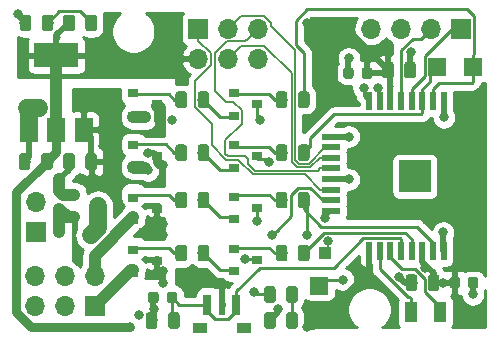
<source format=gbr>
G04 #@! TF.GenerationSoftware,KiCad,Pcbnew,5.0.0*
G04 #@! TF.CreationDate,2018-12-15T19:13:02-05:00*
G04 #@! TF.ProjectId,BT_12V_SmartSwitch-panelized-SINGLE,42545F3132565F536D61727453776974,rev?*
G04 #@! TF.SameCoordinates,Original*
G04 #@! TF.FileFunction,Copper,L1,Top,Signal*
G04 #@! TF.FilePolarity,Positive*
%FSLAX46Y46*%
G04 Gerber Fmt 4.6, Leading zero omitted, Abs format (unit mm)*
G04 Created by KiCad (PCBNEW 5.0.0) date Sat Dec 15 19:13:02 2018*
%MOMM*%
%LPD*%
G01*
G04 APERTURE LIST*
G04 #@! TA.AperFunction,SMDPad,CuDef*
%ADD10R,0.500000X1.550000*%
G04 #@! TD*
G04 #@! TA.AperFunction,ComponentPad*
%ADD11C,0.800000*%
G04 #@! TD*
G04 #@! TA.AperFunction,SMDPad,CuDef*
%ADD12R,1.550000X0.500000*%
G04 #@! TD*
G04 #@! TA.AperFunction,SMDPad,CuDef*
%ADD13R,2.700000X2.700000*%
G04 #@! TD*
G04 #@! TA.AperFunction,SMDPad,CuDef*
%ADD14R,1.300000X0.900000*%
G04 #@! TD*
G04 #@! TA.AperFunction,SMDPad,CuDef*
%ADD15R,0.750000X1.800000*%
G04 #@! TD*
G04 #@! TA.AperFunction,SMDPad,CuDef*
%ADD16R,0.600000X1.800000*%
G04 #@! TD*
G04 #@! TA.AperFunction,SMDPad,CuDef*
%ADD17R,1.000000X1.000000*%
G04 #@! TD*
G04 #@! TA.AperFunction,SMDPad,CuDef*
%ADD18R,1.500000X1.500000*%
G04 #@! TD*
G04 #@! TA.AperFunction,ComponentPad*
%ADD19R,1.700000X1.700000*%
G04 #@! TD*
G04 #@! TA.AperFunction,ComponentPad*
%ADD20O,1.700000X1.700000*%
G04 #@! TD*
G04 #@! TA.AperFunction,Conductor*
%ADD21C,0.100000*%
G04 #@! TD*
G04 #@! TA.AperFunction,SMDPad,CuDef*
%ADD22C,0.875000*%
G04 #@! TD*
G04 #@! TA.AperFunction,SMDPad,CuDef*
%ADD23C,0.975000*%
G04 #@! TD*
G04 #@! TA.AperFunction,SMDPad,CuDef*
%ADD24R,0.900000X0.800000*%
G04 #@! TD*
G04 #@! TA.AperFunction,SMDPad,CuDef*
%ADD25R,1.000000X1.800000*%
G04 #@! TD*
G04 #@! TA.AperFunction,SMDPad,CuDef*
%ADD26R,3.800000X2.000000*%
G04 #@! TD*
G04 #@! TA.AperFunction,SMDPad,CuDef*
%ADD27R,1.500000X2.000000*%
G04 #@! TD*
G04 #@! TA.AperFunction,ViaPad*
%ADD28C,0.800000*%
G04 #@! TD*
G04 #@! TA.AperFunction,Conductor*
%ADD29C,0.250000*%
G04 #@! TD*
G04 #@! TA.AperFunction,Conductor*
%ADD30C,0.500000*%
G04 #@! TD*
G04 #@! TA.AperFunction,Conductor*
%ADD31C,1.000000*%
G04 #@! TD*
G04 #@! TA.AperFunction,Conductor*
%ADD32C,0.750000*%
G04 #@! TD*
G04 #@! TA.AperFunction,Conductor*
%ADD33C,0.150000*%
G04 #@! TD*
G04 #@! TA.AperFunction,Conductor*
%ADD34C,1.500000*%
G04 #@! TD*
G04 #@! TA.AperFunction,Conductor*
%ADD35C,0.254000*%
G04 #@! TD*
G04 APERTURE END LIST*
D10*
G04 #@! TO.P,U2,1*
G04 #@! TO.N,GND*
X176274000Y-46150000D03*
D11*
G04 #@! TO.P,U2,25*
X174750000Y-51600000D03*
X174750000Y-52500000D03*
X174750000Y-53400000D03*
X173850000Y-51600000D03*
X172950000Y-51600000D03*
X172950000Y-52500000D03*
X173850000Y-52500000D03*
X173850000Y-53400000D03*
X172950000Y-53400000D03*
D10*
G04 #@! TO.P,U2,2*
G04 #@! TO.N,CTRL_OUT4*
X175374000Y-46150000D03*
G04 #@! TO.P,U2,3*
G04 #@! TO.N,CTRL_OUT3*
X174474000Y-46150000D03*
G04 #@! TO.P,U2,4*
G04 #@! TO.N,RxD*
X173574000Y-46150000D03*
G04 #@! TO.P,U2,5*
G04 #@! TO.N,TxD*
X172674000Y-46150000D03*
G04 #@! TO.P,U2,6*
G04 #@! TO.N,VDD*
X171774000Y-46140000D03*
G04 #@! TO.P,U2,7*
G04 #@! TO.N,CTS*
X170874000Y-46150000D03*
G04 #@! TO.P,U2,8*
G04 #@! TO.N,RTS*
X169974000Y-46150000D03*
D12*
G04 #@! TO.P,U2,9*
G04 #@! TO.N,GND*
X166750000Y-49125000D03*
G04 #@! TO.P,U2,10*
G04 #@! TO.N,SPI_SCK*
X166750000Y-50025000D03*
G04 #@! TO.P,U2,11*
G04 #@! TO.N,SPI_MOSI*
X166750000Y-50925000D03*
G04 #@! TO.P,U2,12*
G04 #@! TO.N,SPI_SSN*
X166750000Y-51825000D03*
G04 #@! TO.P,U2,13*
G04 #@! TO.N,GND*
X166750000Y-52725000D03*
G04 #@! TO.P,U2,14*
G04 #@! TO.N,SPI_MISO*
X166750000Y-53625000D03*
G04 #@! TO.P,U2,15*
G04 #@! TO.N,STATUS*
X166750000Y-54525000D03*
G04 #@! TO.P,U2,16*
G04 #@! TO.N,ADC_IN2*
X166750000Y-55425000D03*
D10*
G04 #@! TO.P,U2,21*
G04 #@! TO.N,CTRL_OUT1*
X173574000Y-58850000D03*
G04 #@! TO.P,U2,24*
G04 #@! TO.N,GND*
X176274000Y-58850000D03*
G04 #@! TO.P,U2,18*
G04 #@! TO.N,Net-(U2-Pad18)*
X170874000Y-58850000D03*
G04 #@! TO.P,U2,17*
G04 #@! TO.N,VDD*
X169974000Y-58850000D03*
G04 #@! TO.P,U2,19*
G04 #@! TO.N,Net-(U2-Pad19)*
X171774000Y-58840000D03*
G04 #@! TO.P,U2,22*
G04 #@! TO.N,VDD*
X174474000Y-58850000D03*
G04 #@! TO.P,U2,23*
G04 #@! TO.N,CTRL_OUT2*
X175374000Y-58850000D03*
G04 #@! TO.P,U2,20*
G04 #@! TO.N,RESET*
X172674000Y-58850000D03*
D13*
G04 #@! TO.P,U2,25*
G04 #@! TO.N,GND*
X173850000Y-52500000D03*
G04 #@! TD*
D14*
G04 #@! TO.P,SW1,*
G04 #@! TO.N,*
X155650000Y-65300000D03*
X159350000Y-65300000D03*
D15*
G04 #@! TO.P,SW1,1*
G04 #@! TO.N,RESET*
X158725000Y-63350000D03*
D16*
G04 #@! TO.P,SW1,2*
G04 #@! TO.N,VDD*
X157500000Y-63350000D03*
D15*
G04 #@! TO.P,SW1,1*
G04 #@! TO.N,RESET*
X156275000Y-63350000D03*
G04 #@! TD*
D17*
G04 #@! TO.P,TP1,1*
G04 #@! TO.N,ADC_IN2*
X166250000Y-59000000D03*
G04 #@! TD*
D18*
G04 #@! TO.P,TP2,1*
G04 #@! TO.N,CTRL_OUT2*
X165750000Y-61750000D03*
G04 #@! TD*
G04 #@! TO.P,TP4,1*
G04 #@! TO.N,CTRL_OUT4*
X178750000Y-43250000D03*
G04 #@! TD*
G04 #@! TO.P,TP3,1*
G04 #@! TO.N,CTRL_OUT3*
X175750000Y-43250000D03*
G04 #@! TD*
D19*
G04 #@! TO.P,J3,1*
G04 #@! TO.N,RxD*
X177750000Y-40000000D03*
D20*
G04 #@! TO.P,J3,2*
G04 #@! TO.N,TxD*
X175210000Y-40000000D03*
G04 #@! TO.P,J3,3*
G04 #@! TO.N,CTS*
X172670000Y-40000000D03*
G04 #@! TO.P,J3,4*
G04 #@! TO.N,RTS*
X170130000Y-40000000D03*
G04 #@! TD*
D21*
G04 #@! TO.N,RESET*
G04 #@! TO.C,C7*
G36*
X153527691Y-62276053D02*
X153548926Y-62279203D01*
X153569750Y-62284419D01*
X153589962Y-62291651D01*
X153609368Y-62300830D01*
X153627781Y-62311866D01*
X153645024Y-62324654D01*
X153660930Y-62339070D01*
X153675346Y-62354976D01*
X153688134Y-62372219D01*
X153699170Y-62390632D01*
X153708349Y-62410038D01*
X153715581Y-62430250D01*
X153720797Y-62451074D01*
X153723947Y-62472309D01*
X153725000Y-62493750D01*
X153725000Y-63006250D01*
X153723947Y-63027691D01*
X153720797Y-63048926D01*
X153715581Y-63069750D01*
X153708349Y-63089962D01*
X153699170Y-63109368D01*
X153688134Y-63127781D01*
X153675346Y-63145024D01*
X153660930Y-63160930D01*
X153645024Y-63175346D01*
X153627781Y-63188134D01*
X153609368Y-63199170D01*
X153589962Y-63208349D01*
X153569750Y-63215581D01*
X153548926Y-63220797D01*
X153527691Y-63223947D01*
X153506250Y-63225000D01*
X153068750Y-63225000D01*
X153047309Y-63223947D01*
X153026074Y-63220797D01*
X153005250Y-63215581D01*
X152985038Y-63208349D01*
X152965632Y-63199170D01*
X152947219Y-63188134D01*
X152929976Y-63175346D01*
X152914070Y-63160930D01*
X152899654Y-63145024D01*
X152886866Y-63127781D01*
X152875830Y-63109368D01*
X152866651Y-63089962D01*
X152859419Y-63069750D01*
X152854203Y-63048926D01*
X152851053Y-63027691D01*
X152850000Y-63006250D01*
X152850000Y-62493750D01*
X152851053Y-62472309D01*
X152854203Y-62451074D01*
X152859419Y-62430250D01*
X152866651Y-62410038D01*
X152875830Y-62390632D01*
X152886866Y-62372219D01*
X152899654Y-62354976D01*
X152914070Y-62339070D01*
X152929976Y-62324654D01*
X152947219Y-62311866D01*
X152965632Y-62300830D01*
X152985038Y-62291651D01*
X153005250Y-62284419D01*
X153026074Y-62279203D01*
X153047309Y-62276053D01*
X153068750Y-62275000D01*
X153506250Y-62275000D01*
X153527691Y-62276053D01*
X153527691Y-62276053D01*
G37*
D22*
G04 #@! TD*
G04 #@! TO.P,C7,1*
G04 #@! TO.N,RESET*
X153287500Y-62750000D03*
D21*
G04 #@! TO.N,GND*
G04 #@! TO.C,C7*
G36*
X151952691Y-62276053D02*
X151973926Y-62279203D01*
X151994750Y-62284419D01*
X152014962Y-62291651D01*
X152034368Y-62300830D01*
X152052781Y-62311866D01*
X152070024Y-62324654D01*
X152085930Y-62339070D01*
X152100346Y-62354976D01*
X152113134Y-62372219D01*
X152124170Y-62390632D01*
X152133349Y-62410038D01*
X152140581Y-62430250D01*
X152145797Y-62451074D01*
X152148947Y-62472309D01*
X152150000Y-62493750D01*
X152150000Y-63006250D01*
X152148947Y-63027691D01*
X152145797Y-63048926D01*
X152140581Y-63069750D01*
X152133349Y-63089962D01*
X152124170Y-63109368D01*
X152113134Y-63127781D01*
X152100346Y-63145024D01*
X152085930Y-63160930D01*
X152070024Y-63175346D01*
X152052781Y-63188134D01*
X152034368Y-63199170D01*
X152014962Y-63208349D01*
X151994750Y-63215581D01*
X151973926Y-63220797D01*
X151952691Y-63223947D01*
X151931250Y-63225000D01*
X151493750Y-63225000D01*
X151472309Y-63223947D01*
X151451074Y-63220797D01*
X151430250Y-63215581D01*
X151410038Y-63208349D01*
X151390632Y-63199170D01*
X151372219Y-63188134D01*
X151354976Y-63175346D01*
X151339070Y-63160930D01*
X151324654Y-63145024D01*
X151311866Y-63127781D01*
X151300830Y-63109368D01*
X151291651Y-63089962D01*
X151284419Y-63069750D01*
X151279203Y-63048926D01*
X151276053Y-63027691D01*
X151275000Y-63006250D01*
X151275000Y-62493750D01*
X151276053Y-62472309D01*
X151279203Y-62451074D01*
X151284419Y-62430250D01*
X151291651Y-62410038D01*
X151300830Y-62390632D01*
X151311866Y-62372219D01*
X151324654Y-62354976D01*
X151339070Y-62339070D01*
X151354976Y-62324654D01*
X151372219Y-62311866D01*
X151390632Y-62300830D01*
X151410038Y-62291651D01*
X151430250Y-62284419D01*
X151451074Y-62279203D01*
X151472309Y-62276053D01*
X151493750Y-62275000D01*
X151931250Y-62275000D01*
X151952691Y-62276053D01*
X151952691Y-62276053D01*
G37*
D22*
G04 #@! TD*
G04 #@! TO.P,C7,2*
G04 #@! TO.N,GND*
X151712500Y-62750000D03*
D21*
G04 #@! TO.N,GND*
G04 #@! TO.C,C3*
G36*
X173705142Y-42801174D02*
X173728803Y-42804684D01*
X173752007Y-42810496D01*
X173774529Y-42818554D01*
X173796153Y-42828782D01*
X173816670Y-42841079D01*
X173835883Y-42855329D01*
X173853607Y-42871393D01*
X173869671Y-42889117D01*
X173883921Y-42908330D01*
X173896218Y-42928847D01*
X173906446Y-42950471D01*
X173914504Y-42972993D01*
X173920316Y-42996197D01*
X173923826Y-43019858D01*
X173925000Y-43043750D01*
X173925000Y-43956250D01*
X173923826Y-43980142D01*
X173920316Y-44003803D01*
X173914504Y-44027007D01*
X173906446Y-44049529D01*
X173896218Y-44071153D01*
X173883921Y-44091670D01*
X173869671Y-44110883D01*
X173853607Y-44128607D01*
X173835883Y-44144671D01*
X173816670Y-44158921D01*
X173796153Y-44171218D01*
X173774529Y-44181446D01*
X173752007Y-44189504D01*
X173728803Y-44195316D01*
X173705142Y-44198826D01*
X173681250Y-44200000D01*
X173193750Y-44200000D01*
X173169858Y-44198826D01*
X173146197Y-44195316D01*
X173122993Y-44189504D01*
X173100471Y-44181446D01*
X173078847Y-44171218D01*
X173058330Y-44158921D01*
X173039117Y-44144671D01*
X173021393Y-44128607D01*
X173005329Y-44110883D01*
X172991079Y-44091670D01*
X172978782Y-44071153D01*
X172968554Y-44049529D01*
X172960496Y-44027007D01*
X172954684Y-44003803D01*
X172951174Y-43980142D01*
X172950000Y-43956250D01*
X172950000Y-43043750D01*
X172951174Y-43019858D01*
X172954684Y-42996197D01*
X172960496Y-42972993D01*
X172968554Y-42950471D01*
X172978782Y-42928847D01*
X172991079Y-42908330D01*
X173005329Y-42889117D01*
X173021393Y-42871393D01*
X173039117Y-42855329D01*
X173058330Y-42841079D01*
X173078847Y-42828782D01*
X173100471Y-42818554D01*
X173122993Y-42810496D01*
X173146197Y-42804684D01*
X173169858Y-42801174D01*
X173193750Y-42800000D01*
X173681250Y-42800000D01*
X173705142Y-42801174D01*
X173705142Y-42801174D01*
G37*
D23*
G04 #@! TD*
G04 #@! TO.P,C3,2*
G04 #@! TO.N,GND*
X173437500Y-43500000D03*
D21*
G04 #@! TO.N,VDD*
G04 #@! TO.C,C3*
G36*
X171830142Y-42801174D02*
X171853803Y-42804684D01*
X171877007Y-42810496D01*
X171899529Y-42818554D01*
X171921153Y-42828782D01*
X171941670Y-42841079D01*
X171960883Y-42855329D01*
X171978607Y-42871393D01*
X171994671Y-42889117D01*
X172008921Y-42908330D01*
X172021218Y-42928847D01*
X172031446Y-42950471D01*
X172039504Y-42972993D01*
X172045316Y-42996197D01*
X172048826Y-43019858D01*
X172050000Y-43043750D01*
X172050000Y-43956250D01*
X172048826Y-43980142D01*
X172045316Y-44003803D01*
X172039504Y-44027007D01*
X172031446Y-44049529D01*
X172021218Y-44071153D01*
X172008921Y-44091670D01*
X171994671Y-44110883D01*
X171978607Y-44128607D01*
X171960883Y-44144671D01*
X171941670Y-44158921D01*
X171921153Y-44171218D01*
X171899529Y-44181446D01*
X171877007Y-44189504D01*
X171853803Y-44195316D01*
X171830142Y-44198826D01*
X171806250Y-44200000D01*
X171318750Y-44200000D01*
X171294858Y-44198826D01*
X171271197Y-44195316D01*
X171247993Y-44189504D01*
X171225471Y-44181446D01*
X171203847Y-44171218D01*
X171183330Y-44158921D01*
X171164117Y-44144671D01*
X171146393Y-44128607D01*
X171130329Y-44110883D01*
X171116079Y-44091670D01*
X171103782Y-44071153D01*
X171093554Y-44049529D01*
X171085496Y-44027007D01*
X171079684Y-44003803D01*
X171076174Y-43980142D01*
X171075000Y-43956250D01*
X171075000Y-43043750D01*
X171076174Y-43019858D01*
X171079684Y-42996197D01*
X171085496Y-42972993D01*
X171093554Y-42950471D01*
X171103782Y-42928847D01*
X171116079Y-42908330D01*
X171130329Y-42889117D01*
X171146393Y-42871393D01*
X171164117Y-42855329D01*
X171183330Y-42841079D01*
X171203847Y-42828782D01*
X171225471Y-42818554D01*
X171247993Y-42810496D01*
X171271197Y-42804684D01*
X171294858Y-42801174D01*
X171318750Y-42800000D01*
X171806250Y-42800000D01*
X171830142Y-42801174D01*
X171830142Y-42801174D01*
G37*
D23*
G04 #@! TD*
G04 #@! TO.P,C3,1*
G04 #@! TO.N,VDD*
X171562500Y-43500000D03*
D21*
G04 #@! TO.N,GND*
G04 #@! TO.C,C6*
G36*
X173830142Y-60801174D02*
X173853803Y-60804684D01*
X173877007Y-60810496D01*
X173899529Y-60818554D01*
X173921153Y-60828782D01*
X173941670Y-60841079D01*
X173960883Y-60855329D01*
X173978607Y-60871393D01*
X173994671Y-60889117D01*
X174008921Y-60908330D01*
X174021218Y-60928847D01*
X174031446Y-60950471D01*
X174039504Y-60972993D01*
X174045316Y-60996197D01*
X174048826Y-61019858D01*
X174050000Y-61043750D01*
X174050000Y-61956250D01*
X174048826Y-61980142D01*
X174045316Y-62003803D01*
X174039504Y-62027007D01*
X174031446Y-62049529D01*
X174021218Y-62071153D01*
X174008921Y-62091670D01*
X173994671Y-62110883D01*
X173978607Y-62128607D01*
X173960883Y-62144671D01*
X173941670Y-62158921D01*
X173921153Y-62171218D01*
X173899529Y-62181446D01*
X173877007Y-62189504D01*
X173853803Y-62195316D01*
X173830142Y-62198826D01*
X173806250Y-62200000D01*
X173318750Y-62200000D01*
X173294858Y-62198826D01*
X173271197Y-62195316D01*
X173247993Y-62189504D01*
X173225471Y-62181446D01*
X173203847Y-62171218D01*
X173183330Y-62158921D01*
X173164117Y-62144671D01*
X173146393Y-62128607D01*
X173130329Y-62110883D01*
X173116079Y-62091670D01*
X173103782Y-62071153D01*
X173093554Y-62049529D01*
X173085496Y-62027007D01*
X173079684Y-62003803D01*
X173076174Y-61980142D01*
X173075000Y-61956250D01*
X173075000Y-61043750D01*
X173076174Y-61019858D01*
X173079684Y-60996197D01*
X173085496Y-60972993D01*
X173093554Y-60950471D01*
X173103782Y-60928847D01*
X173116079Y-60908330D01*
X173130329Y-60889117D01*
X173146393Y-60871393D01*
X173164117Y-60855329D01*
X173183330Y-60841079D01*
X173203847Y-60828782D01*
X173225471Y-60818554D01*
X173247993Y-60810496D01*
X173271197Y-60804684D01*
X173294858Y-60801174D01*
X173318750Y-60800000D01*
X173806250Y-60800000D01*
X173830142Y-60801174D01*
X173830142Y-60801174D01*
G37*
D23*
G04 #@! TD*
G04 #@! TO.P,C6,2*
G04 #@! TO.N,GND*
X173562500Y-61500000D03*
D21*
G04 #@! TO.N,VDD*
G04 #@! TO.C,C6*
G36*
X175705142Y-60801174D02*
X175728803Y-60804684D01*
X175752007Y-60810496D01*
X175774529Y-60818554D01*
X175796153Y-60828782D01*
X175816670Y-60841079D01*
X175835883Y-60855329D01*
X175853607Y-60871393D01*
X175869671Y-60889117D01*
X175883921Y-60908330D01*
X175896218Y-60928847D01*
X175906446Y-60950471D01*
X175914504Y-60972993D01*
X175920316Y-60996197D01*
X175923826Y-61019858D01*
X175925000Y-61043750D01*
X175925000Y-61956250D01*
X175923826Y-61980142D01*
X175920316Y-62003803D01*
X175914504Y-62027007D01*
X175906446Y-62049529D01*
X175896218Y-62071153D01*
X175883921Y-62091670D01*
X175869671Y-62110883D01*
X175853607Y-62128607D01*
X175835883Y-62144671D01*
X175816670Y-62158921D01*
X175796153Y-62171218D01*
X175774529Y-62181446D01*
X175752007Y-62189504D01*
X175728803Y-62195316D01*
X175705142Y-62198826D01*
X175681250Y-62200000D01*
X175193750Y-62200000D01*
X175169858Y-62198826D01*
X175146197Y-62195316D01*
X175122993Y-62189504D01*
X175100471Y-62181446D01*
X175078847Y-62171218D01*
X175058330Y-62158921D01*
X175039117Y-62144671D01*
X175021393Y-62128607D01*
X175005329Y-62110883D01*
X174991079Y-62091670D01*
X174978782Y-62071153D01*
X174968554Y-62049529D01*
X174960496Y-62027007D01*
X174954684Y-62003803D01*
X174951174Y-61980142D01*
X174950000Y-61956250D01*
X174950000Y-61043750D01*
X174951174Y-61019858D01*
X174954684Y-60996197D01*
X174960496Y-60972993D01*
X174968554Y-60950471D01*
X174978782Y-60928847D01*
X174991079Y-60908330D01*
X175005329Y-60889117D01*
X175021393Y-60871393D01*
X175039117Y-60855329D01*
X175058330Y-60841079D01*
X175078847Y-60828782D01*
X175100471Y-60818554D01*
X175122993Y-60810496D01*
X175146197Y-60804684D01*
X175169858Y-60801174D01*
X175193750Y-60800000D01*
X175681250Y-60800000D01*
X175705142Y-60801174D01*
X175705142Y-60801174D01*
G37*
D23*
G04 #@! TD*
G04 #@! TO.P,C6,1*
G04 #@! TO.N,VDD*
X175437500Y-61500000D03*
D21*
G04 #@! TO.N,VDD*
G04 #@! TO.C,C2*
G36*
X142955142Y-50551174D02*
X142978803Y-50554684D01*
X143002007Y-50560496D01*
X143024529Y-50568554D01*
X143046153Y-50578782D01*
X143066670Y-50591079D01*
X143085883Y-50605329D01*
X143103607Y-50621393D01*
X143119671Y-50639117D01*
X143133921Y-50658330D01*
X143146218Y-50678847D01*
X143156446Y-50700471D01*
X143164504Y-50722993D01*
X143170316Y-50746197D01*
X143173826Y-50769858D01*
X143175000Y-50793750D01*
X143175000Y-51706250D01*
X143173826Y-51730142D01*
X143170316Y-51753803D01*
X143164504Y-51777007D01*
X143156446Y-51799529D01*
X143146218Y-51821153D01*
X143133921Y-51841670D01*
X143119671Y-51860883D01*
X143103607Y-51878607D01*
X143085883Y-51894671D01*
X143066670Y-51908921D01*
X143046153Y-51921218D01*
X143024529Y-51931446D01*
X143002007Y-51939504D01*
X142978803Y-51945316D01*
X142955142Y-51948826D01*
X142931250Y-51950000D01*
X142443750Y-51950000D01*
X142419858Y-51948826D01*
X142396197Y-51945316D01*
X142372993Y-51939504D01*
X142350471Y-51931446D01*
X142328847Y-51921218D01*
X142308330Y-51908921D01*
X142289117Y-51894671D01*
X142271393Y-51878607D01*
X142255329Y-51860883D01*
X142241079Y-51841670D01*
X142228782Y-51821153D01*
X142218554Y-51799529D01*
X142210496Y-51777007D01*
X142204684Y-51753803D01*
X142201174Y-51730142D01*
X142200000Y-51706250D01*
X142200000Y-50793750D01*
X142201174Y-50769858D01*
X142204684Y-50746197D01*
X142210496Y-50722993D01*
X142218554Y-50700471D01*
X142228782Y-50678847D01*
X142241079Y-50658330D01*
X142255329Y-50639117D01*
X142271393Y-50621393D01*
X142289117Y-50605329D01*
X142308330Y-50591079D01*
X142328847Y-50578782D01*
X142350471Y-50568554D01*
X142372993Y-50560496D01*
X142396197Y-50554684D01*
X142419858Y-50551174D01*
X142443750Y-50550000D01*
X142931250Y-50550000D01*
X142955142Y-50551174D01*
X142955142Y-50551174D01*
G37*
D23*
G04 #@! TD*
G04 #@! TO.P,C2,1*
G04 #@! TO.N,VDD*
X142687500Y-51250000D03*
D21*
G04 #@! TO.N,GND*
G04 #@! TO.C,C2*
G36*
X141080142Y-50551174D02*
X141103803Y-50554684D01*
X141127007Y-50560496D01*
X141149529Y-50568554D01*
X141171153Y-50578782D01*
X141191670Y-50591079D01*
X141210883Y-50605329D01*
X141228607Y-50621393D01*
X141244671Y-50639117D01*
X141258921Y-50658330D01*
X141271218Y-50678847D01*
X141281446Y-50700471D01*
X141289504Y-50722993D01*
X141295316Y-50746197D01*
X141298826Y-50769858D01*
X141300000Y-50793750D01*
X141300000Y-51706250D01*
X141298826Y-51730142D01*
X141295316Y-51753803D01*
X141289504Y-51777007D01*
X141281446Y-51799529D01*
X141271218Y-51821153D01*
X141258921Y-51841670D01*
X141244671Y-51860883D01*
X141228607Y-51878607D01*
X141210883Y-51894671D01*
X141191670Y-51908921D01*
X141171153Y-51921218D01*
X141149529Y-51931446D01*
X141127007Y-51939504D01*
X141103803Y-51945316D01*
X141080142Y-51948826D01*
X141056250Y-51950000D01*
X140568750Y-51950000D01*
X140544858Y-51948826D01*
X140521197Y-51945316D01*
X140497993Y-51939504D01*
X140475471Y-51931446D01*
X140453847Y-51921218D01*
X140433330Y-51908921D01*
X140414117Y-51894671D01*
X140396393Y-51878607D01*
X140380329Y-51860883D01*
X140366079Y-51841670D01*
X140353782Y-51821153D01*
X140343554Y-51799529D01*
X140335496Y-51777007D01*
X140329684Y-51753803D01*
X140326174Y-51730142D01*
X140325000Y-51706250D01*
X140325000Y-50793750D01*
X140326174Y-50769858D01*
X140329684Y-50746197D01*
X140335496Y-50722993D01*
X140343554Y-50700471D01*
X140353782Y-50678847D01*
X140366079Y-50658330D01*
X140380329Y-50639117D01*
X140396393Y-50621393D01*
X140414117Y-50605329D01*
X140433330Y-50591079D01*
X140453847Y-50578782D01*
X140475471Y-50568554D01*
X140497993Y-50560496D01*
X140521197Y-50554684D01*
X140544858Y-50551174D01*
X140568750Y-50550000D01*
X141056250Y-50550000D01*
X141080142Y-50551174D01*
X141080142Y-50551174D01*
G37*
D23*
G04 #@! TD*
G04 #@! TO.P,C2,2*
G04 #@! TO.N,GND*
X140812500Y-51250000D03*
D19*
G04 #@! TO.P,J1,1*
G04 #@! TO.N,12V_SUPP*
X141750000Y-57250000D03*
D20*
G04 #@! TO.P,J1,2*
G04 #@! TO.N,GND*
X141750000Y-54710000D03*
G04 #@! TD*
G04 #@! TO.P,J4,6*
G04 #@! TO.N,GND*
X160580000Y-42540000D03*
G04 #@! TO.P,J4,5*
G04 #@! TO.N,SPI_SSN*
X160580000Y-40000000D03*
G04 #@! TO.P,J4,4*
G04 #@! TO.N,SPI_MOSI*
X158040000Y-42540000D03*
G04 #@! TO.P,J4,3*
G04 #@! TO.N,SPI_SCK*
X158040000Y-40000000D03*
G04 #@! TO.P,J4,2*
G04 #@! TO.N,VDD*
X155500000Y-42540000D03*
D19*
G04 #@! TO.P,J4,1*
G04 #@! TO.N,SPI_MISO*
X155500000Y-40000000D03*
G04 #@! TD*
G04 #@! TO.P,J2,1*
G04 #@! TO.N,LOAD_OUT1*
X146750000Y-63500000D03*
D20*
G04 #@! TO.P,J2,2*
G04 #@! TO.N,LOAD_OUT2*
X146750000Y-60960000D03*
G04 #@! TO.P,J2,3*
G04 #@! TO.N,LOAD_OUT3*
X144210000Y-63500000D03*
G04 #@! TO.P,J2,4*
G04 #@! TO.N,LOAD_OUT4*
X144210000Y-60960000D03*
G04 #@! TO.P,J2,5*
G04 #@! TO.N,GND*
X141670000Y-63500000D03*
G04 #@! TO.P,J2,6*
X141670000Y-60960000D03*
G04 #@! TD*
D24*
G04 #@! TO.P,Q7,3*
G04 #@! TO.N,GND*
X160500000Y-46400000D03*
G04 #@! TO.P,Q7,2*
G04 #@! TO.N,Net-(Q7-Pad2)*
X158500000Y-47350000D03*
G04 #@! TO.P,Q7,1*
G04 #@! TO.N,Net-(Q7-Pad1)*
X158500000Y-45450000D03*
G04 #@! TD*
G04 #@! TO.P,Q4,1*
G04 #@! TO.N,Net-(Q4-Pad1)*
X150000000Y-58750000D03*
G04 #@! TO.P,Q4,2*
G04 #@! TO.N,LOAD_OUT1*
X150000000Y-60650000D03*
G04 #@! TO.P,Q4,3*
G04 #@! TO.N,+12V*
X152000000Y-59700000D03*
G04 #@! TD*
G04 #@! TO.P,Q9,3*
G04 #@! TO.N,+12V*
X152000000Y-46400000D03*
G04 #@! TO.P,Q9,2*
G04 #@! TO.N,LOAD_OUT4*
X150000000Y-47350000D03*
G04 #@! TO.P,Q9,1*
G04 #@! TO.N,Net-(Q9-Pad1)*
X150000000Y-45450000D03*
G04 #@! TD*
G04 #@! TO.P,Q8,1*
G04 #@! TO.N,Net-(Q8-Pad1)*
X150000000Y-49850000D03*
G04 #@! TO.P,Q8,2*
G04 #@! TO.N,LOAD_OUT3*
X150000000Y-51750000D03*
G04 #@! TO.P,Q8,3*
G04 #@! TO.N,+12V*
X152000000Y-50800000D03*
G04 #@! TD*
G04 #@! TO.P,Q6,3*
G04 #@! TO.N,GND*
X160500000Y-50800000D03*
G04 #@! TO.P,Q6,2*
G04 #@! TO.N,Net-(Q6-Pad2)*
X158500000Y-51750000D03*
G04 #@! TO.P,Q6,1*
G04 #@! TO.N,Net-(Q6-Pad1)*
X158500000Y-49850000D03*
G04 #@! TD*
G04 #@! TO.P,Q5,1*
G04 #@! TO.N,Net-(Q5-Pad1)*
X150000000Y-54300000D03*
G04 #@! TO.P,Q5,2*
G04 #@! TO.N,LOAD_OUT2*
X150000000Y-56200000D03*
G04 #@! TO.P,Q5,3*
G04 #@! TO.N,+12V*
X152000000Y-55250000D03*
G04 #@! TD*
D21*
G04 #@! TO.N,Net-(Q7-Pad2)*
G04 #@! TO.C,R9*
G36*
X156205142Y-45301174D02*
X156228803Y-45304684D01*
X156252007Y-45310496D01*
X156274529Y-45318554D01*
X156296153Y-45328782D01*
X156316670Y-45341079D01*
X156335883Y-45355329D01*
X156353607Y-45371393D01*
X156369671Y-45389117D01*
X156383921Y-45408330D01*
X156396218Y-45428847D01*
X156406446Y-45450471D01*
X156414504Y-45472993D01*
X156420316Y-45496197D01*
X156423826Y-45519858D01*
X156425000Y-45543750D01*
X156425000Y-46456250D01*
X156423826Y-46480142D01*
X156420316Y-46503803D01*
X156414504Y-46527007D01*
X156406446Y-46549529D01*
X156396218Y-46571153D01*
X156383921Y-46591670D01*
X156369671Y-46610883D01*
X156353607Y-46628607D01*
X156335883Y-46644671D01*
X156316670Y-46658921D01*
X156296153Y-46671218D01*
X156274529Y-46681446D01*
X156252007Y-46689504D01*
X156228803Y-46695316D01*
X156205142Y-46698826D01*
X156181250Y-46700000D01*
X155693750Y-46700000D01*
X155669858Y-46698826D01*
X155646197Y-46695316D01*
X155622993Y-46689504D01*
X155600471Y-46681446D01*
X155578847Y-46671218D01*
X155558330Y-46658921D01*
X155539117Y-46644671D01*
X155521393Y-46628607D01*
X155505329Y-46610883D01*
X155491079Y-46591670D01*
X155478782Y-46571153D01*
X155468554Y-46549529D01*
X155460496Y-46527007D01*
X155454684Y-46503803D01*
X155451174Y-46480142D01*
X155450000Y-46456250D01*
X155450000Y-45543750D01*
X155451174Y-45519858D01*
X155454684Y-45496197D01*
X155460496Y-45472993D01*
X155468554Y-45450471D01*
X155478782Y-45428847D01*
X155491079Y-45408330D01*
X155505329Y-45389117D01*
X155521393Y-45371393D01*
X155539117Y-45355329D01*
X155558330Y-45341079D01*
X155578847Y-45328782D01*
X155600471Y-45318554D01*
X155622993Y-45310496D01*
X155646197Y-45304684D01*
X155669858Y-45301174D01*
X155693750Y-45300000D01*
X156181250Y-45300000D01*
X156205142Y-45301174D01*
X156205142Y-45301174D01*
G37*
D23*
G04 #@! TD*
G04 #@! TO.P,R9,2*
G04 #@! TO.N,Net-(Q7-Pad2)*
X155937500Y-46000000D03*
D21*
G04 #@! TO.N,Net-(Q9-Pad1)*
G04 #@! TO.C,R9*
G36*
X154330142Y-45301174D02*
X154353803Y-45304684D01*
X154377007Y-45310496D01*
X154399529Y-45318554D01*
X154421153Y-45328782D01*
X154441670Y-45341079D01*
X154460883Y-45355329D01*
X154478607Y-45371393D01*
X154494671Y-45389117D01*
X154508921Y-45408330D01*
X154521218Y-45428847D01*
X154531446Y-45450471D01*
X154539504Y-45472993D01*
X154545316Y-45496197D01*
X154548826Y-45519858D01*
X154550000Y-45543750D01*
X154550000Y-46456250D01*
X154548826Y-46480142D01*
X154545316Y-46503803D01*
X154539504Y-46527007D01*
X154531446Y-46549529D01*
X154521218Y-46571153D01*
X154508921Y-46591670D01*
X154494671Y-46610883D01*
X154478607Y-46628607D01*
X154460883Y-46644671D01*
X154441670Y-46658921D01*
X154421153Y-46671218D01*
X154399529Y-46681446D01*
X154377007Y-46689504D01*
X154353803Y-46695316D01*
X154330142Y-46698826D01*
X154306250Y-46700000D01*
X153818750Y-46700000D01*
X153794858Y-46698826D01*
X153771197Y-46695316D01*
X153747993Y-46689504D01*
X153725471Y-46681446D01*
X153703847Y-46671218D01*
X153683330Y-46658921D01*
X153664117Y-46644671D01*
X153646393Y-46628607D01*
X153630329Y-46610883D01*
X153616079Y-46591670D01*
X153603782Y-46571153D01*
X153593554Y-46549529D01*
X153585496Y-46527007D01*
X153579684Y-46503803D01*
X153576174Y-46480142D01*
X153575000Y-46456250D01*
X153575000Y-45543750D01*
X153576174Y-45519858D01*
X153579684Y-45496197D01*
X153585496Y-45472993D01*
X153593554Y-45450471D01*
X153603782Y-45428847D01*
X153616079Y-45408330D01*
X153630329Y-45389117D01*
X153646393Y-45371393D01*
X153664117Y-45355329D01*
X153683330Y-45341079D01*
X153703847Y-45328782D01*
X153725471Y-45318554D01*
X153747993Y-45310496D01*
X153771197Y-45304684D01*
X153794858Y-45301174D01*
X153818750Y-45300000D01*
X154306250Y-45300000D01*
X154330142Y-45301174D01*
X154330142Y-45301174D01*
G37*
D23*
G04 #@! TD*
G04 #@! TO.P,R9,1*
G04 #@! TO.N,Net-(Q9-Pad1)*
X154062500Y-46000000D03*
D21*
G04 #@! TO.N,RESET*
G04 #@! TO.C,R10*
G36*
X153705142Y-64001174D02*
X153728803Y-64004684D01*
X153752007Y-64010496D01*
X153774529Y-64018554D01*
X153796153Y-64028782D01*
X153816670Y-64041079D01*
X153835883Y-64055329D01*
X153853607Y-64071393D01*
X153869671Y-64089117D01*
X153883921Y-64108330D01*
X153896218Y-64128847D01*
X153906446Y-64150471D01*
X153914504Y-64172993D01*
X153920316Y-64196197D01*
X153923826Y-64219858D01*
X153925000Y-64243750D01*
X153925000Y-65156250D01*
X153923826Y-65180142D01*
X153920316Y-65203803D01*
X153914504Y-65227007D01*
X153906446Y-65249529D01*
X153896218Y-65271153D01*
X153883921Y-65291670D01*
X153869671Y-65310883D01*
X153853607Y-65328607D01*
X153835883Y-65344671D01*
X153816670Y-65358921D01*
X153796153Y-65371218D01*
X153774529Y-65381446D01*
X153752007Y-65389504D01*
X153728803Y-65395316D01*
X153705142Y-65398826D01*
X153681250Y-65400000D01*
X153193750Y-65400000D01*
X153169858Y-65398826D01*
X153146197Y-65395316D01*
X153122993Y-65389504D01*
X153100471Y-65381446D01*
X153078847Y-65371218D01*
X153058330Y-65358921D01*
X153039117Y-65344671D01*
X153021393Y-65328607D01*
X153005329Y-65310883D01*
X152991079Y-65291670D01*
X152978782Y-65271153D01*
X152968554Y-65249529D01*
X152960496Y-65227007D01*
X152954684Y-65203803D01*
X152951174Y-65180142D01*
X152950000Y-65156250D01*
X152950000Y-64243750D01*
X152951174Y-64219858D01*
X152954684Y-64196197D01*
X152960496Y-64172993D01*
X152968554Y-64150471D01*
X152978782Y-64128847D01*
X152991079Y-64108330D01*
X153005329Y-64089117D01*
X153021393Y-64071393D01*
X153039117Y-64055329D01*
X153058330Y-64041079D01*
X153078847Y-64028782D01*
X153100471Y-64018554D01*
X153122993Y-64010496D01*
X153146197Y-64004684D01*
X153169858Y-64001174D01*
X153193750Y-64000000D01*
X153681250Y-64000000D01*
X153705142Y-64001174D01*
X153705142Y-64001174D01*
G37*
D23*
G04 #@! TD*
G04 #@! TO.P,R10,1*
G04 #@! TO.N,RESET*
X153437500Y-64700000D03*
D21*
G04 #@! TO.N,GND*
G04 #@! TO.C,R10*
G36*
X151830142Y-64001174D02*
X151853803Y-64004684D01*
X151877007Y-64010496D01*
X151899529Y-64018554D01*
X151921153Y-64028782D01*
X151941670Y-64041079D01*
X151960883Y-64055329D01*
X151978607Y-64071393D01*
X151994671Y-64089117D01*
X152008921Y-64108330D01*
X152021218Y-64128847D01*
X152031446Y-64150471D01*
X152039504Y-64172993D01*
X152045316Y-64196197D01*
X152048826Y-64219858D01*
X152050000Y-64243750D01*
X152050000Y-65156250D01*
X152048826Y-65180142D01*
X152045316Y-65203803D01*
X152039504Y-65227007D01*
X152031446Y-65249529D01*
X152021218Y-65271153D01*
X152008921Y-65291670D01*
X151994671Y-65310883D01*
X151978607Y-65328607D01*
X151960883Y-65344671D01*
X151941670Y-65358921D01*
X151921153Y-65371218D01*
X151899529Y-65381446D01*
X151877007Y-65389504D01*
X151853803Y-65395316D01*
X151830142Y-65398826D01*
X151806250Y-65400000D01*
X151318750Y-65400000D01*
X151294858Y-65398826D01*
X151271197Y-65395316D01*
X151247993Y-65389504D01*
X151225471Y-65381446D01*
X151203847Y-65371218D01*
X151183330Y-65358921D01*
X151164117Y-65344671D01*
X151146393Y-65328607D01*
X151130329Y-65310883D01*
X151116079Y-65291670D01*
X151103782Y-65271153D01*
X151093554Y-65249529D01*
X151085496Y-65227007D01*
X151079684Y-65203803D01*
X151076174Y-65180142D01*
X151075000Y-65156250D01*
X151075000Y-64243750D01*
X151076174Y-64219858D01*
X151079684Y-64196197D01*
X151085496Y-64172993D01*
X151093554Y-64150471D01*
X151103782Y-64128847D01*
X151116079Y-64108330D01*
X151130329Y-64089117D01*
X151146393Y-64071393D01*
X151164117Y-64055329D01*
X151183330Y-64041079D01*
X151203847Y-64028782D01*
X151225471Y-64018554D01*
X151247993Y-64010496D01*
X151271197Y-64004684D01*
X151294858Y-64001174D01*
X151318750Y-64000000D01*
X151806250Y-64000000D01*
X151830142Y-64001174D01*
X151830142Y-64001174D01*
G37*
D23*
G04 #@! TD*
G04 #@! TO.P,R10,2*
G04 #@! TO.N,GND*
X151562500Y-64700000D03*
D21*
G04 #@! TO.N,Net-(D2-Pad2)*
G04 #@! TO.C,R11*
G36*
X163705142Y-61801174D02*
X163728803Y-61804684D01*
X163752007Y-61810496D01*
X163774529Y-61818554D01*
X163796153Y-61828782D01*
X163816670Y-61841079D01*
X163835883Y-61855329D01*
X163853607Y-61871393D01*
X163869671Y-61889117D01*
X163883921Y-61908330D01*
X163896218Y-61928847D01*
X163906446Y-61950471D01*
X163914504Y-61972993D01*
X163920316Y-61996197D01*
X163923826Y-62019858D01*
X163925000Y-62043750D01*
X163925000Y-62956250D01*
X163923826Y-62980142D01*
X163920316Y-63003803D01*
X163914504Y-63027007D01*
X163906446Y-63049529D01*
X163896218Y-63071153D01*
X163883921Y-63091670D01*
X163869671Y-63110883D01*
X163853607Y-63128607D01*
X163835883Y-63144671D01*
X163816670Y-63158921D01*
X163796153Y-63171218D01*
X163774529Y-63181446D01*
X163752007Y-63189504D01*
X163728803Y-63195316D01*
X163705142Y-63198826D01*
X163681250Y-63200000D01*
X163193750Y-63200000D01*
X163169858Y-63198826D01*
X163146197Y-63195316D01*
X163122993Y-63189504D01*
X163100471Y-63181446D01*
X163078847Y-63171218D01*
X163058330Y-63158921D01*
X163039117Y-63144671D01*
X163021393Y-63128607D01*
X163005329Y-63110883D01*
X162991079Y-63091670D01*
X162978782Y-63071153D01*
X162968554Y-63049529D01*
X162960496Y-63027007D01*
X162954684Y-63003803D01*
X162951174Y-62980142D01*
X162950000Y-62956250D01*
X162950000Y-62043750D01*
X162951174Y-62019858D01*
X162954684Y-61996197D01*
X162960496Y-61972993D01*
X162968554Y-61950471D01*
X162978782Y-61928847D01*
X162991079Y-61908330D01*
X163005329Y-61889117D01*
X163021393Y-61871393D01*
X163039117Y-61855329D01*
X163058330Y-61841079D01*
X163078847Y-61828782D01*
X163100471Y-61818554D01*
X163122993Y-61810496D01*
X163146197Y-61804684D01*
X163169858Y-61801174D01*
X163193750Y-61800000D01*
X163681250Y-61800000D01*
X163705142Y-61801174D01*
X163705142Y-61801174D01*
G37*
D23*
G04 #@! TD*
G04 #@! TO.P,R11,2*
G04 #@! TO.N,Net-(D2-Pad2)*
X163437500Y-62500000D03*
D21*
G04 #@! TO.N,STATUS*
G04 #@! TO.C,R11*
G36*
X161830142Y-61801174D02*
X161853803Y-61804684D01*
X161877007Y-61810496D01*
X161899529Y-61818554D01*
X161921153Y-61828782D01*
X161941670Y-61841079D01*
X161960883Y-61855329D01*
X161978607Y-61871393D01*
X161994671Y-61889117D01*
X162008921Y-61908330D01*
X162021218Y-61928847D01*
X162031446Y-61950471D01*
X162039504Y-61972993D01*
X162045316Y-61996197D01*
X162048826Y-62019858D01*
X162050000Y-62043750D01*
X162050000Y-62956250D01*
X162048826Y-62980142D01*
X162045316Y-63003803D01*
X162039504Y-63027007D01*
X162031446Y-63049529D01*
X162021218Y-63071153D01*
X162008921Y-63091670D01*
X161994671Y-63110883D01*
X161978607Y-63128607D01*
X161960883Y-63144671D01*
X161941670Y-63158921D01*
X161921153Y-63171218D01*
X161899529Y-63181446D01*
X161877007Y-63189504D01*
X161853803Y-63195316D01*
X161830142Y-63198826D01*
X161806250Y-63200000D01*
X161318750Y-63200000D01*
X161294858Y-63198826D01*
X161271197Y-63195316D01*
X161247993Y-63189504D01*
X161225471Y-63181446D01*
X161203847Y-63171218D01*
X161183330Y-63158921D01*
X161164117Y-63144671D01*
X161146393Y-63128607D01*
X161130329Y-63110883D01*
X161116079Y-63091670D01*
X161103782Y-63071153D01*
X161093554Y-63049529D01*
X161085496Y-63027007D01*
X161079684Y-63003803D01*
X161076174Y-62980142D01*
X161075000Y-62956250D01*
X161075000Y-62043750D01*
X161076174Y-62019858D01*
X161079684Y-61996197D01*
X161085496Y-61972993D01*
X161093554Y-61950471D01*
X161103782Y-61928847D01*
X161116079Y-61908330D01*
X161130329Y-61889117D01*
X161146393Y-61871393D01*
X161164117Y-61855329D01*
X161183330Y-61841079D01*
X161203847Y-61828782D01*
X161225471Y-61818554D01*
X161247993Y-61810496D01*
X161271197Y-61804684D01*
X161294858Y-61801174D01*
X161318750Y-61800000D01*
X161806250Y-61800000D01*
X161830142Y-61801174D01*
X161830142Y-61801174D01*
G37*
D23*
G04 #@! TD*
G04 #@! TO.P,R11,1*
G04 #@! TO.N,STATUS*
X161562500Y-62500000D03*
D21*
G04 #@! TO.N,CTRL_OUT3*
G04 #@! TO.C,R6*
G36*
X164705142Y-49801174D02*
X164728803Y-49804684D01*
X164752007Y-49810496D01*
X164774529Y-49818554D01*
X164796153Y-49828782D01*
X164816670Y-49841079D01*
X164835883Y-49855329D01*
X164853607Y-49871393D01*
X164869671Y-49889117D01*
X164883921Y-49908330D01*
X164896218Y-49928847D01*
X164906446Y-49950471D01*
X164914504Y-49972993D01*
X164920316Y-49996197D01*
X164923826Y-50019858D01*
X164925000Y-50043750D01*
X164925000Y-50956250D01*
X164923826Y-50980142D01*
X164920316Y-51003803D01*
X164914504Y-51027007D01*
X164906446Y-51049529D01*
X164896218Y-51071153D01*
X164883921Y-51091670D01*
X164869671Y-51110883D01*
X164853607Y-51128607D01*
X164835883Y-51144671D01*
X164816670Y-51158921D01*
X164796153Y-51171218D01*
X164774529Y-51181446D01*
X164752007Y-51189504D01*
X164728803Y-51195316D01*
X164705142Y-51198826D01*
X164681250Y-51200000D01*
X164193750Y-51200000D01*
X164169858Y-51198826D01*
X164146197Y-51195316D01*
X164122993Y-51189504D01*
X164100471Y-51181446D01*
X164078847Y-51171218D01*
X164058330Y-51158921D01*
X164039117Y-51144671D01*
X164021393Y-51128607D01*
X164005329Y-51110883D01*
X163991079Y-51091670D01*
X163978782Y-51071153D01*
X163968554Y-51049529D01*
X163960496Y-51027007D01*
X163954684Y-51003803D01*
X163951174Y-50980142D01*
X163950000Y-50956250D01*
X163950000Y-50043750D01*
X163951174Y-50019858D01*
X163954684Y-49996197D01*
X163960496Y-49972993D01*
X163968554Y-49950471D01*
X163978782Y-49928847D01*
X163991079Y-49908330D01*
X164005329Y-49889117D01*
X164021393Y-49871393D01*
X164039117Y-49855329D01*
X164058330Y-49841079D01*
X164078847Y-49828782D01*
X164100471Y-49818554D01*
X164122993Y-49810496D01*
X164146197Y-49804684D01*
X164169858Y-49801174D01*
X164193750Y-49800000D01*
X164681250Y-49800000D01*
X164705142Y-49801174D01*
X164705142Y-49801174D01*
G37*
D23*
G04 #@! TD*
G04 #@! TO.P,R6,1*
G04 #@! TO.N,CTRL_OUT3*
X164437500Y-50500000D03*
D21*
G04 #@! TO.N,Net-(Q6-Pad1)*
G04 #@! TO.C,R6*
G36*
X162830142Y-49801174D02*
X162853803Y-49804684D01*
X162877007Y-49810496D01*
X162899529Y-49818554D01*
X162921153Y-49828782D01*
X162941670Y-49841079D01*
X162960883Y-49855329D01*
X162978607Y-49871393D01*
X162994671Y-49889117D01*
X163008921Y-49908330D01*
X163021218Y-49928847D01*
X163031446Y-49950471D01*
X163039504Y-49972993D01*
X163045316Y-49996197D01*
X163048826Y-50019858D01*
X163050000Y-50043750D01*
X163050000Y-50956250D01*
X163048826Y-50980142D01*
X163045316Y-51003803D01*
X163039504Y-51027007D01*
X163031446Y-51049529D01*
X163021218Y-51071153D01*
X163008921Y-51091670D01*
X162994671Y-51110883D01*
X162978607Y-51128607D01*
X162960883Y-51144671D01*
X162941670Y-51158921D01*
X162921153Y-51171218D01*
X162899529Y-51181446D01*
X162877007Y-51189504D01*
X162853803Y-51195316D01*
X162830142Y-51198826D01*
X162806250Y-51200000D01*
X162318750Y-51200000D01*
X162294858Y-51198826D01*
X162271197Y-51195316D01*
X162247993Y-51189504D01*
X162225471Y-51181446D01*
X162203847Y-51171218D01*
X162183330Y-51158921D01*
X162164117Y-51144671D01*
X162146393Y-51128607D01*
X162130329Y-51110883D01*
X162116079Y-51091670D01*
X162103782Y-51071153D01*
X162093554Y-51049529D01*
X162085496Y-51027007D01*
X162079684Y-51003803D01*
X162076174Y-50980142D01*
X162075000Y-50956250D01*
X162075000Y-50043750D01*
X162076174Y-50019858D01*
X162079684Y-49996197D01*
X162085496Y-49972993D01*
X162093554Y-49950471D01*
X162103782Y-49928847D01*
X162116079Y-49908330D01*
X162130329Y-49889117D01*
X162146393Y-49871393D01*
X162164117Y-49855329D01*
X162183330Y-49841079D01*
X162203847Y-49828782D01*
X162225471Y-49818554D01*
X162247993Y-49810496D01*
X162271197Y-49804684D01*
X162294858Y-49801174D01*
X162318750Y-49800000D01*
X162806250Y-49800000D01*
X162830142Y-49801174D01*
X162830142Y-49801174D01*
G37*
D23*
G04 #@! TD*
G04 #@! TO.P,R6,2*
G04 #@! TO.N,Net-(Q6-Pad1)*
X162562500Y-50500000D03*
D21*
G04 #@! TO.N,Net-(Q7-Pad1)*
G04 #@! TO.C,R7*
G36*
X162830142Y-45301174D02*
X162853803Y-45304684D01*
X162877007Y-45310496D01*
X162899529Y-45318554D01*
X162921153Y-45328782D01*
X162941670Y-45341079D01*
X162960883Y-45355329D01*
X162978607Y-45371393D01*
X162994671Y-45389117D01*
X163008921Y-45408330D01*
X163021218Y-45428847D01*
X163031446Y-45450471D01*
X163039504Y-45472993D01*
X163045316Y-45496197D01*
X163048826Y-45519858D01*
X163050000Y-45543750D01*
X163050000Y-46456250D01*
X163048826Y-46480142D01*
X163045316Y-46503803D01*
X163039504Y-46527007D01*
X163031446Y-46549529D01*
X163021218Y-46571153D01*
X163008921Y-46591670D01*
X162994671Y-46610883D01*
X162978607Y-46628607D01*
X162960883Y-46644671D01*
X162941670Y-46658921D01*
X162921153Y-46671218D01*
X162899529Y-46681446D01*
X162877007Y-46689504D01*
X162853803Y-46695316D01*
X162830142Y-46698826D01*
X162806250Y-46700000D01*
X162318750Y-46700000D01*
X162294858Y-46698826D01*
X162271197Y-46695316D01*
X162247993Y-46689504D01*
X162225471Y-46681446D01*
X162203847Y-46671218D01*
X162183330Y-46658921D01*
X162164117Y-46644671D01*
X162146393Y-46628607D01*
X162130329Y-46610883D01*
X162116079Y-46591670D01*
X162103782Y-46571153D01*
X162093554Y-46549529D01*
X162085496Y-46527007D01*
X162079684Y-46503803D01*
X162076174Y-46480142D01*
X162075000Y-46456250D01*
X162075000Y-45543750D01*
X162076174Y-45519858D01*
X162079684Y-45496197D01*
X162085496Y-45472993D01*
X162093554Y-45450471D01*
X162103782Y-45428847D01*
X162116079Y-45408330D01*
X162130329Y-45389117D01*
X162146393Y-45371393D01*
X162164117Y-45355329D01*
X162183330Y-45341079D01*
X162203847Y-45328782D01*
X162225471Y-45318554D01*
X162247993Y-45310496D01*
X162271197Y-45304684D01*
X162294858Y-45301174D01*
X162318750Y-45300000D01*
X162806250Y-45300000D01*
X162830142Y-45301174D01*
X162830142Y-45301174D01*
G37*
D23*
G04 #@! TD*
G04 #@! TO.P,R7,2*
G04 #@! TO.N,Net-(Q7-Pad1)*
X162562500Y-46000000D03*
D21*
G04 #@! TO.N,CTRL_OUT4*
G04 #@! TO.C,R7*
G36*
X164705142Y-45301174D02*
X164728803Y-45304684D01*
X164752007Y-45310496D01*
X164774529Y-45318554D01*
X164796153Y-45328782D01*
X164816670Y-45341079D01*
X164835883Y-45355329D01*
X164853607Y-45371393D01*
X164869671Y-45389117D01*
X164883921Y-45408330D01*
X164896218Y-45428847D01*
X164906446Y-45450471D01*
X164914504Y-45472993D01*
X164920316Y-45496197D01*
X164923826Y-45519858D01*
X164925000Y-45543750D01*
X164925000Y-46456250D01*
X164923826Y-46480142D01*
X164920316Y-46503803D01*
X164914504Y-46527007D01*
X164906446Y-46549529D01*
X164896218Y-46571153D01*
X164883921Y-46591670D01*
X164869671Y-46610883D01*
X164853607Y-46628607D01*
X164835883Y-46644671D01*
X164816670Y-46658921D01*
X164796153Y-46671218D01*
X164774529Y-46681446D01*
X164752007Y-46689504D01*
X164728803Y-46695316D01*
X164705142Y-46698826D01*
X164681250Y-46700000D01*
X164193750Y-46700000D01*
X164169858Y-46698826D01*
X164146197Y-46695316D01*
X164122993Y-46689504D01*
X164100471Y-46681446D01*
X164078847Y-46671218D01*
X164058330Y-46658921D01*
X164039117Y-46644671D01*
X164021393Y-46628607D01*
X164005329Y-46610883D01*
X163991079Y-46591670D01*
X163978782Y-46571153D01*
X163968554Y-46549529D01*
X163960496Y-46527007D01*
X163954684Y-46503803D01*
X163951174Y-46480142D01*
X163950000Y-46456250D01*
X163950000Y-45543750D01*
X163951174Y-45519858D01*
X163954684Y-45496197D01*
X163960496Y-45472993D01*
X163968554Y-45450471D01*
X163978782Y-45428847D01*
X163991079Y-45408330D01*
X164005329Y-45389117D01*
X164021393Y-45371393D01*
X164039117Y-45355329D01*
X164058330Y-45341079D01*
X164078847Y-45328782D01*
X164100471Y-45318554D01*
X164122993Y-45310496D01*
X164146197Y-45304684D01*
X164169858Y-45301174D01*
X164193750Y-45300000D01*
X164681250Y-45300000D01*
X164705142Y-45301174D01*
X164705142Y-45301174D01*
G37*
D23*
G04 #@! TD*
G04 #@! TO.P,R7,1*
G04 #@! TO.N,CTRL_OUT4*
X164437500Y-46000000D03*
D21*
G04 #@! TO.N,Net-(Q8-Pad1)*
G04 #@! TO.C,R8*
G36*
X154330142Y-49801174D02*
X154353803Y-49804684D01*
X154377007Y-49810496D01*
X154399529Y-49818554D01*
X154421153Y-49828782D01*
X154441670Y-49841079D01*
X154460883Y-49855329D01*
X154478607Y-49871393D01*
X154494671Y-49889117D01*
X154508921Y-49908330D01*
X154521218Y-49928847D01*
X154531446Y-49950471D01*
X154539504Y-49972993D01*
X154545316Y-49996197D01*
X154548826Y-50019858D01*
X154550000Y-50043750D01*
X154550000Y-50956250D01*
X154548826Y-50980142D01*
X154545316Y-51003803D01*
X154539504Y-51027007D01*
X154531446Y-51049529D01*
X154521218Y-51071153D01*
X154508921Y-51091670D01*
X154494671Y-51110883D01*
X154478607Y-51128607D01*
X154460883Y-51144671D01*
X154441670Y-51158921D01*
X154421153Y-51171218D01*
X154399529Y-51181446D01*
X154377007Y-51189504D01*
X154353803Y-51195316D01*
X154330142Y-51198826D01*
X154306250Y-51200000D01*
X153818750Y-51200000D01*
X153794858Y-51198826D01*
X153771197Y-51195316D01*
X153747993Y-51189504D01*
X153725471Y-51181446D01*
X153703847Y-51171218D01*
X153683330Y-51158921D01*
X153664117Y-51144671D01*
X153646393Y-51128607D01*
X153630329Y-51110883D01*
X153616079Y-51091670D01*
X153603782Y-51071153D01*
X153593554Y-51049529D01*
X153585496Y-51027007D01*
X153579684Y-51003803D01*
X153576174Y-50980142D01*
X153575000Y-50956250D01*
X153575000Y-50043750D01*
X153576174Y-50019858D01*
X153579684Y-49996197D01*
X153585496Y-49972993D01*
X153593554Y-49950471D01*
X153603782Y-49928847D01*
X153616079Y-49908330D01*
X153630329Y-49889117D01*
X153646393Y-49871393D01*
X153664117Y-49855329D01*
X153683330Y-49841079D01*
X153703847Y-49828782D01*
X153725471Y-49818554D01*
X153747993Y-49810496D01*
X153771197Y-49804684D01*
X153794858Y-49801174D01*
X153818750Y-49800000D01*
X154306250Y-49800000D01*
X154330142Y-49801174D01*
X154330142Y-49801174D01*
G37*
D23*
G04 #@! TD*
G04 #@! TO.P,R8,1*
G04 #@! TO.N,Net-(Q8-Pad1)*
X154062500Y-50500000D03*
D21*
G04 #@! TO.N,Net-(Q6-Pad2)*
G04 #@! TO.C,R8*
G36*
X156205142Y-49801174D02*
X156228803Y-49804684D01*
X156252007Y-49810496D01*
X156274529Y-49818554D01*
X156296153Y-49828782D01*
X156316670Y-49841079D01*
X156335883Y-49855329D01*
X156353607Y-49871393D01*
X156369671Y-49889117D01*
X156383921Y-49908330D01*
X156396218Y-49928847D01*
X156406446Y-49950471D01*
X156414504Y-49972993D01*
X156420316Y-49996197D01*
X156423826Y-50019858D01*
X156425000Y-50043750D01*
X156425000Y-50956250D01*
X156423826Y-50980142D01*
X156420316Y-51003803D01*
X156414504Y-51027007D01*
X156406446Y-51049529D01*
X156396218Y-51071153D01*
X156383921Y-51091670D01*
X156369671Y-51110883D01*
X156353607Y-51128607D01*
X156335883Y-51144671D01*
X156316670Y-51158921D01*
X156296153Y-51171218D01*
X156274529Y-51181446D01*
X156252007Y-51189504D01*
X156228803Y-51195316D01*
X156205142Y-51198826D01*
X156181250Y-51200000D01*
X155693750Y-51200000D01*
X155669858Y-51198826D01*
X155646197Y-51195316D01*
X155622993Y-51189504D01*
X155600471Y-51181446D01*
X155578847Y-51171218D01*
X155558330Y-51158921D01*
X155539117Y-51144671D01*
X155521393Y-51128607D01*
X155505329Y-51110883D01*
X155491079Y-51091670D01*
X155478782Y-51071153D01*
X155468554Y-51049529D01*
X155460496Y-51027007D01*
X155454684Y-51003803D01*
X155451174Y-50980142D01*
X155450000Y-50956250D01*
X155450000Y-50043750D01*
X155451174Y-50019858D01*
X155454684Y-49996197D01*
X155460496Y-49972993D01*
X155468554Y-49950471D01*
X155478782Y-49928847D01*
X155491079Y-49908330D01*
X155505329Y-49889117D01*
X155521393Y-49871393D01*
X155539117Y-49855329D01*
X155558330Y-49841079D01*
X155578847Y-49828782D01*
X155600471Y-49818554D01*
X155622993Y-49810496D01*
X155646197Y-49804684D01*
X155669858Y-49801174D01*
X155693750Y-49800000D01*
X156181250Y-49800000D01*
X156205142Y-49801174D01*
X156205142Y-49801174D01*
G37*
D23*
G04 #@! TD*
G04 #@! TO.P,R8,2*
G04 #@! TO.N,Net-(Q6-Pad2)*
X155937500Y-50500000D03*
D21*
G04 #@! TO.N,GND*
G04 #@! TO.C,C1*
G36*
X144830142Y-50551174D02*
X144853803Y-50554684D01*
X144877007Y-50560496D01*
X144899529Y-50568554D01*
X144921153Y-50578782D01*
X144941670Y-50591079D01*
X144960883Y-50605329D01*
X144978607Y-50621393D01*
X144994671Y-50639117D01*
X145008921Y-50658330D01*
X145021218Y-50678847D01*
X145031446Y-50700471D01*
X145039504Y-50722993D01*
X145045316Y-50746197D01*
X145048826Y-50769858D01*
X145050000Y-50793750D01*
X145050000Y-51706250D01*
X145048826Y-51730142D01*
X145045316Y-51753803D01*
X145039504Y-51777007D01*
X145031446Y-51799529D01*
X145021218Y-51821153D01*
X145008921Y-51841670D01*
X144994671Y-51860883D01*
X144978607Y-51878607D01*
X144960883Y-51894671D01*
X144941670Y-51908921D01*
X144921153Y-51921218D01*
X144899529Y-51931446D01*
X144877007Y-51939504D01*
X144853803Y-51945316D01*
X144830142Y-51948826D01*
X144806250Y-51950000D01*
X144318750Y-51950000D01*
X144294858Y-51948826D01*
X144271197Y-51945316D01*
X144247993Y-51939504D01*
X144225471Y-51931446D01*
X144203847Y-51921218D01*
X144183330Y-51908921D01*
X144164117Y-51894671D01*
X144146393Y-51878607D01*
X144130329Y-51860883D01*
X144116079Y-51841670D01*
X144103782Y-51821153D01*
X144093554Y-51799529D01*
X144085496Y-51777007D01*
X144079684Y-51753803D01*
X144076174Y-51730142D01*
X144075000Y-51706250D01*
X144075000Y-50793750D01*
X144076174Y-50769858D01*
X144079684Y-50746197D01*
X144085496Y-50722993D01*
X144093554Y-50700471D01*
X144103782Y-50678847D01*
X144116079Y-50658330D01*
X144130329Y-50639117D01*
X144146393Y-50621393D01*
X144164117Y-50605329D01*
X144183330Y-50591079D01*
X144203847Y-50578782D01*
X144225471Y-50568554D01*
X144247993Y-50560496D01*
X144271197Y-50554684D01*
X144294858Y-50551174D01*
X144318750Y-50550000D01*
X144806250Y-50550000D01*
X144830142Y-50551174D01*
X144830142Y-50551174D01*
G37*
D23*
G04 #@! TD*
G04 #@! TO.P,C1,2*
G04 #@! TO.N,GND*
X144562500Y-51250000D03*
D21*
G04 #@! TO.N,+12V*
G04 #@! TO.C,C1*
G36*
X146705142Y-50551174D02*
X146728803Y-50554684D01*
X146752007Y-50560496D01*
X146774529Y-50568554D01*
X146796153Y-50578782D01*
X146816670Y-50591079D01*
X146835883Y-50605329D01*
X146853607Y-50621393D01*
X146869671Y-50639117D01*
X146883921Y-50658330D01*
X146896218Y-50678847D01*
X146906446Y-50700471D01*
X146914504Y-50722993D01*
X146920316Y-50746197D01*
X146923826Y-50769858D01*
X146925000Y-50793750D01*
X146925000Y-51706250D01*
X146923826Y-51730142D01*
X146920316Y-51753803D01*
X146914504Y-51777007D01*
X146906446Y-51799529D01*
X146896218Y-51821153D01*
X146883921Y-51841670D01*
X146869671Y-51860883D01*
X146853607Y-51878607D01*
X146835883Y-51894671D01*
X146816670Y-51908921D01*
X146796153Y-51921218D01*
X146774529Y-51931446D01*
X146752007Y-51939504D01*
X146728803Y-51945316D01*
X146705142Y-51948826D01*
X146681250Y-51950000D01*
X146193750Y-51950000D01*
X146169858Y-51948826D01*
X146146197Y-51945316D01*
X146122993Y-51939504D01*
X146100471Y-51931446D01*
X146078847Y-51921218D01*
X146058330Y-51908921D01*
X146039117Y-51894671D01*
X146021393Y-51878607D01*
X146005329Y-51860883D01*
X145991079Y-51841670D01*
X145978782Y-51821153D01*
X145968554Y-51799529D01*
X145960496Y-51777007D01*
X145954684Y-51753803D01*
X145951174Y-51730142D01*
X145950000Y-51706250D01*
X145950000Y-50793750D01*
X145951174Y-50769858D01*
X145954684Y-50746197D01*
X145960496Y-50722993D01*
X145968554Y-50700471D01*
X145978782Y-50678847D01*
X145991079Y-50658330D01*
X146005329Y-50639117D01*
X146021393Y-50621393D01*
X146039117Y-50605329D01*
X146058330Y-50591079D01*
X146078847Y-50578782D01*
X146100471Y-50568554D01*
X146122993Y-50560496D01*
X146146197Y-50554684D01*
X146169858Y-50551174D01*
X146193750Y-50550000D01*
X146681250Y-50550000D01*
X146705142Y-50551174D01*
X146705142Y-50551174D01*
G37*
D23*
G04 #@! TD*
G04 #@! TO.P,C1,1*
G04 #@! TO.N,+12V*
X146437500Y-51250000D03*
D21*
G04 #@! TO.N,GND*
G04 #@! TO.C,C4*
G36*
X168452691Y-43276053D02*
X168473926Y-43279203D01*
X168494750Y-43284419D01*
X168514962Y-43291651D01*
X168534368Y-43300830D01*
X168552781Y-43311866D01*
X168570024Y-43324654D01*
X168585930Y-43339070D01*
X168600346Y-43354976D01*
X168613134Y-43372219D01*
X168624170Y-43390632D01*
X168633349Y-43410038D01*
X168640581Y-43430250D01*
X168645797Y-43451074D01*
X168648947Y-43472309D01*
X168650000Y-43493750D01*
X168650000Y-44006250D01*
X168648947Y-44027691D01*
X168645797Y-44048926D01*
X168640581Y-44069750D01*
X168633349Y-44089962D01*
X168624170Y-44109368D01*
X168613134Y-44127781D01*
X168600346Y-44145024D01*
X168585930Y-44160930D01*
X168570024Y-44175346D01*
X168552781Y-44188134D01*
X168534368Y-44199170D01*
X168514962Y-44208349D01*
X168494750Y-44215581D01*
X168473926Y-44220797D01*
X168452691Y-44223947D01*
X168431250Y-44225000D01*
X167993750Y-44225000D01*
X167972309Y-44223947D01*
X167951074Y-44220797D01*
X167930250Y-44215581D01*
X167910038Y-44208349D01*
X167890632Y-44199170D01*
X167872219Y-44188134D01*
X167854976Y-44175346D01*
X167839070Y-44160930D01*
X167824654Y-44145024D01*
X167811866Y-44127781D01*
X167800830Y-44109368D01*
X167791651Y-44089962D01*
X167784419Y-44069750D01*
X167779203Y-44048926D01*
X167776053Y-44027691D01*
X167775000Y-44006250D01*
X167775000Y-43493750D01*
X167776053Y-43472309D01*
X167779203Y-43451074D01*
X167784419Y-43430250D01*
X167791651Y-43410038D01*
X167800830Y-43390632D01*
X167811866Y-43372219D01*
X167824654Y-43354976D01*
X167839070Y-43339070D01*
X167854976Y-43324654D01*
X167872219Y-43311866D01*
X167890632Y-43300830D01*
X167910038Y-43291651D01*
X167930250Y-43284419D01*
X167951074Y-43279203D01*
X167972309Y-43276053D01*
X167993750Y-43275000D01*
X168431250Y-43275000D01*
X168452691Y-43276053D01*
X168452691Y-43276053D01*
G37*
D22*
G04 #@! TD*
G04 #@! TO.P,C4,2*
G04 #@! TO.N,GND*
X168212500Y-43750000D03*
D21*
G04 #@! TO.N,VDD*
G04 #@! TO.C,C4*
G36*
X170027691Y-43276053D02*
X170048926Y-43279203D01*
X170069750Y-43284419D01*
X170089962Y-43291651D01*
X170109368Y-43300830D01*
X170127781Y-43311866D01*
X170145024Y-43324654D01*
X170160930Y-43339070D01*
X170175346Y-43354976D01*
X170188134Y-43372219D01*
X170199170Y-43390632D01*
X170208349Y-43410038D01*
X170215581Y-43430250D01*
X170220797Y-43451074D01*
X170223947Y-43472309D01*
X170225000Y-43493750D01*
X170225000Y-44006250D01*
X170223947Y-44027691D01*
X170220797Y-44048926D01*
X170215581Y-44069750D01*
X170208349Y-44089962D01*
X170199170Y-44109368D01*
X170188134Y-44127781D01*
X170175346Y-44145024D01*
X170160930Y-44160930D01*
X170145024Y-44175346D01*
X170127781Y-44188134D01*
X170109368Y-44199170D01*
X170089962Y-44208349D01*
X170069750Y-44215581D01*
X170048926Y-44220797D01*
X170027691Y-44223947D01*
X170006250Y-44225000D01*
X169568750Y-44225000D01*
X169547309Y-44223947D01*
X169526074Y-44220797D01*
X169505250Y-44215581D01*
X169485038Y-44208349D01*
X169465632Y-44199170D01*
X169447219Y-44188134D01*
X169429976Y-44175346D01*
X169414070Y-44160930D01*
X169399654Y-44145024D01*
X169386866Y-44127781D01*
X169375830Y-44109368D01*
X169366651Y-44089962D01*
X169359419Y-44069750D01*
X169354203Y-44048926D01*
X169351053Y-44027691D01*
X169350000Y-44006250D01*
X169350000Y-43493750D01*
X169351053Y-43472309D01*
X169354203Y-43451074D01*
X169359419Y-43430250D01*
X169366651Y-43410038D01*
X169375830Y-43390632D01*
X169386866Y-43372219D01*
X169399654Y-43354976D01*
X169414070Y-43339070D01*
X169429976Y-43324654D01*
X169447219Y-43311866D01*
X169465632Y-43300830D01*
X169485038Y-43291651D01*
X169505250Y-43284419D01*
X169526074Y-43279203D01*
X169547309Y-43276053D01*
X169568750Y-43275000D01*
X170006250Y-43275000D01*
X170027691Y-43276053D01*
X170027691Y-43276053D01*
G37*
D22*
G04 #@! TD*
G04 #@! TO.P,C4,1*
G04 #@! TO.N,VDD*
X169787500Y-43750000D03*
D21*
G04 #@! TO.N,VDD*
G04 #@! TO.C,C5*
G36*
X177452691Y-61026053D02*
X177473926Y-61029203D01*
X177494750Y-61034419D01*
X177514962Y-61041651D01*
X177534368Y-61050830D01*
X177552781Y-61061866D01*
X177570024Y-61074654D01*
X177585930Y-61089070D01*
X177600346Y-61104976D01*
X177613134Y-61122219D01*
X177624170Y-61140632D01*
X177633349Y-61160038D01*
X177640581Y-61180250D01*
X177645797Y-61201074D01*
X177648947Y-61222309D01*
X177650000Y-61243750D01*
X177650000Y-61756250D01*
X177648947Y-61777691D01*
X177645797Y-61798926D01*
X177640581Y-61819750D01*
X177633349Y-61839962D01*
X177624170Y-61859368D01*
X177613134Y-61877781D01*
X177600346Y-61895024D01*
X177585930Y-61910930D01*
X177570024Y-61925346D01*
X177552781Y-61938134D01*
X177534368Y-61949170D01*
X177514962Y-61958349D01*
X177494750Y-61965581D01*
X177473926Y-61970797D01*
X177452691Y-61973947D01*
X177431250Y-61975000D01*
X176993750Y-61975000D01*
X176972309Y-61973947D01*
X176951074Y-61970797D01*
X176930250Y-61965581D01*
X176910038Y-61958349D01*
X176890632Y-61949170D01*
X176872219Y-61938134D01*
X176854976Y-61925346D01*
X176839070Y-61910930D01*
X176824654Y-61895024D01*
X176811866Y-61877781D01*
X176800830Y-61859368D01*
X176791651Y-61839962D01*
X176784419Y-61819750D01*
X176779203Y-61798926D01*
X176776053Y-61777691D01*
X176775000Y-61756250D01*
X176775000Y-61243750D01*
X176776053Y-61222309D01*
X176779203Y-61201074D01*
X176784419Y-61180250D01*
X176791651Y-61160038D01*
X176800830Y-61140632D01*
X176811866Y-61122219D01*
X176824654Y-61104976D01*
X176839070Y-61089070D01*
X176854976Y-61074654D01*
X176872219Y-61061866D01*
X176890632Y-61050830D01*
X176910038Y-61041651D01*
X176930250Y-61034419D01*
X176951074Y-61029203D01*
X176972309Y-61026053D01*
X176993750Y-61025000D01*
X177431250Y-61025000D01*
X177452691Y-61026053D01*
X177452691Y-61026053D01*
G37*
D22*
G04 #@! TD*
G04 #@! TO.P,C5,1*
G04 #@! TO.N,VDD*
X177212500Y-61500000D03*
D21*
G04 #@! TO.N,GND*
G04 #@! TO.C,C5*
G36*
X179027691Y-61026053D02*
X179048926Y-61029203D01*
X179069750Y-61034419D01*
X179089962Y-61041651D01*
X179109368Y-61050830D01*
X179127781Y-61061866D01*
X179145024Y-61074654D01*
X179160930Y-61089070D01*
X179175346Y-61104976D01*
X179188134Y-61122219D01*
X179199170Y-61140632D01*
X179208349Y-61160038D01*
X179215581Y-61180250D01*
X179220797Y-61201074D01*
X179223947Y-61222309D01*
X179225000Y-61243750D01*
X179225000Y-61756250D01*
X179223947Y-61777691D01*
X179220797Y-61798926D01*
X179215581Y-61819750D01*
X179208349Y-61839962D01*
X179199170Y-61859368D01*
X179188134Y-61877781D01*
X179175346Y-61895024D01*
X179160930Y-61910930D01*
X179145024Y-61925346D01*
X179127781Y-61938134D01*
X179109368Y-61949170D01*
X179089962Y-61958349D01*
X179069750Y-61965581D01*
X179048926Y-61970797D01*
X179027691Y-61973947D01*
X179006250Y-61975000D01*
X178568750Y-61975000D01*
X178547309Y-61973947D01*
X178526074Y-61970797D01*
X178505250Y-61965581D01*
X178485038Y-61958349D01*
X178465632Y-61949170D01*
X178447219Y-61938134D01*
X178429976Y-61925346D01*
X178414070Y-61910930D01*
X178399654Y-61895024D01*
X178386866Y-61877781D01*
X178375830Y-61859368D01*
X178366651Y-61839962D01*
X178359419Y-61819750D01*
X178354203Y-61798926D01*
X178351053Y-61777691D01*
X178350000Y-61756250D01*
X178350000Y-61243750D01*
X178351053Y-61222309D01*
X178354203Y-61201074D01*
X178359419Y-61180250D01*
X178366651Y-61160038D01*
X178375830Y-61140632D01*
X178386866Y-61122219D01*
X178399654Y-61104976D01*
X178414070Y-61089070D01*
X178429976Y-61074654D01*
X178447219Y-61061866D01*
X178465632Y-61050830D01*
X178485038Y-61041651D01*
X178505250Y-61034419D01*
X178526074Y-61029203D01*
X178547309Y-61026053D01*
X178568750Y-61025000D01*
X179006250Y-61025000D01*
X179027691Y-61026053D01*
X179027691Y-61026053D01*
G37*
D22*
G04 #@! TD*
G04 #@! TO.P,C5,2*
G04 #@! TO.N,GND*
X178787500Y-61500000D03*
D24*
G04 #@! TO.P,Q3,1*
G04 #@! TO.N,GND*
X145000000Y-54050000D03*
G04 #@! TO.P,Q3,2*
G04 #@! TO.N,+12V*
X145000000Y-55950000D03*
G04 #@! TO.P,Q3,3*
G04 #@! TO.N,12V_SUPP*
X147000000Y-55000000D03*
G04 #@! TD*
G04 #@! TO.P,Q1,1*
G04 #@! TO.N,Net-(Q1-Pad1)*
X158500000Y-58650000D03*
G04 #@! TO.P,Q1,2*
G04 #@! TO.N,Net-(Q1-Pad2)*
X158500000Y-60550000D03*
G04 #@! TO.P,Q1,3*
G04 #@! TO.N,GND*
X160500000Y-59600000D03*
G04 #@! TD*
D25*
G04 #@! TO.P,Y1,1*
G04 #@! TO.N,Net-(U2-Pad18)*
X173500000Y-64000000D03*
G04 #@! TO.P,Y1,2*
G04 #@! TO.N,Net-(U2-Pad19)*
X176000000Y-64000000D03*
G04 #@! TD*
D21*
G04 #@! TO.N,Net-(D2-Pad2)*
G04 #@! TO.C,D2*
G36*
X163705142Y-64001174D02*
X163728803Y-64004684D01*
X163752007Y-64010496D01*
X163774529Y-64018554D01*
X163796153Y-64028782D01*
X163816670Y-64041079D01*
X163835883Y-64055329D01*
X163853607Y-64071393D01*
X163869671Y-64089117D01*
X163883921Y-64108330D01*
X163896218Y-64128847D01*
X163906446Y-64150471D01*
X163914504Y-64172993D01*
X163920316Y-64196197D01*
X163923826Y-64219858D01*
X163925000Y-64243750D01*
X163925000Y-65156250D01*
X163923826Y-65180142D01*
X163920316Y-65203803D01*
X163914504Y-65227007D01*
X163906446Y-65249529D01*
X163896218Y-65271153D01*
X163883921Y-65291670D01*
X163869671Y-65310883D01*
X163853607Y-65328607D01*
X163835883Y-65344671D01*
X163816670Y-65358921D01*
X163796153Y-65371218D01*
X163774529Y-65381446D01*
X163752007Y-65389504D01*
X163728803Y-65395316D01*
X163705142Y-65398826D01*
X163681250Y-65400000D01*
X163193750Y-65400000D01*
X163169858Y-65398826D01*
X163146197Y-65395316D01*
X163122993Y-65389504D01*
X163100471Y-65381446D01*
X163078847Y-65371218D01*
X163058330Y-65358921D01*
X163039117Y-65344671D01*
X163021393Y-65328607D01*
X163005329Y-65310883D01*
X162991079Y-65291670D01*
X162978782Y-65271153D01*
X162968554Y-65249529D01*
X162960496Y-65227007D01*
X162954684Y-65203803D01*
X162951174Y-65180142D01*
X162950000Y-65156250D01*
X162950000Y-64243750D01*
X162951174Y-64219858D01*
X162954684Y-64196197D01*
X162960496Y-64172993D01*
X162968554Y-64150471D01*
X162978782Y-64128847D01*
X162991079Y-64108330D01*
X163005329Y-64089117D01*
X163021393Y-64071393D01*
X163039117Y-64055329D01*
X163058330Y-64041079D01*
X163078847Y-64028782D01*
X163100471Y-64018554D01*
X163122993Y-64010496D01*
X163146197Y-64004684D01*
X163169858Y-64001174D01*
X163193750Y-64000000D01*
X163681250Y-64000000D01*
X163705142Y-64001174D01*
X163705142Y-64001174D01*
G37*
D23*
G04 #@! TD*
G04 #@! TO.P,D2,2*
G04 #@! TO.N,Net-(D2-Pad2)*
X163437500Y-64700000D03*
D21*
G04 #@! TO.N,GND*
G04 #@! TO.C,D2*
G36*
X161830142Y-64001174D02*
X161853803Y-64004684D01*
X161877007Y-64010496D01*
X161899529Y-64018554D01*
X161921153Y-64028782D01*
X161941670Y-64041079D01*
X161960883Y-64055329D01*
X161978607Y-64071393D01*
X161994671Y-64089117D01*
X162008921Y-64108330D01*
X162021218Y-64128847D01*
X162031446Y-64150471D01*
X162039504Y-64172993D01*
X162045316Y-64196197D01*
X162048826Y-64219858D01*
X162050000Y-64243750D01*
X162050000Y-65156250D01*
X162048826Y-65180142D01*
X162045316Y-65203803D01*
X162039504Y-65227007D01*
X162031446Y-65249529D01*
X162021218Y-65271153D01*
X162008921Y-65291670D01*
X161994671Y-65310883D01*
X161978607Y-65328607D01*
X161960883Y-65344671D01*
X161941670Y-65358921D01*
X161921153Y-65371218D01*
X161899529Y-65381446D01*
X161877007Y-65389504D01*
X161853803Y-65395316D01*
X161830142Y-65398826D01*
X161806250Y-65400000D01*
X161318750Y-65400000D01*
X161294858Y-65398826D01*
X161271197Y-65395316D01*
X161247993Y-65389504D01*
X161225471Y-65381446D01*
X161203847Y-65371218D01*
X161183330Y-65358921D01*
X161164117Y-65344671D01*
X161146393Y-65328607D01*
X161130329Y-65310883D01*
X161116079Y-65291670D01*
X161103782Y-65271153D01*
X161093554Y-65249529D01*
X161085496Y-65227007D01*
X161079684Y-65203803D01*
X161076174Y-65180142D01*
X161075000Y-65156250D01*
X161075000Y-64243750D01*
X161076174Y-64219858D01*
X161079684Y-64196197D01*
X161085496Y-64172993D01*
X161093554Y-64150471D01*
X161103782Y-64128847D01*
X161116079Y-64108330D01*
X161130329Y-64089117D01*
X161146393Y-64071393D01*
X161164117Y-64055329D01*
X161183330Y-64041079D01*
X161203847Y-64028782D01*
X161225471Y-64018554D01*
X161247993Y-64010496D01*
X161271197Y-64004684D01*
X161294858Y-64001174D01*
X161318750Y-64000000D01*
X161806250Y-64000000D01*
X161830142Y-64001174D01*
X161830142Y-64001174D01*
G37*
D23*
G04 #@! TD*
G04 #@! TO.P,D2,1*
G04 #@! TO.N,GND*
X161562500Y-64700000D03*
D21*
G04 #@! TO.N,GND*
G04 #@! TO.C,D1*
G36*
X141142642Y-38801174D02*
X141166303Y-38804684D01*
X141189507Y-38810496D01*
X141212029Y-38818554D01*
X141233653Y-38828782D01*
X141254170Y-38841079D01*
X141273383Y-38855329D01*
X141291107Y-38871393D01*
X141307171Y-38889117D01*
X141321421Y-38908330D01*
X141333718Y-38928847D01*
X141343946Y-38950471D01*
X141352004Y-38972993D01*
X141357816Y-38996197D01*
X141361326Y-39019858D01*
X141362500Y-39043750D01*
X141362500Y-39956250D01*
X141361326Y-39980142D01*
X141357816Y-40003803D01*
X141352004Y-40027007D01*
X141343946Y-40049529D01*
X141333718Y-40071153D01*
X141321421Y-40091670D01*
X141307171Y-40110883D01*
X141291107Y-40128607D01*
X141273383Y-40144671D01*
X141254170Y-40158921D01*
X141233653Y-40171218D01*
X141212029Y-40181446D01*
X141189507Y-40189504D01*
X141166303Y-40195316D01*
X141142642Y-40198826D01*
X141118750Y-40200000D01*
X140631250Y-40200000D01*
X140607358Y-40198826D01*
X140583697Y-40195316D01*
X140560493Y-40189504D01*
X140537971Y-40181446D01*
X140516347Y-40171218D01*
X140495830Y-40158921D01*
X140476617Y-40144671D01*
X140458893Y-40128607D01*
X140442829Y-40110883D01*
X140428579Y-40091670D01*
X140416282Y-40071153D01*
X140406054Y-40049529D01*
X140397996Y-40027007D01*
X140392184Y-40003803D01*
X140388674Y-39980142D01*
X140387500Y-39956250D01*
X140387500Y-39043750D01*
X140388674Y-39019858D01*
X140392184Y-38996197D01*
X140397996Y-38972993D01*
X140406054Y-38950471D01*
X140416282Y-38928847D01*
X140428579Y-38908330D01*
X140442829Y-38889117D01*
X140458893Y-38871393D01*
X140476617Y-38855329D01*
X140495830Y-38841079D01*
X140516347Y-38828782D01*
X140537971Y-38818554D01*
X140560493Y-38810496D01*
X140583697Y-38804684D01*
X140607358Y-38801174D01*
X140631250Y-38800000D01*
X141118750Y-38800000D01*
X141142642Y-38801174D01*
X141142642Y-38801174D01*
G37*
D23*
G04 #@! TD*
G04 #@! TO.P,D1,1*
G04 #@! TO.N,GND*
X140875000Y-39500000D03*
D21*
G04 #@! TO.N,Net-(D1-Pad2)*
G04 #@! TO.C,D1*
G36*
X143017642Y-38801174D02*
X143041303Y-38804684D01*
X143064507Y-38810496D01*
X143087029Y-38818554D01*
X143108653Y-38828782D01*
X143129170Y-38841079D01*
X143148383Y-38855329D01*
X143166107Y-38871393D01*
X143182171Y-38889117D01*
X143196421Y-38908330D01*
X143208718Y-38928847D01*
X143218946Y-38950471D01*
X143227004Y-38972993D01*
X143232816Y-38996197D01*
X143236326Y-39019858D01*
X143237500Y-39043750D01*
X143237500Y-39956250D01*
X143236326Y-39980142D01*
X143232816Y-40003803D01*
X143227004Y-40027007D01*
X143218946Y-40049529D01*
X143208718Y-40071153D01*
X143196421Y-40091670D01*
X143182171Y-40110883D01*
X143166107Y-40128607D01*
X143148383Y-40144671D01*
X143129170Y-40158921D01*
X143108653Y-40171218D01*
X143087029Y-40181446D01*
X143064507Y-40189504D01*
X143041303Y-40195316D01*
X143017642Y-40198826D01*
X142993750Y-40200000D01*
X142506250Y-40200000D01*
X142482358Y-40198826D01*
X142458697Y-40195316D01*
X142435493Y-40189504D01*
X142412971Y-40181446D01*
X142391347Y-40171218D01*
X142370830Y-40158921D01*
X142351617Y-40144671D01*
X142333893Y-40128607D01*
X142317829Y-40110883D01*
X142303579Y-40091670D01*
X142291282Y-40071153D01*
X142281054Y-40049529D01*
X142272996Y-40027007D01*
X142267184Y-40003803D01*
X142263674Y-39980142D01*
X142262500Y-39956250D01*
X142262500Y-39043750D01*
X142263674Y-39019858D01*
X142267184Y-38996197D01*
X142272996Y-38972993D01*
X142281054Y-38950471D01*
X142291282Y-38928847D01*
X142303579Y-38908330D01*
X142317829Y-38889117D01*
X142333893Y-38871393D01*
X142351617Y-38855329D01*
X142370830Y-38841079D01*
X142391347Y-38828782D01*
X142412971Y-38818554D01*
X142435493Y-38810496D01*
X142458697Y-38804684D01*
X142482358Y-38801174D01*
X142506250Y-38800000D01*
X142993750Y-38800000D01*
X143017642Y-38801174D01*
X143017642Y-38801174D01*
G37*
D23*
G04 #@! TD*
G04 #@! TO.P,D1,2*
G04 #@! TO.N,Net-(D1-Pad2)*
X142750000Y-39500000D03*
D26*
G04 #@! TO.P,U1,2*
G04 #@! TO.N,VDD*
X143500000Y-42250000D03*
D27*
X143500000Y-48550000D03*
G04 #@! TO.P,U1,3*
G04 #@! TO.N,+12V*
X145800000Y-48550000D03*
G04 #@! TO.P,U1,1*
G04 #@! TO.N,GND*
X141200000Y-48550000D03*
G04 #@! TD*
D24*
G04 #@! TO.P,Q2,1*
G04 #@! TO.N,Net-(Q2-Pad1)*
X158500000Y-54250000D03*
G04 #@! TO.P,Q2,2*
G04 #@! TO.N,Net-(Q2-Pad2)*
X158500000Y-56150000D03*
G04 #@! TO.P,Q2,3*
G04 #@! TO.N,GND*
X160500000Y-55200000D03*
G04 #@! TD*
D21*
G04 #@! TO.N,Net-(Q4-Pad1)*
G04 #@! TO.C,R3*
G36*
X154330142Y-58301174D02*
X154353803Y-58304684D01*
X154377007Y-58310496D01*
X154399529Y-58318554D01*
X154421153Y-58328782D01*
X154441670Y-58341079D01*
X154460883Y-58355329D01*
X154478607Y-58371393D01*
X154494671Y-58389117D01*
X154508921Y-58408330D01*
X154521218Y-58428847D01*
X154531446Y-58450471D01*
X154539504Y-58472993D01*
X154545316Y-58496197D01*
X154548826Y-58519858D01*
X154550000Y-58543750D01*
X154550000Y-59456250D01*
X154548826Y-59480142D01*
X154545316Y-59503803D01*
X154539504Y-59527007D01*
X154531446Y-59549529D01*
X154521218Y-59571153D01*
X154508921Y-59591670D01*
X154494671Y-59610883D01*
X154478607Y-59628607D01*
X154460883Y-59644671D01*
X154441670Y-59658921D01*
X154421153Y-59671218D01*
X154399529Y-59681446D01*
X154377007Y-59689504D01*
X154353803Y-59695316D01*
X154330142Y-59698826D01*
X154306250Y-59700000D01*
X153818750Y-59700000D01*
X153794858Y-59698826D01*
X153771197Y-59695316D01*
X153747993Y-59689504D01*
X153725471Y-59681446D01*
X153703847Y-59671218D01*
X153683330Y-59658921D01*
X153664117Y-59644671D01*
X153646393Y-59628607D01*
X153630329Y-59610883D01*
X153616079Y-59591670D01*
X153603782Y-59571153D01*
X153593554Y-59549529D01*
X153585496Y-59527007D01*
X153579684Y-59503803D01*
X153576174Y-59480142D01*
X153575000Y-59456250D01*
X153575000Y-58543750D01*
X153576174Y-58519858D01*
X153579684Y-58496197D01*
X153585496Y-58472993D01*
X153593554Y-58450471D01*
X153603782Y-58428847D01*
X153616079Y-58408330D01*
X153630329Y-58389117D01*
X153646393Y-58371393D01*
X153664117Y-58355329D01*
X153683330Y-58341079D01*
X153703847Y-58328782D01*
X153725471Y-58318554D01*
X153747993Y-58310496D01*
X153771197Y-58304684D01*
X153794858Y-58301174D01*
X153818750Y-58300000D01*
X154306250Y-58300000D01*
X154330142Y-58301174D01*
X154330142Y-58301174D01*
G37*
D23*
G04 #@! TD*
G04 #@! TO.P,R3,1*
G04 #@! TO.N,Net-(Q4-Pad1)*
X154062500Y-59000000D03*
D21*
G04 #@! TO.N,Net-(Q1-Pad2)*
G04 #@! TO.C,R3*
G36*
X156205142Y-58301174D02*
X156228803Y-58304684D01*
X156252007Y-58310496D01*
X156274529Y-58318554D01*
X156296153Y-58328782D01*
X156316670Y-58341079D01*
X156335883Y-58355329D01*
X156353607Y-58371393D01*
X156369671Y-58389117D01*
X156383921Y-58408330D01*
X156396218Y-58428847D01*
X156406446Y-58450471D01*
X156414504Y-58472993D01*
X156420316Y-58496197D01*
X156423826Y-58519858D01*
X156425000Y-58543750D01*
X156425000Y-59456250D01*
X156423826Y-59480142D01*
X156420316Y-59503803D01*
X156414504Y-59527007D01*
X156406446Y-59549529D01*
X156396218Y-59571153D01*
X156383921Y-59591670D01*
X156369671Y-59610883D01*
X156353607Y-59628607D01*
X156335883Y-59644671D01*
X156316670Y-59658921D01*
X156296153Y-59671218D01*
X156274529Y-59681446D01*
X156252007Y-59689504D01*
X156228803Y-59695316D01*
X156205142Y-59698826D01*
X156181250Y-59700000D01*
X155693750Y-59700000D01*
X155669858Y-59698826D01*
X155646197Y-59695316D01*
X155622993Y-59689504D01*
X155600471Y-59681446D01*
X155578847Y-59671218D01*
X155558330Y-59658921D01*
X155539117Y-59644671D01*
X155521393Y-59628607D01*
X155505329Y-59610883D01*
X155491079Y-59591670D01*
X155478782Y-59571153D01*
X155468554Y-59549529D01*
X155460496Y-59527007D01*
X155454684Y-59503803D01*
X155451174Y-59480142D01*
X155450000Y-59456250D01*
X155450000Y-58543750D01*
X155451174Y-58519858D01*
X155454684Y-58496197D01*
X155460496Y-58472993D01*
X155468554Y-58450471D01*
X155478782Y-58428847D01*
X155491079Y-58408330D01*
X155505329Y-58389117D01*
X155521393Y-58371393D01*
X155539117Y-58355329D01*
X155558330Y-58341079D01*
X155578847Y-58328782D01*
X155600471Y-58318554D01*
X155622993Y-58310496D01*
X155646197Y-58304684D01*
X155669858Y-58301174D01*
X155693750Y-58300000D01*
X156181250Y-58300000D01*
X156205142Y-58301174D01*
X156205142Y-58301174D01*
G37*
D23*
G04 #@! TD*
G04 #@! TO.P,R3,2*
G04 #@! TO.N,Net-(Q1-Pad2)*
X155937500Y-59000000D03*
D21*
G04 #@! TO.N,Net-(Q2-Pad1)*
G04 #@! TO.C,R2*
G36*
X162830142Y-53801174D02*
X162853803Y-53804684D01*
X162877007Y-53810496D01*
X162899529Y-53818554D01*
X162921153Y-53828782D01*
X162941670Y-53841079D01*
X162960883Y-53855329D01*
X162978607Y-53871393D01*
X162994671Y-53889117D01*
X163008921Y-53908330D01*
X163021218Y-53928847D01*
X163031446Y-53950471D01*
X163039504Y-53972993D01*
X163045316Y-53996197D01*
X163048826Y-54019858D01*
X163050000Y-54043750D01*
X163050000Y-54956250D01*
X163048826Y-54980142D01*
X163045316Y-55003803D01*
X163039504Y-55027007D01*
X163031446Y-55049529D01*
X163021218Y-55071153D01*
X163008921Y-55091670D01*
X162994671Y-55110883D01*
X162978607Y-55128607D01*
X162960883Y-55144671D01*
X162941670Y-55158921D01*
X162921153Y-55171218D01*
X162899529Y-55181446D01*
X162877007Y-55189504D01*
X162853803Y-55195316D01*
X162830142Y-55198826D01*
X162806250Y-55200000D01*
X162318750Y-55200000D01*
X162294858Y-55198826D01*
X162271197Y-55195316D01*
X162247993Y-55189504D01*
X162225471Y-55181446D01*
X162203847Y-55171218D01*
X162183330Y-55158921D01*
X162164117Y-55144671D01*
X162146393Y-55128607D01*
X162130329Y-55110883D01*
X162116079Y-55091670D01*
X162103782Y-55071153D01*
X162093554Y-55049529D01*
X162085496Y-55027007D01*
X162079684Y-55003803D01*
X162076174Y-54980142D01*
X162075000Y-54956250D01*
X162075000Y-54043750D01*
X162076174Y-54019858D01*
X162079684Y-53996197D01*
X162085496Y-53972993D01*
X162093554Y-53950471D01*
X162103782Y-53928847D01*
X162116079Y-53908330D01*
X162130329Y-53889117D01*
X162146393Y-53871393D01*
X162164117Y-53855329D01*
X162183330Y-53841079D01*
X162203847Y-53828782D01*
X162225471Y-53818554D01*
X162247993Y-53810496D01*
X162271197Y-53804684D01*
X162294858Y-53801174D01*
X162318750Y-53800000D01*
X162806250Y-53800000D01*
X162830142Y-53801174D01*
X162830142Y-53801174D01*
G37*
D23*
G04 #@! TD*
G04 #@! TO.P,R2,2*
G04 #@! TO.N,Net-(Q2-Pad1)*
X162562500Y-54500000D03*
D21*
G04 #@! TO.N,CTRL_OUT2*
G04 #@! TO.C,R2*
G36*
X164705142Y-53801174D02*
X164728803Y-53804684D01*
X164752007Y-53810496D01*
X164774529Y-53818554D01*
X164796153Y-53828782D01*
X164816670Y-53841079D01*
X164835883Y-53855329D01*
X164853607Y-53871393D01*
X164869671Y-53889117D01*
X164883921Y-53908330D01*
X164896218Y-53928847D01*
X164906446Y-53950471D01*
X164914504Y-53972993D01*
X164920316Y-53996197D01*
X164923826Y-54019858D01*
X164925000Y-54043750D01*
X164925000Y-54956250D01*
X164923826Y-54980142D01*
X164920316Y-55003803D01*
X164914504Y-55027007D01*
X164906446Y-55049529D01*
X164896218Y-55071153D01*
X164883921Y-55091670D01*
X164869671Y-55110883D01*
X164853607Y-55128607D01*
X164835883Y-55144671D01*
X164816670Y-55158921D01*
X164796153Y-55171218D01*
X164774529Y-55181446D01*
X164752007Y-55189504D01*
X164728803Y-55195316D01*
X164705142Y-55198826D01*
X164681250Y-55200000D01*
X164193750Y-55200000D01*
X164169858Y-55198826D01*
X164146197Y-55195316D01*
X164122993Y-55189504D01*
X164100471Y-55181446D01*
X164078847Y-55171218D01*
X164058330Y-55158921D01*
X164039117Y-55144671D01*
X164021393Y-55128607D01*
X164005329Y-55110883D01*
X163991079Y-55091670D01*
X163978782Y-55071153D01*
X163968554Y-55049529D01*
X163960496Y-55027007D01*
X163954684Y-55003803D01*
X163951174Y-54980142D01*
X163950000Y-54956250D01*
X163950000Y-54043750D01*
X163951174Y-54019858D01*
X163954684Y-53996197D01*
X163960496Y-53972993D01*
X163968554Y-53950471D01*
X163978782Y-53928847D01*
X163991079Y-53908330D01*
X164005329Y-53889117D01*
X164021393Y-53871393D01*
X164039117Y-53855329D01*
X164058330Y-53841079D01*
X164078847Y-53828782D01*
X164100471Y-53818554D01*
X164122993Y-53810496D01*
X164146197Y-53804684D01*
X164169858Y-53801174D01*
X164193750Y-53800000D01*
X164681250Y-53800000D01*
X164705142Y-53801174D01*
X164705142Y-53801174D01*
G37*
D23*
G04 #@! TD*
G04 #@! TO.P,R2,1*
G04 #@! TO.N,CTRL_OUT2*
X164437500Y-54500000D03*
D21*
G04 #@! TO.N,CTRL_OUT1*
G04 #@! TO.C,R1*
G36*
X164705142Y-58301174D02*
X164728803Y-58304684D01*
X164752007Y-58310496D01*
X164774529Y-58318554D01*
X164796153Y-58328782D01*
X164816670Y-58341079D01*
X164835883Y-58355329D01*
X164853607Y-58371393D01*
X164869671Y-58389117D01*
X164883921Y-58408330D01*
X164896218Y-58428847D01*
X164906446Y-58450471D01*
X164914504Y-58472993D01*
X164920316Y-58496197D01*
X164923826Y-58519858D01*
X164925000Y-58543750D01*
X164925000Y-59456250D01*
X164923826Y-59480142D01*
X164920316Y-59503803D01*
X164914504Y-59527007D01*
X164906446Y-59549529D01*
X164896218Y-59571153D01*
X164883921Y-59591670D01*
X164869671Y-59610883D01*
X164853607Y-59628607D01*
X164835883Y-59644671D01*
X164816670Y-59658921D01*
X164796153Y-59671218D01*
X164774529Y-59681446D01*
X164752007Y-59689504D01*
X164728803Y-59695316D01*
X164705142Y-59698826D01*
X164681250Y-59700000D01*
X164193750Y-59700000D01*
X164169858Y-59698826D01*
X164146197Y-59695316D01*
X164122993Y-59689504D01*
X164100471Y-59681446D01*
X164078847Y-59671218D01*
X164058330Y-59658921D01*
X164039117Y-59644671D01*
X164021393Y-59628607D01*
X164005329Y-59610883D01*
X163991079Y-59591670D01*
X163978782Y-59571153D01*
X163968554Y-59549529D01*
X163960496Y-59527007D01*
X163954684Y-59503803D01*
X163951174Y-59480142D01*
X163950000Y-59456250D01*
X163950000Y-58543750D01*
X163951174Y-58519858D01*
X163954684Y-58496197D01*
X163960496Y-58472993D01*
X163968554Y-58450471D01*
X163978782Y-58428847D01*
X163991079Y-58408330D01*
X164005329Y-58389117D01*
X164021393Y-58371393D01*
X164039117Y-58355329D01*
X164058330Y-58341079D01*
X164078847Y-58328782D01*
X164100471Y-58318554D01*
X164122993Y-58310496D01*
X164146197Y-58304684D01*
X164169858Y-58301174D01*
X164193750Y-58300000D01*
X164681250Y-58300000D01*
X164705142Y-58301174D01*
X164705142Y-58301174D01*
G37*
D23*
G04 #@! TD*
G04 #@! TO.P,R1,1*
G04 #@! TO.N,CTRL_OUT1*
X164437500Y-59000000D03*
D21*
G04 #@! TO.N,Net-(Q1-Pad1)*
G04 #@! TO.C,R1*
G36*
X162830142Y-58301174D02*
X162853803Y-58304684D01*
X162877007Y-58310496D01*
X162899529Y-58318554D01*
X162921153Y-58328782D01*
X162941670Y-58341079D01*
X162960883Y-58355329D01*
X162978607Y-58371393D01*
X162994671Y-58389117D01*
X163008921Y-58408330D01*
X163021218Y-58428847D01*
X163031446Y-58450471D01*
X163039504Y-58472993D01*
X163045316Y-58496197D01*
X163048826Y-58519858D01*
X163050000Y-58543750D01*
X163050000Y-59456250D01*
X163048826Y-59480142D01*
X163045316Y-59503803D01*
X163039504Y-59527007D01*
X163031446Y-59549529D01*
X163021218Y-59571153D01*
X163008921Y-59591670D01*
X162994671Y-59610883D01*
X162978607Y-59628607D01*
X162960883Y-59644671D01*
X162941670Y-59658921D01*
X162921153Y-59671218D01*
X162899529Y-59681446D01*
X162877007Y-59689504D01*
X162853803Y-59695316D01*
X162830142Y-59698826D01*
X162806250Y-59700000D01*
X162318750Y-59700000D01*
X162294858Y-59698826D01*
X162271197Y-59695316D01*
X162247993Y-59689504D01*
X162225471Y-59681446D01*
X162203847Y-59671218D01*
X162183330Y-59658921D01*
X162164117Y-59644671D01*
X162146393Y-59628607D01*
X162130329Y-59610883D01*
X162116079Y-59591670D01*
X162103782Y-59571153D01*
X162093554Y-59549529D01*
X162085496Y-59527007D01*
X162079684Y-59503803D01*
X162076174Y-59480142D01*
X162075000Y-59456250D01*
X162075000Y-58543750D01*
X162076174Y-58519858D01*
X162079684Y-58496197D01*
X162085496Y-58472993D01*
X162093554Y-58450471D01*
X162103782Y-58428847D01*
X162116079Y-58408330D01*
X162130329Y-58389117D01*
X162146393Y-58371393D01*
X162164117Y-58355329D01*
X162183330Y-58341079D01*
X162203847Y-58328782D01*
X162225471Y-58318554D01*
X162247993Y-58310496D01*
X162271197Y-58304684D01*
X162294858Y-58301174D01*
X162318750Y-58300000D01*
X162806250Y-58300000D01*
X162830142Y-58301174D01*
X162830142Y-58301174D01*
G37*
D23*
G04 #@! TD*
G04 #@! TO.P,R1,2*
G04 #@! TO.N,Net-(Q1-Pad1)*
X162562500Y-59000000D03*
D21*
G04 #@! TO.N,Net-(Q2-Pad2)*
G04 #@! TO.C,R4*
G36*
X156205142Y-53801174D02*
X156228803Y-53804684D01*
X156252007Y-53810496D01*
X156274529Y-53818554D01*
X156296153Y-53828782D01*
X156316670Y-53841079D01*
X156335883Y-53855329D01*
X156353607Y-53871393D01*
X156369671Y-53889117D01*
X156383921Y-53908330D01*
X156396218Y-53928847D01*
X156406446Y-53950471D01*
X156414504Y-53972993D01*
X156420316Y-53996197D01*
X156423826Y-54019858D01*
X156425000Y-54043750D01*
X156425000Y-54956250D01*
X156423826Y-54980142D01*
X156420316Y-55003803D01*
X156414504Y-55027007D01*
X156406446Y-55049529D01*
X156396218Y-55071153D01*
X156383921Y-55091670D01*
X156369671Y-55110883D01*
X156353607Y-55128607D01*
X156335883Y-55144671D01*
X156316670Y-55158921D01*
X156296153Y-55171218D01*
X156274529Y-55181446D01*
X156252007Y-55189504D01*
X156228803Y-55195316D01*
X156205142Y-55198826D01*
X156181250Y-55200000D01*
X155693750Y-55200000D01*
X155669858Y-55198826D01*
X155646197Y-55195316D01*
X155622993Y-55189504D01*
X155600471Y-55181446D01*
X155578847Y-55171218D01*
X155558330Y-55158921D01*
X155539117Y-55144671D01*
X155521393Y-55128607D01*
X155505329Y-55110883D01*
X155491079Y-55091670D01*
X155478782Y-55071153D01*
X155468554Y-55049529D01*
X155460496Y-55027007D01*
X155454684Y-55003803D01*
X155451174Y-54980142D01*
X155450000Y-54956250D01*
X155450000Y-54043750D01*
X155451174Y-54019858D01*
X155454684Y-53996197D01*
X155460496Y-53972993D01*
X155468554Y-53950471D01*
X155478782Y-53928847D01*
X155491079Y-53908330D01*
X155505329Y-53889117D01*
X155521393Y-53871393D01*
X155539117Y-53855329D01*
X155558330Y-53841079D01*
X155578847Y-53828782D01*
X155600471Y-53818554D01*
X155622993Y-53810496D01*
X155646197Y-53804684D01*
X155669858Y-53801174D01*
X155693750Y-53800000D01*
X156181250Y-53800000D01*
X156205142Y-53801174D01*
X156205142Y-53801174D01*
G37*
D23*
G04 #@! TD*
G04 #@! TO.P,R4,2*
G04 #@! TO.N,Net-(Q2-Pad2)*
X155937500Y-54500000D03*
D21*
G04 #@! TO.N,Net-(Q5-Pad1)*
G04 #@! TO.C,R4*
G36*
X154330142Y-53801174D02*
X154353803Y-53804684D01*
X154377007Y-53810496D01*
X154399529Y-53818554D01*
X154421153Y-53828782D01*
X154441670Y-53841079D01*
X154460883Y-53855329D01*
X154478607Y-53871393D01*
X154494671Y-53889117D01*
X154508921Y-53908330D01*
X154521218Y-53928847D01*
X154531446Y-53950471D01*
X154539504Y-53972993D01*
X154545316Y-53996197D01*
X154548826Y-54019858D01*
X154550000Y-54043750D01*
X154550000Y-54956250D01*
X154548826Y-54980142D01*
X154545316Y-55003803D01*
X154539504Y-55027007D01*
X154531446Y-55049529D01*
X154521218Y-55071153D01*
X154508921Y-55091670D01*
X154494671Y-55110883D01*
X154478607Y-55128607D01*
X154460883Y-55144671D01*
X154441670Y-55158921D01*
X154421153Y-55171218D01*
X154399529Y-55181446D01*
X154377007Y-55189504D01*
X154353803Y-55195316D01*
X154330142Y-55198826D01*
X154306250Y-55200000D01*
X153818750Y-55200000D01*
X153794858Y-55198826D01*
X153771197Y-55195316D01*
X153747993Y-55189504D01*
X153725471Y-55181446D01*
X153703847Y-55171218D01*
X153683330Y-55158921D01*
X153664117Y-55144671D01*
X153646393Y-55128607D01*
X153630329Y-55110883D01*
X153616079Y-55091670D01*
X153603782Y-55071153D01*
X153593554Y-55049529D01*
X153585496Y-55027007D01*
X153579684Y-55003803D01*
X153576174Y-54980142D01*
X153575000Y-54956250D01*
X153575000Y-54043750D01*
X153576174Y-54019858D01*
X153579684Y-53996197D01*
X153585496Y-53972993D01*
X153593554Y-53950471D01*
X153603782Y-53928847D01*
X153616079Y-53908330D01*
X153630329Y-53889117D01*
X153646393Y-53871393D01*
X153664117Y-53855329D01*
X153683330Y-53841079D01*
X153703847Y-53828782D01*
X153725471Y-53818554D01*
X153747993Y-53810496D01*
X153771197Y-53804684D01*
X153794858Y-53801174D01*
X153818750Y-53800000D01*
X154306250Y-53800000D01*
X154330142Y-53801174D01*
X154330142Y-53801174D01*
G37*
D23*
G04 #@! TD*
G04 #@! TO.P,R4,1*
G04 #@! TO.N,Net-(Q5-Pad1)*
X154062500Y-54500000D03*
D21*
G04 #@! TO.N,VDD*
G04 #@! TO.C,R5*
G36*
X144830142Y-38801174D02*
X144853803Y-38804684D01*
X144877007Y-38810496D01*
X144899529Y-38818554D01*
X144921153Y-38828782D01*
X144941670Y-38841079D01*
X144960883Y-38855329D01*
X144978607Y-38871393D01*
X144994671Y-38889117D01*
X145008921Y-38908330D01*
X145021218Y-38928847D01*
X145031446Y-38950471D01*
X145039504Y-38972993D01*
X145045316Y-38996197D01*
X145048826Y-39019858D01*
X145050000Y-39043750D01*
X145050000Y-39956250D01*
X145048826Y-39980142D01*
X145045316Y-40003803D01*
X145039504Y-40027007D01*
X145031446Y-40049529D01*
X145021218Y-40071153D01*
X145008921Y-40091670D01*
X144994671Y-40110883D01*
X144978607Y-40128607D01*
X144960883Y-40144671D01*
X144941670Y-40158921D01*
X144921153Y-40171218D01*
X144899529Y-40181446D01*
X144877007Y-40189504D01*
X144853803Y-40195316D01*
X144830142Y-40198826D01*
X144806250Y-40200000D01*
X144318750Y-40200000D01*
X144294858Y-40198826D01*
X144271197Y-40195316D01*
X144247993Y-40189504D01*
X144225471Y-40181446D01*
X144203847Y-40171218D01*
X144183330Y-40158921D01*
X144164117Y-40144671D01*
X144146393Y-40128607D01*
X144130329Y-40110883D01*
X144116079Y-40091670D01*
X144103782Y-40071153D01*
X144093554Y-40049529D01*
X144085496Y-40027007D01*
X144079684Y-40003803D01*
X144076174Y-39980142D01*
X144075000Y-39956250D01*
X144075000Y-39043750D01*
X144076174Y-39019858D01*
X144079684Y-38996197D01*
X144085496Y-38972993D01*
X144093554Y-38950471D01*
X144103782Y-38928847D01*
X144116079Y-38908330D01*
X144130329Y-38889117D01*
X144146393Y-38871393D01*
X144164117Y-38855329D01*
X144183330Y-38841079D01*
X144203847Y-38828782D01*
X144225471Y-38818554D01*
X144247993Y-38810496D01*
X144271197Y-38804684D01*
X144294858Y-38801174D01*
X144318750Y-38800000D01*
X144806250Y-38800000D01*
X144830142Y-38801174D01*
X144830142Y-38801174D01*
G37*
D23*
G04 #@! TD*
G04 #@! TO.P,R5,1*
G04 #@! TO.N,VDD*
X144562500Y-39500000D03*
D21*
G04 #@! TO.N,Net-(D1-Pad2)*
G04 #@! TO.C,R5*
G36*
X146705142Y-38801174D02*
X146728803Y-38804684D01*
X146752007Y-38810496D01*
X146774529Y-38818554D01*
X146796153Y-38828782D01*
X146816670Y-38841079D01*
X146835883Y-38855329D01*
X146853607Y-38871393D01*
X146869671Y-38889117D01*
X146883921Y-38908330D01*
X146896218Y-38928847D01*
X146906446Y-38950471D01*
X146914504Y-38972993D01*
X146920316Y-38996197D01*
X146923826Y-39019858D01*
X146925000Y-39043750D01*
X146925000Y-39956250D01*
X146923826Y-39980142D01*
X146920316Y-40003803D01*
X146914504Y-40027007D01*
X146906446Y-40049529D01*
X146896218Y-40071153D01*
X146883921Y-40091670D01*
X146869671Y-40110883D01*
X146853607Y-40128607D01*
X146835883Y-40144671D01*
X146816670Y-40158921D01*
X146796153Y-40171218D01*
X146774529Y-40181446D01*
X146752007Y-40189504D01*
X146728803Y-40195316D01*
X146705142Y-40198826D01*
X146681250Y-40200000D01*
X146193750Y-40200000D01*
X146169858Y-40198826D01*
X146146197Y-40195316D01*
X146122993Y-40189504D01*
X146100471Y-40181446D01*
X146078847Y-40171218D01*
X146058330Y-40158921D01*
X146039117Y-40144671D01*
X146021393Y-40128607D01*
X146005329Y-40110883D01*
X145991079Y-40091670D01*
X145978782Y-40071153D01*
X145968554Y-40049529D01*
X145960496Y-40027007D01*
X145954684Y-40003803D01*
X145951174Y-39980142D01*
X145950000Y-39956250D01*
X145950000Y-39043750D01*
X145951174Y-39019858D01*
X145954684Y-38996197D01*
X145960496Y-38972993D01*
X145968554Y-38950471D01*
X145978782Y-38928847D01*
X145991079Y-38908330D01*
X146005329Y-38889117D01*
X146021393Y-38871393D01*
X146039117Y-38855329D01*
X146058330Y-38841079D01*
X146078847Y-38828782D01*
X146100471Y-38818554D01*
X146122993Y-38810496D01*
X146146197Y-38804684D01*
X146169858Y-38801174D01*
X146193750Y-38800000D01*
X146681250Y-38800000D01*
X146705142Y-38801174D01*
X146705142Y-38801174D01*
G37*
D23*
G04 #@! TD*
G04 #@! TO.P,R5,2*
G04 #@! TO.N,Net-(D1-Pad2)*
X146437500Y-39500000D03*
D10*
G04 #@! TO.P,U2,1*
G04 #@! TO.N,GND*
X176274000Y-46150000D03*
D11*
G04 #@! TO.P,U2,25*
X174750000Y-51600000D03*
X174750000Y-52500000D03*
X174750000Y-53400000D03*
X173850000Y-51600000D03*
X172950000Y-51600000D03*
X172950000Y-52500000D03*
X173850000Y-52500000D03*
X173850000Y-53400000D03*
X172950000Y-53400000D03*
D10*
G04 #@! TO.P,U2,2*
G04 #@! TO.N,CTRL_OUT4*
X175374000Y-46150000D03*
G04 #@! TO.P,U2,3*
G04 #@! TO.N,CTRL_OUT3*
X174474000Y-46150000D03*
G04 #@! TO.P,U2,4*
G04 #@! TO.N,RxD*
X173574000Y-46150000D03*
G04 #@! TO.P,U2,5*
G04 #@! TO.N,TxD*
X172674000Y-46150000D03*
G04 #@! TO.P,U2,6*
G04 #@! TO.N,VDD*
X171774000Y-46140000D03*
G04 #@! TO.P,U2,7*
G04 #@! TO.N,CTS*
X170874000Y-46150000D03*
G04 #@! TO.P,U2,8*
G04 #@! TO.N,RTS*
X169974000Y-46150000D03*
D12*
G04 #@! TO.P,U2,9*
G04 #@! TO.N,GND*
X166750000Y-49125000D03*
G04 #@! TO.P,U2,10*
G04 #@! TO.N,SPI_SCK*
X166750000Y-50025000D03*
G04 #@! TO.P,U2,11*
G04 #@! TO.N,SPI_MOSI*
X166750000Y-50925000D03*
G04 #@! TO.P,U2,12*
G04 #@! TO.N,SPI_SSN*
X166750000Y-51825000D03*
G04 #@! TO.P,U2,13*
G04 #@! TO.N,GND*
X166750000Y-52725000D03*
G04 #@! TO.P,U2,14*
G04 #@! TO.N,SPI_MISO*
X166750000Y-53625000D03*
G04 #@! TO.P,U2,15*
G04 #@! TO.N,STATUS*
X166750000Y-54525000D03*
G04 #@! TO.P,U2,16*
G04 #@! TO.N,ADC_IN2*
X166750000Y-55425000D03*
D10*
G04 #@! TO.P,U2,21*
G04 #@! TO.N,CTRL_OUT1*
X173574000Y-58850000D03*
G04 #@! TO.P,U2,24*
G04 #@! TO.N,GND*
X176274000Y-58850000D03*
G04 #@! TO.P,U2,18*
G04 #@! TO.N,Net-(U2-Pad18)*
X170874000Y-58850000D03*
G04 #@! TO.P,U2,17*
G04 #@! TO.N,VDD*
X169974000Y-58850000D03*
G04 #@! TO.P,U2,19*
G04 #@! TO.N,Net-(U2-Pad19)*
X171774000Y-58840000D03*
G04 #@! TO.P,U2,22*
G04 #@! TO.N,VDD*
X174474000Y-58850000D03*
G04 #@! TO.P,U2,23*
G04 #@! TO.N,CTRL_OUT2*
X175374000Y-58850000D03*
G04 #@! TO.P,U2,20*
G04 #@! TO.N,RESET*
X172674000Y-58850000D03*
D13*
G04 #@! TO.P,U2,25*
G04 #@! TO.N,GND*
X173850000Y-52500000D03*
G04 #@! TD*
D14*
G04 #@! TO.P,SW1,*
G04 #@! TO.N,*
X155650000Y-65300000D03*
X159350000Y-65300000D03*
D15*
G04 #@! TO.P,SW1,1*
G04 #@! TO.N,RESET*
X158725000Y-63350000D03*
D16*
G04 #@! TO.P,SW1,2*
G04 #@! TO.N,VDD*
X157500000Y-63350000D03*
D15*
G04 #@! TO.P,SW1,1*
G04 #@! TO.N,RESET*
X156275000Y-63350000D03*
G04 #@! TD*
D17*
G04 #@! TO.P,TP1,1*
G04 #@! TO.N,ADC_IN2*
X166250000Y-59000000D03*
G04 #@! TD*
D18*
G04 #@! TO.P,TP2,1*
G04 #@! TO.N,CTRL_OUT2*
X165750000Y-61750000D03*
G04 #@! TD*
G04 #@! TO.P,TP4,1*
G04 #@! TO.N,CTRL_OUT4*
X178750000Y-43250000D03*
G04 #@! TD*
G04 #@! TO.P,TP3,1*
G04 #@! TO.N,CTRL_OUT3*
X175750000Y-43250000D03*
G04 #@! TD*
D19*
G04 #@! TO.P,J3,1*
G04 #@! TO.N,RxD*
X177750000Y-40000000D03*
D20*
G04 #@! TO.P,J3,2*
G04 #@! TO.N,TxD*
X175210000Y-40000000D03*
G04 #@! TO.P,J3,3*
G04 #@! TO.N,CTS*
X172670000Y-40000000D03*
G04 #@! TO.P,J3,4*
G04 #@! TO.N,RTS*
X170130000Y-40000000D03*
G04 #@! TD*
D21*
G04 #@! TO.N,RESET*
G04 #@! TO.C,C7*
G36*
X153527691Y-62276053D02*
X153548926Y-62279203D01*
X153569750Y-62284419D01*
X153589962Y-62291651D01*
X153609368Y-62300830D01*
X153627781Y-62311866D01*
X153645024Y-62324654D01*
X153660930Y-62339070D01*
X153675346Y-62354976D01*
X153688134Y-62372219D01*
X153699170Y-62390632D01*
X153708349Y-62410038D01*
X153715581Y-62430250D01*
X153720797Y-62451074D01*
X153723947Y-62472309D01*
X153725000Y-62493750D01*
X153725000Y-63006250D01*
X153723947Y-63027691D01*
X153720797Y-63048926D01*
X153715581Y-63069750D01*
X153708349Y-63089962D01*
X153699170Y-63109368D01*
X153688134Y-63127781D01*
X153675346Y-63145024D01*
X153660930Y-63160930D01*
X153645024Y-63175346D01*
X153627781Y-63188134D01*
X153609368Y-63199170D01*
X153589962Y-63208349D01*
X153569750Y-63215581D01*
X153548926Y-63220797D01*
X153527691Y-63223947D01*
X153506250Y-63225000D01*
X153068750Y-63225000D01*
X153047309Y-63223947D01*
X153026074Y-63220797D01*
X153005250Y-63215581D01*
X152985038Y-63208349D01*
X152965632Y-63199170D01*
X152947219Y-63188134D01*
X152929976Y-63175346D01*
X152914070Y-63160930D01*
X152899654Y-63145024D01*
X152886866Y-63127781D01*
X152875830Y-63109368D01*
X152866651Y-63089962D01*
X152859419Y-63069750D01*
X152854203Y-63048926D01*
X152851053Y-63027691D01*
X152850000Y-63006250D01*
X152850000Y-62493750D01*
X152851053Y-62472309D01*
X152854203Y-62451074D01*
X152859419Y-62430250D01*
X152866651Y-62410038D01*
X152875830Y-62390632D01*
X152886866Y-62372219D01*
X152899654Y-62354976D01*
X152914070Y-62339070D01*
X152929976Y-62324654D01*
X152947219Y-62311866D01*
X152965632Y-62300830D01*
X152985038Y-62291651D01*
X153005250Y-62284419D01*
X153026074Y-62279203D01*
X153047309Y-62276053D01*
X153068750Y-62275000D01*
X153506250Y-62275000D01*
X153527691Y-62276053D01*
X153527691Y-62276053D01*
G37*
D22*
G04 #@! TD*
G04 #@! TO.P,C7,1*
G04 #@! TO.N,RESET*
X153287500Y-62750000D03*
D21*
G04 #@! TO.N,GND*
G04 #@! TO.C,C7*
G36*
X151952691Y-62276053D02*
X151973926Y-62279203D01*
X151994750Y-62284419D01*
X152014962Y-62291651D01*
X152034368Y-62300830D01*
X152052781Y-62311866D01*
X152070024Y-62324654D01*
X152085930Y-62339070D01*
X152100346Y-62354976D01*
X152113134Y-62372219D01*
X152124170Y-62390632D01*
X152133349Y-62410038D01*
X152140581Y-62430250D01*
X152145797Y-62451074D01*
X152148947Y-62472309D01*
X152150000Y-62493750D01*
X152150000Y-63006250D01*
X152148947Y-63027691D01*
X152145797Y-63048926D01*
X152140581Y-63069750D01*
X152133349Y-63089962D01*
X152124170Y-63109368D01*
X152113134Y-63127781D01*
X152100346Y-63145024D01*
X152085930Y-63160930D01*
X152070024Y-63175346D01*
X152052781Y-63188134D01*
X152034368Y-63199170D01*
X152014962Y-63208349D01*
X151994750Y-63215581D01*
X151973926Y-63220797D01*
X151952691Y-63223947D01*
X151931250Y-63225000D01*
X151493750Y-63225000D01*
X151472309Y-63223947D01*
X151451074Y-63220797D01*
X151430250Y-63215581D01*
X151410038Y-63208349D01*
X151390632Y-63199170D01*
X151372219Y-63188134D01*
X151354976Y-63175346D01*
X151339070Y-63160930D01*
X151324654Y-63145024D01*
X151311866Y-63127781D01*
X151300830Y-63109368D01*
X151291651Y-63089962D01*
X151284419Y-63069750D01*
X151279203Y-63048926D01*
X151276053Y-63027691D01*
X151275000Y-63006250D01*
X151275000Y-62493750D01*
X151276053Y-62472309D01*
X151279203Y-62451074D01*
X151284419Y-62430250D01*
X151291651Y-62410038D01*
X151300830Y-62390632D01*
X151311866Y-62372219D01*
X151324654Y-62354976D01*
X151339070Y-62339070D01*
X151354976Y-62324654D01*
X151372219Y-62311866D01*
X151390632Y-62300830D01*
X151410038Y-62291651D01*
X151430250Y-62284419D01*
X151451074Y-62279203D01*
X151472309Y-62276053D01*
X151493750Y-62275000D01*
X151931250Y-62275000D01*
X151952691Y-62276053D01*
X151952691Y-62276053D01*
G37*
D22*
G04 #@! TD*
G04 #@! TO.P,C7,2*
G04 #@! TO.N,GND*
X151712500Y-62750000D03*
D21*
G04 #@! TO.N,GND*
G04 #@! TO.C,C3*
G36*
X173705142Y-42801174D02*
X173728803Y-42804684D01*
X173752007Y-42810496D01*
X173774529Y-42818554D01*
X173796153Y-42828782D01*
X173816670Y-42841079D01*
X173835883Y-42855329D01*
X173853607Y-42871393D01*
X173869671Y-42889117D01*
X173883921Y-42908330D01*
X173896218Y-42928847D01*
X173906446Y-42950471D01*
X173914504Y-42972993D01*
X173920316Y-42996197D01*
X173923826Y-43019858D01*
X173925000Y-43043750D01*
X173925000Y-43956250D01*
X173923826Y-43980142D01*
X173920316Y-44003803D01*
X173914504Y-44027007D01*
X173906446Y-44049529D01*
X173896218Y-44071153D01*
X173883921Y-44091670D01*
X173869671Y-44110883D01*
X173853607Y-44128607D01*
X173835883Y-44144671D01*
X173816670Y-44158921D01*
X173796153Y-44171218D01*
X173774529Y-44181446D01*
X173752007Y-44189504D01*
X173728803Y-44195316D01*
X173705142Y-44198826D01*
X173681250Y-44200000D01*
X173193750Y-44200000D01*
X173169858Y-44198826D01*
X173146197Y-44195316D01*
X173122993Y-44189504D01*
X173100471Y-44181446D01*
X173078847Y-44171218D01*
X173058330Y-44158921D01*
X173039117Y-44144671D01*
X173021393Y-44128607D01*
X173005329Y-44110883D01*
X172991079Y-44091670D01*
X172978782Y-44071153D01*
X172968554Y-44049529D01*
X172960496Y-44027007D01*
X172954684Y-44003803D01*
X172951174Y-43980142D01*
X172950000Y-43956250D01*
X172950000Y-43043750D01*
X172951174Y-43019858D01*
X172954684Y-42996197D01*
X172960496Y-42972993D01*
X172968554Y-42950471D01*
X172978782Y-42928847D01*
X172991079Y-42908330D01*
X173005329Y-42889117D01*
X173021393Y-42871393D01*
X173039117Y-42855329D01*
X173058330Y-42841079D01*
X173078847Y-42828782D01*
X173100471Y-42818554D01*
X173122993Y-42810496D01*
X173146197Y-42804684D01*
X173169858Y-42801174D01*
X173193750Y-42800000D01*
X173681250Y-42800000D01*
X173705142Y-42801174D01*
X173705142Y-42801174D01*
G37*
D23*
G04 #@! TD*
G04 #@! TO.P,C3,2*
G04 #@! TO.N,GND*
X173437500Y-43500000D03*
D21*
G04 #@! TO.N,VDD*
G04 #@! TO.C,C3*
G36*
X171830142Y-42801174D02*
X171853803Y-42804684D01*
X171877007Y-42810496D01*
X171899529Y-42818554D01*
X171921153Y-42828782D01*
X171941670Y-42841079D01*
X171960883Y-42855329D01*
X171978607Y-42871393D01*
X171994671Y-42889117D01*
X172008921Y-42908330D01*
X172021218Y-42928847D01*
X172031446Y-42950471D01*
X172039504Y-42972993D01*
X172045316Y-42996197D01*
X172048826Y-43019858D01*
X172050000Y-43043750D01*
X172050000Y-43956250D01*
X172048826Y-43980142D01*
X172045316Y-44003803D01*
X172039504Y-44027007D01*
X172031446Y-44049529D01*
X172021218Y-44071153D01*
X172008921Y-44091670D01*
X171994671Y-44110883D01*
X171978607Y-44128607D01*
X171960883Y-44144671D01*
X171941670Y-44158921D01*
X171921153Y-44171218D01*
X171899529Y-44181446D01*
X171877007Y-44189504D01*
X171853803Y-44195316D01*
X171830142Y-44198826D01*
X171806250Y-44200000D01*
X171318750Y-44200000D01*
X171294858Y-44198826D01*
X171271197Y-44195316D01*
X171247993Y-44189504D01*
X171225471Y-44181446D01*
X171203847Y-44171218D01*
X171183330Y-44158921D01*
X171164117Y-44144671D01*
X171146393Y-44128607D01*
X171130329Y-44110883D01*
X171116079Y-44091670D01*
X171103782Y-44071153D01*
X171093554Y-44049529D01*
X171085496Y-44027007D01*
X171079684Y-44003803D01*
X171076174Y-43980142D01*
X171075000Y-43956250D01*
X171075000Y-43043750D01*
X171076174Y-43019858D01*
X171079684Y-42996197D01*
X171085496Y-42972993D01*
X171093554Y-42950471D01*
X171103782Y-42928847D01*
X171116079Y-42908330D01*
X171130329Y-42889117D01*
X171146393Y-42871393D01*
X171164117Y-42855329D01*
X171183330Y-42841079D01*
X171203847Y-42828782D01*
X171225471Y-42818554D01*
X171247993Y-42810496D01*
X171271197Y-42804684D01*
X171294858Y-42801174D01*
X171318750Y-42800000D01*
X171806250Y-42800000D01*
X171830142Y-42801174D01*
X171830142Y-42801174D01*
G37*
D23*
G04 #@! TD*
G04 #@! TO.P,C3,1*
G04 #@! TO.N,VDD*
X171562500Y-43500000D03*
D21*
G04 #@! TO.N,GND*
G04 #@! TO.C,C6*
G36*
X173830142Y-60801174D02*
X173853803Y-60804684D01*
X173877007Y-60810496D01*
X173899529Y-60818554D01*
X173921153Y-60828782D01*
X173941670Y-60841079D01*
X173960883Y-60855329D01*
X173978607Y-60871393D01*
X173994671Y-60889117D01*
X174008921Y-60908330D01*
X174021218Y-60928847D01*
X174031446Y-60950471D01*
X174039504Y-60972993D01*
X174045316Y-60996197D01*
X174048826Y-61019858D01*
X174050000Y-61043750D01*
X174050000Y-61956250D01*
X174048826Y-61980142D01*
X174045316Y-62003803D01*
X174039504Y-62027007D01*
X174031446Y-62049529D01*
X174021218Y-62071153D01*
X174008921Y-62091670D01*
X173994671Y-62110883D01*
X173978607Y-62128607D01*
X173960883Y-62144671D01*
X173941670Y-62158921D01*
X173921153Y-62171218D01*
X173899529Y-62181446D01*
X173877007Y-62189504D01*
X173853803Y-62195316D01*
X173830142Y-62198826D01*
X173806250Y-62200000D01*
X173318750Y-62200000D01*
X173294858Y-62198826D01*
X173271197Y-62195316D01*
X173247993Y-62189504D01*
X173225471Y-62181446D01*
X173203847Y-62171218D01*
X173183330Y-62158921D01*
X173164117Y-62144671D01*
X173146393Y-62128607D01*
X173130329Y-62110883D01*
X173116079Y-62091670D01*
X173103782Y-62071153D01*
X173093554Y-62049529D01*
X173085496Y-62027007D01*
X173079684Y-62003803D01*
X173076174Y-61980142D01*
X173075000Y-61956250D01*
X173075000Y-61043750D01*
X173076174Y-61019858D01*
X173079684Y-60996197D01*
X173085496Y-60972993D01*
X173093554Y-60950471D01*
X173103782Y-60928847D01*
X173116079Y-60908330D01*
X173130329Y-60889117D01*
X173146393Y-60871393D01*
X173164117Y-60855329D01*
X173183330Y-60841079D01*
X173203847Y-60828782D01*
X173225471Y-60818554D01*
X173247993Y-60810496D01*
X173271197Y-60804684D01*
X173294858Y-60801174D01*
X173318750Y-60800000D01*
X173806250Y-60800000D01*
X173830142Y-60801174D01*
X173830142Y-60801174D01*
G37*
D23*
G04 #@! TD*
G04 #@! TO.P,C6,2*
G04 #@! TO.N,GND*
X173562500Y-61500000D03*
D21*
G04 #@! TO.N,VDD*
G04 #@! TO.C,C6*
G36*
X175705142Y-60801174D02*
X175728803Y-60804684D01*
X175752007Y-60810496D01*
X175774529Y-60818554D01*
X175796153Y-60828782D01*
X175816670Y-60841079D01*
X175835883Y-60855329D01*
X175853607Y-60871393D01*
X175869671Y-60889117D01*
X175883921Y-60908330D01*
X175896218Y-60928847D01*
X175906446Y-60950471D01*
X175914504Y-60972993D01*
X175920316Y-60996197D01*
X175923826Y-61019858D01*
X175925000Y-61043750D01*
X175925000Y-61956250D01*
X175923826Y-61980142D01*
X175920316Y-62003803D01*
X175914504Y-62027007D01*
X175906446Y-62049529D01*
X175896218Y-62071153D01*
X175883921Y-62091670D01*
X175869671Y-62110883D01*
X175853607Y-62128607D01*
X175835883Y-62144671D01*
X175816670Y-62158921D01*
X175796153Y-62171218D01*
X175774529Y-62181446D01*
X175752007Y-62189504D01*
X175728803Y-62195316D01*
X175705142Y-62198826D01*
X175681250Y-62200000D01*
X175193750Y-62200000D01*
X175169858Y-62198826D01*
X175146197Y-62195316D01*
X175122993Y-62189504D01*
X175100471Y-62181446D01*
X175078847Y-62171218D01*
X175058330Y-62158921D01*
X175039117Y-62144671D01*
X175021393Y-62128607D01*
X175005329Y-62110883D01*
X174991079Y-62091670D01*
X174978782Y-62071153D01*
X174968554Y-62049529D01*
X174960496Y-62027007D01*
X174954684Y-62003803D01*
X174951174Y-61980142D01*
X174950000Y-61956250D01*
X174950000Y-61043750D01*
X174951174Y-61019858D01*
X174954684Y-60996197D01*
X174960496Y-60972993D01*
X174968554Y-60950471D01*
X174978782Y-60928847D01*
X174991079Y-60908330D01*
X175005329Y-60889117D01*
X175021393Y-60871393D01*
X175039117Y-60855329D01*
X175058330Y-60841079D01*
X175078847Y-60828782D01*
X175100471Y-60818554D01*
X175122993Y-60810496D01*
X175146197Y-60804684D01*
X175169858Y-60801174D01*
X175193750Y-60800000D01*
X175681250Y-60800000D01*
X175705142Y-60801174D01*
X175705142Y-60801174D01*
G37*
D23*
G04 #@! TD*
G04 #@! TO.P,C6,1*
G04 #@! TO.N,VDD*
X175437500Y-61500000D03*
D21*
G04 #@! TO.N,VDD*
G04 #@! TO.C,C2*
G36*
X142955142Y-50551174D02*
X142978803Y-50554684D01*
X143002007Y-50560496D01*
X143024529Y-50568554D01*
X143046153Y-50578782D01*
X143066670Y-50591079D01*
X143085883Y-50605329D01*
X143103607Y-50621393D01*
X143119671Y-50639117D01*
X143133921Y-50658330D01*
X143146218Y-50678847D01*
X143156446Y-50700471D01*
X143164504Y-50722993D01*
X143170316Y-50746197D01*
X143173826Y-50769858D01*
X143175000Y-50793750D01*
X143175000Y-51706250D01*
X143173826Y-51730142D01*
X143170316Y-51753803D01*
X143164504Y-51777007D01*
X143156446Y-51799529D01*
X143146218Y-51821153D01*
X143133921Y-51841670D01*
X143119671Y-51860883D01*
X143103607Y-51878607D01*
X143085883Y-51894671D01*
X143066670Y-51908921D01*
X143046153Y-51921218D01*
X143024529Y-51931446D01*
X143002007Y-51939504D01*
X142978803Y-51945316D01*
X142955142Y-51948826D01*
X142931250Y-51950000D01*
X142443750Y-51950000D01*
X142419858Y-51948826D01*
X142396197Y-51945316D01*
X142372993Y-51939504D01*
X142350471Y-51931446D01*
X142328847Y-51921218D01*
X142308330Y-51908921D01*
X142289117Y-51894671D01*
X142271393Y-51878607D01*
X142255329Y-51860883D01*
X142241079Y-51841670D01*
X142228782Y-51821153D01*
X142218554Y-51799529D01*
X142210496Y-51777007D01*
X142204684Y-51753803D01*
X142201174Y-51730142D01*
X142200000Y-51706250D01*
X142200000Y-50793750D01*
X142201174Y-50769858D01*
X142204684Y-50746197D01*
X142210496Y-50722993D01*
X142218554Y-50700471D01*
X142228782Y-50678847D01*
X142241079Y-50658330D01*
X142255329Y-50639117D01*
X142271393Y-50621393D01*
X142289117Y-50605329D01*
X142308330Y-50591079D01*
X142328847Y-50578782D01*
X142350471Y-50568554D01*
X142372993Y-50560496D01*
X142396197Y-50554684D01*
X142419858Y-50551174D01*
X142443750Y-50550000D01*
X142931250Y-50550000D01*
X142955142Y-50551174D01*
X142955142Y-50551174D01*
G37*
D23*
G04 #@! TD*
G04 #@! TO.P,C2,1*
G04 #@! TO.N,VDD*
X142687500Y-51250000D03*
D21*
G04 #@! TO.N,GND*
G04 #@! TO.C,C2*
G36*
X141080142Y-50551174D02*
X141103803Y-50554684D01*
X141127007Y-50560496D01*
X141149529Y-50568554D01*
X141171153Y-50578782D01*
X141191670Y-50591079D01*
X141210883Y-50605329D01*
X141228607Y-50621393D01*
X141244671Y-50639117D01*
X141258921Y-50658330D01*
X141271218Y-50678847D01*
X141281446Y-50700471D01*
X141289504Y-50722993D01*
X141295316Y-50746197D01*
X141298826Y-50769858D01*
X141300000Y-50793750D01*
X141300000Y-51706250D01*
X141298826Y-51730142D01*
X141295316Y-51753803D01*
X141289504Y-51777007D01*
X141281446Y-51799529D01*
X141271218Y-51821153D01*
X141258921Y-51841670D01*
X141244671Y-51860883D01*
X141228607Y-51878607D01*
X141210883Y-51894671D01*
X141191670Y-51908921D01*
X141171153Y-51921218D01*
X141149529Y-51931446D01*
X141127007Y-51939504D01*
X141103803Y-51945316D01*
X141080142Y-51948826D01*
X141056250Y-51950000D01*
X140568750Y-51950000D01*
X140544858Y-51948826D01*
X140521197Y-51945316D01*
X140497993Y-51939504D01*
X140475471Y-51931446D01*
X140453847Y-51921218D01*
X140433330Y-51908921D01*
X140414117Y-51894671D01*
X140396393Y-51878607D01*
X140380329Y-51860883D01*
X140366079Y-51841670D01*
X140353782Y-51821153D01*
X140343554Y-51799529D01*
X140335496Y-51777007D01*
X140329684Y-51753803D01*
X140326174Y-51730142D01*
X140325000Y-51706250D01*
X140325000Y-50793750D01*
X140326174Y-50769858D01*
X140329684Y-50746197D01*
X140335496Y-50722993D01*
X140343554Y-50700471D01*
X140353782Y-50678847D01*
X140366079Y-50658330D01*
X140380329Y-50639117D01*
X140396393Y-50621393D01*
X140414117Y-50605329D01*
X140433330Y-50591079D01*
X140453847Y-50578782D01*
X140475471Y-50568554D01*
X140497993Y-50560496D01*
X140521197Y-50554684D01*
X140544858Y-50551174D01*
X140568750Y-50550000D01*
X141056250Y-50550000D01*
X141080142Y-50551174D01*
X141080142Y-50551174D01*
G37*
D23*
G04 #@! TD*
G04 #@! TO.P,C2,2*
G04 #@! TO.N,GND*
X140812500Y-51250000D03*
D19*
G04 #@! TO.P,J1,1*
G04 #@! TO.N,12V_SUPP*
X141750000Y-57250000D03*
D20*
G04 #@! TO.P,J1,2*
G04 #@! TO.N,GND*
X141750000Y-54710000D03*
G04 #@! TD*
G04 #@! TO.P,J4,6*
G04 #@! TO.N,GND*
X160580000Y-42540000D03*
G04 #@! TO.P,J4,5*
G04 #@! TO.N,SPI_SSN*
X160580000Y-40000000D03*
G04 #@! TO.P,J4,4*
G04 #@! TO.N,SPI_MOSI*
X158040000Y-42540000D03*
G04 #@! TO.P,J4,3*
G04 #@! TO.N,SPI_SCK*
X158040000Y-40000000D03*
G04 #@! TO.P,J4,2*
G04 #@! TO.N,VDD*
X155500000Y-42540000D03*
D19*
G04 #@! TO.P,J4,1*
G04 #@! TO.N,SPI_MISO*
X155500000Y-40000000D03*
G04 #@! TD*
G04 #@! TO.P,J2,1*
G04 #@! TO.N,LOAD_OUT1*
X146750000Y-63500000D03*
D20*
G04 #@! TO.P,J2,2*
G04 #@! TO.N,LOAD_OUT2*
X146750000Y-60960000D03*
G04 #@! TO.P,J2,3*
G04 #@! TO.N,LOAD_OUT3*
X144210000Y-63500000D03*
G04 #@! TO.P,J2,4*
G04 #@! TO.N,LOAD_OUT4*
X144210000Y-60960000D03*
G04 #@! TO.P,J2,5*
G04 #@! TO.N,GND*
X141670000Y-63500000D03*
G04 #@! TO.P,J2,6*
X141670000Y-60960000D03*
G04 #@! TD*
D24*
G04 #@! TO.P,Q7,3*
G04 #@! TO.N,GND*
X160500000Y-46400000D03*
G04 #@! TO.P,Q7,2*
G04 #@! TO.N,Net-(Q7-Pad2)*
X158500000Y-47350000D03*
G04 #@! TO.P,Q7,1*
G04 #@! TO.N,Net-(Q7-Pad1)*
X158500000Y-45450000D03*
G04 #@! TD*
G04 #@! TO.P,Q4,1*
G04 #@! TO.N,Net-(Q4-Pad1)*
X150000000Y-58750000D03*
G04 #@! TO.P,Q4,2*
G04 #@! TO.N,LOAD_OUT1*
X150000000Y-60650000D03*
G04 #@! TO.P,Q4,3*
G04 #@! TO.N,+12V*
X152000000Y-59700000D03*
G04 #@! TD*
G04 #@! TO.P,Q9,3*
G04 #@! TO.N,+12V*
X152000000Y-46400000D03*
G04 #@! TO.P,Q9,2*
G04 #@! TO.N,LOAD_OUT4*
X150000000Y-47350000D03*
G04 #@! TO.P,Q9,1*
G04 #@! TO.N,Net-(Q9-Pad1)*
X150000000Y-45450000D03*
G04 #@! TD*
G04 #@! TO.P,Q8,1*
G04 #@! TO.N,Net-(Q8-Pad1)*
X150000000Y-49850000D03*
G04 #@! TO.P,Q8,2*
G04 #@! TO.N,LOAD_OUT3*
X150000000Y-51750000D03*
G04 #@! TO.P,Q8,3*
G04 #@! TO.N,+12V*
X152000000Y-50800000D03*
G04 #@! TD*
G04 #@! TO.P,Q6,3*
G04 #@! TO.N,GND*
X160500000Y-50800000D03*
G04 #@! TO.P,Q6,2*
G04 #@! TO.N,Net-(Q6-Pad2)*
X158500000Y-51750000D03*
G04 #@! TO.P,Q6,1*
G04 #@! TO.N,Net-(Q6-Pad1)*
X158500000Y-49850000D03*
G04 #@! TD*
G04 #@! TO.P,Q5,1*
G04 #@! TO.N,Net-(Q5-Pad1)*
X150000000Y-54300000D03*
G04 #@! TO.P,Q5,2*
G04 #@! TO.N,LOAD_OUT2*
X150000000Y-56200000D03*
G04 #@! TO.P,Q5,3*
G04 #@! TO.N,+12V*
X152000000Y-55250000D03*
G04 #@! TD*
D21*
G04 #@! TO.N,Net-(Q7-Pad2)*
G04 #@! TO.C,R9*
G36*
X156205142Y-45301174D02*
X156228803Y-45304684D01*
X156252007Y-45310496D01*
X156274529Y-45318554D01*
X156296153Y-45328782D01*
X156316670Y-45341079D01*
X156335883Y-45355329D01*
X156353607Y-45371393D01*
X156369671Y-45389117D01*
X156383921Y-45408330D01*
X156396218Y-45428847D01*
X156406446Y-45450471D01*
X156414504Y-45472993D01*
X156420316Y-45496197D01*
X156423826Y-45519858D01*
X156425000Y-45543750D01*
X156425000Y-46456250D01*
X156423826Y-46480142D01*
X156420316Y-46503803D01*
X156414504Y-46527007D01*
X156406446Y-46549529D01*
X156396218Y-46571153D01*
X156383921Y-46591670D01*
X156369671Y-46610883D01*
X156353607Y-46628607D01*
X156335883Y-46644671D01*
X156316670Y-46658921D01*
X156296153Y-46671218D01*
X156274529Y-46681446D01*
X156252007Y-46689504D01*
X156228803Y-46695316D01*
X156205142Y-46698826D01*
X156181250Y-46700000D01*
X155693750Y-46700000D01*
X155669858Y-46698826D01*
X155646197Y-46695316D01*
X155622993Y-46689504D01*
X155600471Y-46681446D01*
X155578847Y-46671218D01*
X155558330Y-46658921D01*
X155539117Y-46644671D01*
X155521393Y-46628607D01*
X155505329Y-46610883D01*
X155491079Y-46591670D01*
X155478782Y-46571153D01*
X155468554Y-46549529D01*
X155460496Y-46527007D01*
X155454684Y-46503803D01*
X155451174Y-46480142D01*
X155450000Y-46456250D01*
X155450000Y-45543750D01*
X155451174Y-45519858D01*
X155454684Y-45496197D01*
X155460496Y-45472993D01*
X155468554Y-45450471D01*
X155478782Y-45428847D01*
X155491079Y-45408330D01*
X155505329Y-45389117D01*
X155521393Y-45371393D01*
X155539117Y-45355329D01*
X155558330Y-45341079D01*
X155578847Y-45328782D01*
X155600471Y-45318554D01*
X155622993Y-45310496D01*
X155646197Y-45304684D01*
X155669858Y-45301174D01*
X155693750Y-45300000D01*
X156181250Y-45300000D01*
X156205142Y-45301174D01*
X156205142Y-45301174D01*
G37*
D23*
G04 #@! TD*
G04 #@! TO.P,R9,2*
G04 #@! TO.N,Net-(Q7-Pad2)*
X155937500Y-46000000D03*
D21*
G04 #@! TO.N,Net-(Q9-Pad1)*
G04 #@! TO.C,R9*
G36*
X154330142Y-45301174D02*
X154353803Y-45304684D01*
X154377007Y-45310496D01*
X154399529Y-45318554D01*
X154421153Y-45328782D01*
X154441670Y-45341079D01*
X154460883Y-45355329D01*
X154478607Y-45371393D01*
X154494671Y-45389117D01*
X154508921Y-45408330D01*
X154521218Y-45428847D01*
X154531446Y-45450471D01*
X154539504Y-45472993D01*
X154545316Y-45496197D01*
X154548826Y-45519858D01*
X154550000Y-45543750D01*
X154550000Y-46456250D01*
X154548826Y-46480142D01*
X154545316Y-46503803D01*
X154539504Y-46527007D01*
X154531446Y-46549529D01*
X154521218Y-46571153D01*
X154508921Y-46591670D01*
X154494671Y-46610883D01*
X154478607Y-46628607D01*
X154460883Y-46644671D01*
X154441670Y-46658921D01*
X154421153Y-46671218D01*
X154399529Y-46681446D01*
X154377007Y-46689504D01*
X154353803Y-46695316D01*
X154330142Y-46698826D01*
X154306250Y-46700000D01*
X153818750Y-46700000D01*
X153794858Y-46698826D01*
X153771197Y-46695316D01*
X153747993Y-46689504D01*
X153725471Y-46681446D01*
X153703847Y-46671218D01*
X153683330Y-46658921D01*
X153664117Y-46644671D01*
X153646393Y-46628607D01*
X153630329Y-46610883D01*
X153616079Y-46591670D01*
X153603782Y-46571153D01*
X153593554Y-46549529D01*
X153585496Y-46527007D01*
X153579684Y-46503803D01*
X153576174Y-46480142D01*
X153575000Y-46456250D01*
X153575000Y-45543750D01*
X153576174Y-45519858D01*
X153579684Y-45496197D01*
X153585496Y-45472993D01*
X153593554Y-45450471D01*
X153603782Y-45428847D01*
X153616079Y-45408330D01*
X153630329Y-45389117D01*
X153646393Y-45371393D01*
X153664117Y-45355329D01*
X153683330Y-45341079D01*
X153703847Y-45328782D01*
X153725471Y-45318554D01*
X153747993Y-45310496D01*
X153771197Y-45304684D01*
X153794858Y-45301174D01*
X153818750Y-45300000D01*
X154306250Y-45300000D01*
X154330142Y-45301174D01*
X154330142Y-45301174D01*
G37*
D23*
G04 #@! TD*
G04 #@! TO.P,R9,1*
G04 #@! TO.N,Net-(Q9-Pad1)*
X154062500Y-46000000D03*
D21*
G04 #@! TO.N,RESET*
G04 #@! TO.C,R10*
G36*
X153705142Y-64001174D02*
X153728803Y-64004684D01*
X153752007Y-64010496D01*
X153774529Y-64018554D01*
X153796153Y-64028782D01*
X153816670Y-64041079D01*
X153835883Y-64055329D01*
X153853607Y-64071393D01*
X153869671Y-64089117D01*
X153883921Y-64108330D01*
X153896218Y-64128847D01*
X153906446Y-64150471D01*
X153914504Y-64172993D01*
X153920316Y-64196197D01*
X153923826Y-64219858D01*
X153925000Y-64243750D01*
X153925000Y-65156250D01*
X153923826Y-65180142D01*
X153920316Y-65203803D01*
X153914504Y-65227007D01*
X153906446Y-65249529D01*
X153896218Y-65271153D01*
X153883921Y-65291670D01*
X153869671Y-65310883D01*
X153853607Y-65328607D01*
X153835883Y-65344671D01*
X153816670Y-65358921D01*
X153796153Y-65371218D01*
X153774529Y-65381446D01*
X153752007Y-65389504D01*
X153728803Y-65395316D01*
X153705142Y-65398826D01*
X153681250Y-65400000D01*
X153193750Y-65400000D01*
X153169858Y-65398826D01*
X153146197Y-65395316D01*
X153122993Y-65389504D01*
X153100471Y-65381446D01*
X153078847Y-65371218D01*
X153058330Y-65358921D01*
X153039117Y-65344671D01*
X153021393Y-65328607D01*
X153005329Y-65310883D01*
X152991079Y-65291670D01*
X152978782Y-65271153D01*
X152968554Y-65249529D01*
X152960496Y-65227007D01*
X152954684Y-65203803D01*
X152951174Y-65180142D01*
X152950000Y-65156250D01*
X152950000Y-64243750D01*
X152951174Y-64219858D01*
X152954684Y-64196197D01*
X152960496Y-64172993D01*
X152968554Y-64150471D01*
X152978782Y-64128847D01*
X152991079Y-64108330D01*
X153005329Y-64089117D01*
X153021393Y-64071393D01*
X153039117Y-64055329D01*
X153058330Y-64041079D01*
X153078847Y-64028782D01*
X153100471Y-64018554D01*
X153122993Y-64010496D01*
X153146197Y-64004684D01*
X153169858Y-64001174D01*
X153193750Y-64000000D01*
X153681250Y-64000000D01*
X153705142Y-64001174D01*
X153705142Y-64001174D01*
G37*
D23*
G04 #@! TD*
G04 #@! TO.P,R10,1*
G04 #@! TO.N,RESET*
X153437500Y-64700000D03*
D21*
G04 #@! TO.N,GND*
G04 #@! TO.C,R10*
G36*
X151830142Y-64001174D02*
X151853803Y-64004684D01*
X151877007Y-64010496D01*
X151899529Y-64018554D01*
X151921153Y-64028782D01*
X151941670Y-64041079D01*
X151960883Y-64055329D01*
X151978607Y-64071393D01*
X151994671Y-64089117D01*
X152008921Y-64108330D01*
X152021218Y-64128847D01*
X152031446Y-64150471D01*
X152039504Y-64172993D01*
X152045316Y-64196197D01*
X152048826Y-64219858D01*
X152050000Y-64243750D01*
X152050000Y-65156250D01*
X152048826Y-65180142D01*
X152045316Y-65203803D01*
X152039504Y-65227007D01*
X152031446Y-65249529D01*
X152021218Y-65271153D01*
X152008921Y-65291670D01*
X151994671Y-65310883D01*
X151978607Y-65328607D01*
X151960883Y-65344671D01*
X151941670Y-65358921D01*
X151921153Y-65371218D01*
X151899529Y-65381446D01*
X151877007Y-65389504D01*
X151853803Y-65395316D01*
X151830142Y-65398826D01*
X151806250Y-65400000D01*
X151318750Y-65400000D01*
X151294858Y-65398826D01*
X151271197Y-65395316D01*
X151247993Y-65389504D01*
X151225471Y-65381446D01*
X151203847Y-65371218D01*
X151183330Y-65358921D01*
X151164117Y-65344671D01*
X151146393Y-65328607D01*
X151130329Y-65310883D01*
X151116079Y-65291670D01*
X151103782Y-65271153D01*
X151093554Y-65249529D01*
X151085496Y-65227007D01*
X151079684Y-65203803D01*
X151076174Y-65180142D01*
X151075000Y-65156250D01*
X151075000Y-64243750D01*
X151076174Y-64219858D01*
X151079684Y-64196197D01*
X151085496Y-64172993D01*
X151093554Y-64150471D01*
X151103782Y-64128847D01*
X151116079Y-64108330D01*
X151130329Y-64089117D01*
X151146393Y-64071393D01*
X151164117Y-64055329D01*
X151183330Y-64041079D01*
X151203847Y-64028782D01*
X151225471Y-64018554D01*
X151247993Y-64010496D01*
X151271197Y-64004684D01*
X151294858Y-64001174D01*
X151318750Y-64000000D01*
X151806250Y-64000000D01*
X151830142Y-64001174D01*
X151830142Y-64001174D01*
G37*
D23*
G04 #@! TD*
G04 #@! TO.P,R10,2*
G04 #@! TO.N,GND*
X151562500Y-64700000D03*
D21*
G04 #@! TO.N,Net-(D2-Pad2)*
G04 #@! TO.C,R11*
G36*
X163705142Y-61801174D02*
X163728803Y-61804684D01*
X163752007Y-61810496D01*
X163774529Y-61818554D01*
X163796153Y-61828782D01*
X163816670Y-61841079D01*
X163835883Y-61855329D01*
X163853607Y-61871393D01*
X163869671Y-61889117D01*
X163883921Y-61908330D01*
X163896218Y-61928847D01*
X163906446Y-61950471D01*
X163914504Y-61972993D01*
X163920316Y-61996197D01*
X163923826Y-62019858D01*
X163925000Y-62043750D01*
X163925000Y-62956250D01*
X163923826Y-62980142D01*
X163920316Y-63003803D01*
X163914504Y-63027007D01*
X163906446Y-63049529D01*
X163896218Y-63071153D01*
X163883921Y-63091670D01*
X163869671Y-63110883D01*
X163853607Y-63128607D01*
X163835883Y-63144671D01*
X163816670Y-63158921D01*
X163796153Y-63171218D01*
X163774529Y-63181446D01*
X163752007Y-63189504D01*
X163728803Y-63195316D01*
X163705142Y-63198826D01*
X163681250Y-63200000D01*
X163193750Y-63200000D01*
X163169858Y-63198826D01*
X163146197Y-63195316D01*
X163122993Y-63189504D01*
X163100471Y-63181446D01*
X163078847Y-63171218D01*
X163058330Y-63158921D01*
X163039117Y-63144671D01*
X163021393Y-63128607D01*
X163005329Y-63110883D01*
X162991079Y-63091670D01*
X162978782Y-63071153D01*
X162968554Y-63049529D01*
X162960496Y-63027007D01*
X162954684Y-63003803D01*
X162951174Y-62980142D01*
X162950000Y-62956250D01*
X162950000Y-62043750D01*
X162951174Y-62019858D01*
X162954684Y-61996197D01*
X162960496Y-61972993D01*
X162968554Y-61950471D01*
X162978782Y-61928847D01*
X162991079Y-61908330D01*
X163005329Y-61889117D01*
X163021393Y-61871393D01*
X163039117Y-61855329D01*
X163058330Y-61841079D01*
X163078847Y-61828782D01*
X163100471Y-61818554D01*
X163122993Y-61810496D01*
X163146197Y-61804684D01*
X163169858Y-61801174D01*
X163193750Y-61800000D01*
X163681250Y-61800000D01*
X163705142Y-61801174D01*
X163705142Y-61801174D01*
G37*
D23*
G04 #@! TD*
G04 #@! TO.P,R11,2*
G04 #@! TO.N,Net-(D2-Pad2)*
X163437500Y-62500000D03*
D21*
G04 #@! TO.N,STATUS*
G04 #@! TO.C,R11*
G36*
X161830142Y-61801174D02*
X161853803Y-61804684D01*
X161877007Y-61810496D01*
X161899529Y-61818554D01*
X161921153Y-61828782D01*
X161941670Y-61841079D01*
X161960883Y-61855329D01*
X161978607Y-61871393D01*
X161994671Y-61889117D01*
X162008921Y-61908330D01*
X162021218Y-61928847D01*
X162031446Y-61950471D01*
X162039504Y-61972993D01*
X162045316Y-61996197D01*
X162048826Y-62019858D01*
X162050000Y-62043750D01*
X162050000Y-62956250D01*
X162048826Y-62980142D01*
X162045316Y-63003803D01*
X162039504Y-63027007D01*
X162031446Y-63049529D01*
X162021218Y-63071153D01*
X162008921Y-63091670D01*
X161994671Y-63110883D01*
X161978607Y-63128607D01*
X161960883Y-63144671D01*
X161941670Y-63158921D01*
X161921153Y-63171218D01*
X161899529Y-63181446D01*
X161877007Y-63189504D01*
X161853803Y-63195316D01*
X161830142Y-63198826D01*
X161806250Y-63200000D01*
X161318750Y-63200000D01*
X161294858Y-63198826D01*
X161271197Y-63195316D01*
X161247993Y-63189504D01*
X161225471Y-63181446D01*
X161203847Y-63171218D01*
X161183330Y-63158921D01*
X161164117Y-63144671D01*
X161146393Y-63128607D01*
X161130329Y-63110883D01*
X161116079Y-63091670D01*
X161103782Y-63071153D01*
X161093554Y-63049529D01*
X161085496Y-63027007D01*
X161079684Y-63003803D01*
X161076174Y-62980142D01*
X161075000Y-62956250D01*
X161075000Y-62043750D01*
X161076174Y-62019858D01*
X161079684Y-61996197D01*
X161085496Y-61972993D01*
X161093554Y-61950471D01*
X161103782Y-61928847D01*
X161116079Y-61908330D01*
X161130329Y-61889117D01*
X161146393Y-61871393D01*
X161164117Y-61855329D01*
X161183330Y-61841079D01*
X161203847Y-61828782D01*
X161225471Y-61818554D01*
X161247993Y-61810496D01*
X161271197Y-61804684D01*
X161294858Y-61801174D01*
X161318750Y-61800000D01*
X161806250Y-61800000D01*
X161830142Y-61801174D01*
X161830142Y-61801174D01*
G37*
D23*
G04 #@! TD*
G04 #@! TO.P,R11,1*
G04 #@! TO.N,STATUS*
X161562500Y-62500000D03*
D21*
G04 #@! TO.N,CTRL_OUT3*
G04 #@! TO.C,R6*
G36*
X164705142Y-49801174D02*
X164728803Y-49804684D01*
X164752007Y-49810496D01*
X164774529Y-49818554D01*
X164796153Y-49828782D01*
X164816670Y-49841079D01*
X164835883Y-49855329D01*
X164853607Y-49871393D01*
X164869671Y-49889117D01*
X164883921Y-49908330D01*
X164896218Y-49928847D01*
X164906446Y-49950471D01*
X164914504Y-49972993D01*
X164920316Y-49996197D01*
X164923826Y-50019858D01*
X164925000Y-50043750D01*
X164925000Y-50956250D01*
X164923826Y-50980142D01*
X164920316Y-51003803D01*
X164914504Y-51027007D01*
X164906446Y-51049529D01*
X164896218Y-51071153D01*
X164883921Y-51091670D01*
X164869671Y-51110883D01*
X164853607Y-51128607D01*
X164835883Y-51144671D01*
X164816670Y-51158921D01*
X164796153Y-51171218D01*
X164774529Y-51181446D01*
X164752007Y-51189504D01*
X164728803Y-51195316D01*
X164705142Y-51198826D01*
X164681250Y-51200000D01*
X164193750Y-51200000D01*
X164169858Y-51198826D01*
X164146197Y-51195316D01*
X164122993Y-51189504D01*
X164100471Y-51181446D01*
X164078847Y-51171218D01*
X164058330Y-51158921D01*
X164039117Y-51144671D01*
X164021393Y-51128607D01*
X164005329Y-51110883D01*
X163991079Y-51091670D01*
X163978782Y-51071153D01*
X163968554Y-51049529D01*
X163960496Y-51027007D01*
X163954684Y-51003803D01*
X163951174Y-50980142D01*
X163950000Y-50956250D01*
X163950000Y-50043750D01*
X163951174Y-50019858D01*
X163954684Y-49996197D01*
X163960496Y-49972993D01*
X163968554Y-49950471D01*
X163978782Y-49928847D01*
X163991079Y-49908330D01*
X164005329Y-49889117D01*
X164021393Y-49871393D01*
X164039117Y-49855329D01*
X164058330Y-49841079D01*
X164078847Y-49828782D01*
X164100471Y-49818554D01*
X164122993Y-49810496D01*
X164146197Y-49804684D01*
X164169858Y-49801174D01*
X164193750Y-49800000D01*
X164681250Y-49800000D01*
X164705142Y-49801174D01*
X164705142Y-49801174D01*
G37*
D23*
G04 #@! TD*
G04 #@! TO.P,R6,1*
G04 #@! TO.N,CTRL_OUT3*
X164437500Y-50500000D03*
D21*
G04 #@! TO.N,Net-(Q6-Pad1)*
G04 #@! TO.C,R6*
G36*
X162830142Y-49801174D02*
X162853803Y-49804684D01*
X162877007Y-49810496D01*
X162899529Y-49818554D01*
X162921153Y-49828782D01*
X162941670Y-49841079D01*
X162960883Y-49855329D01*
X162978607Y-49871393D01*
X162994671Y-49889117D01*
X163008921Y-49908330D01*
X163021218Y-49928847D01*
X163031446Y-49950471D01*
X163039504Y-49972993D01*
X163045316Y-49996197D01*
X163048826Y-50019858D01*
X163050000Y-50043750D01*
X163050000Y-50956250D01*
X163048826Y-50980142D01*
X163045316Y-51003803D01*
X163039504Y-51027007D01*
X163031446Y-51049529D01*
X163021218Y-51071153D01*
X163008921Y-51091670D01*
X162994671Y-51110883D01*
X162978607Y-51128607D01*
X162960883Y-51144671D01*
X162941670Y-51158921D01*
X162921153Y-51171218D01*
X162899529Y-51181446D01*
X162877007Y-51189504D01*
X162853803Y-51195316D01*
X162830142Y-51198826D01*
X162806250Y-51200000D01*
X162318750Y-51200000D01*
X162294858Y-51198826D01*
X162271197Y-51195316D01*
X162247993Y-51189504D01*
X162225471Y-51181446D01*
X162203847Y-51171218D01*
X162183330Y-51158921D01*
X162164117Y-51144671D01*
X162146393Y-51128607D01*
X162130329Y-51110883D01*
X162116079Y-51091670D01*
X162103782Y-51071153D01*
X162093554Y-51049529D01*
X162085496Y-51027007D01*
X162079684Y-51003803D01*
X162076174Y-50980142D01*
X162075000Y-50956250D01*
X162075000Y-50043750D01*
X162076174Y-50019858D01*
X162079684Y-49996197D01*
X162085496Y-49972993D01*
X162093554Y-49950471D01*
X162103782Y-49928847D01*
X162116079Y-49908330D01*
X162130329Y-49889117D01*
X162146393Y-49871393D01*
X162164117Y-49855329D01*
X162183330Y-49841079D01*
X162203847Y-49828782D01*
X162225471Y-49818554D01*
X162247993Y-49810496D01*
X162271197Y-49804684D01*
X162294858Y-49801174D01*
X162318750Y-49800000D01*
X162806250Y-49800000D01*
X162830142Y-49801174D01*
X162830142Y-49801174D01*
G37*
D23*
G04 #@! TD*
G04 #@! TO.P,R6,2*
G04 #@! TO.N,Net-(Q6-Pad1)*
X162562500Y-50500000D03*
D21*
G04 #@! TO.N,Net-(Q7-Pad1)*
G04 #@! TO.C,R7*
G36*
X162830142Y-45301174D02*
X162853803Y-45304684D01*
X162877007Y-45310496D01*
X162899529Y-45318554D01*
X162921153Y-45328782D01*
X162941670Y-45341079D01*
X162960883Y-45355329D01*
X162978607Y-45371393D01*
X162994671Y-45389117D01*
X163008921Y-45408330D01*
X163021218Y-45428847D01*
X163031446Y-45450471D01*
X163039504Y-45472993D01*
X163045316Y-45496197D01*
X163048826Y-45519858D01*
X163050000Y-45543750D01*
X163050000Y-46456250D01*
X163048826Y-46480142D01*
X163045316Y-46503803D01*
X163039504Y-46527007D01*
X163031446Y-46549529D01*
X163021218Y-46571153D01*
X163008921Y-46591670D01*
X162994671Y-46610883D01*
X162978607Y-46628607D01*
X162960883Y-46644671D01*
X162941670Y-46658921D01*
X162921153Y-46671218D01*
X162899529Y-46681446D01*
X162877007Y-46689504D01*
X162853803Y-46695316D01*
X162830142Y-46698826D01*
X162806250Y-46700000D01*
X162318750Y-46700000D01*
X162294858Y-46698826D01*
X162271197Y-46695316D01*
X162247993Y-46689504D01*
X162225471Y-46681446D01*
X162203847Y-46671218D01*
X162183330Y-46658921D01*
X162164117Y-46644671D01*
X162146393Y-46628607D01*
X162130329Y-46610883D01*
X162116079Y-46591670D01*
X162103782Y-46571153D01*
X162093554Y-46549529D01*
X162085496Y-46527007D01*
X162079684Y-46503803D01*
X162076174Y-46480142D01*
X162075000Y-46456250D01*
X162075000Y-45543750D01*
X162076174Y-45519858D01*
X162079684Y-45496197D01*
X162085496Y-45472993D01*
X162093554Y-45450471D01*
X162103782Y-45428847D01*
X162116079Y-45408330D01*
X162130329Y-45389117D01*
X162146393Y-45371393D01*
X162164117Y-45355329D01*
X162183330Y-45341079D01*
X162203847Y-45328782D01*
X162225471Y-45318554D01*
X162247993Y-45310496D01*
X162271197Y-45304684D01*
X162294858Y-45301174D01*
X162318750Y-45300000D01*
X162806250Y-45300000D01*
X162830142Y-45301174D01*
X162830142Y-45301174D01*
G37*
D23*
G04 #@! TD*
G04 #@! TO.P,R7,2*
G04 #@! TO.N,Net-(Q7-Pad1)*
X162562500Y-46000000D03*
D21*
G04 #@! TO.N,CTRL_OUT4*
G04 #@! TO.C,R7*
G36*
X164705142Y-45301174D02*
X164728803Y-45304684D01*
X164752007Y-45310496D01*
X164774529Y-45318554D01*
X164796153Y-45328782D01*
X164816670Y-45341079D01*
X164835883Y-45355329D01*
X164853607Y-45371393D01*
X164869671Y-45389117D01*
X164883921Y-45408330D01*
X164896218Y-45428847D01*
X164906446Y-45450471D01*
X164914504Y-45472993D01*
X164920316Y-45496197D01*
X164923826Y-45519858D01*
X164925000Y-45543750D01*
X164925000Y-46456250D01*
X164923826Y-46480142D01*
X164920316Y-46503803D01*
X164914504Y-46527007D01*
X164906446Y-46549529D01*
X164896218Y-46571153D01*
X164883921Y-46591670D01*
X164869671Y-46610883D01*
X164853607Y-46628607D01*
X164835883Y-46644671D01*
X164816670Y-46658921D01*
X164796153Y-46671218D01*
X164774529Y-46681446D01*
X164752007Y-46689504D01*
X164728803Y-46695316D01*
X164705142Y-46698826D01*
X164681250Y-46700000D01*
X164193750Y-46700000D01*
X164169858Y-46698826D01*
X164146197Y-46695316D01*
X164122993Y-46689504D01*
X164100471Y-46681446D01*
X164078847Y-46671218D01*
X164058330Y-46658921D01*
X164039117Y-46644671D01*
X164021393Y-46628607D01*
X164005329Y-46610883D01*
X163991079Y-46591670D01*
X163978782Y-46571153D01*
X163968554Y-46549529D01*
X163960496Y-46527007D01*
X163954684Y-46503803D01*
X163951174Y-46480142D01*
X163950000Y-46456250D01*
X163950000Y-45543750D01*
X163951174Y-45519858D01*
X163954684Y-45496197D01*
X163960496Y-45472993D01*
X163968554Y-45450471D01*
X163978782Y-45428847D01*
X163991079Y-45408330D01*
X164005329Y-45389117D01*
X164021393Y-45371393D01*
X164039117Y-45355329D01*
X164058330Y-45341079D01*
X164078847Y-45328782D01*
X164100471Y-45318554D01*
X164122993Y-45310496D01*
X164146197Y-45304684D01*
X164169858Y-45301174D01*
X164193750Y-45300000D01*
X164681250Y-45300000D01*
X164705142Y-45301174D01*
X164705142Y-45301174D01*
G37*
D23*
G04 #@! TD*
G04 #@! TO.P,R7,1*
G04 #@! TO.N,CTRL_OUT4*
X164437500Y-46000000D03*
D21*
G04 #@! TO.N,Net-(Q8-Pad1)*
G04 #@! TO.C,R8*
G36*
X154330142Y-49801174D02*
X154353803Y-49804684D01*
X154377007Y-49810496D01*
X154399529Y-49818554D01*
X154421153Y-49828782D01*
X154441670Y-49841079D01*
X154460883Y-49855329D01*
X154478607Y-49871393D01*
X154494671Y-49889117D01*
X154508921Y-49908330D01*
X154521218Y-49928847D01*
X154531446Y-49950471D01*
X154539504Y-49972993D01*
X154545316Y-49996197D01*
X154548826Y-50019858D01*
X154550000Y-50043750D01*
X154550000Y-50956250D01*
X154548826Y-50980142D01*
X154545316Y-51003803D01*
X154539504Y-51027007D01*
X154531446Y-51049529D01*
X154521218Y-51071153D01*
X154508921Y-51091670D01*
X154494671Y-51110883D01*
X154478607Y-51128607D01*
X154460883Y-51144671D01*
X154441670Y-51158921D01*
X154421153Y-51171218D01*
X154399529Y-51181446D01*
X154377007Y-51189504D01*
X154353803Y-51195316D01*
X154330142Y-51198826D01*
X154306250Y-51200000D01*
X153818750Y-51200000D01*
X153794858Y-51198826D01*
X153771197Y-51195316D01*
X153747993Y-51189504D01*
X153725471Y-51181446D01*
X153703847Y-51171218D01*
X153683330Y-51158921D01*
X153664117Y-51144671D01*
X153646393Y-51128607D01*
X153630329Y-51110883D01*
X153616079Y-51091670D01*
X153603782Y-51071153D01*
X153593554Y-51049529D01*
X153585496Y-51027007D01*
X153579684Y-51003803D01*
X153576174Y-50980142D01*
X153575000Y-50956250D01*
X153575000Y-50043750D01*
X153576174Y-50019858D01*
X153579684Y-49996197D01*
X153585496Y-49972993D01*
X153593554Y-49950471D01*
X153603782Y-49928847D01*
X153616079Y-49908330D01*
X153630329Y-49889117D01*
X153646393Y-49871393D01*
X153664117Y-49855329D01*
X153683330Y-49841079D01*
X153703847Y-49828782D01*
X153725471Y-49818554D01*
X153747993Y-49810496D01*
X153771197Y-49804684D01*
X153794858Y-49801174D01*
X153818750Y-49800000D01*
X154306250Y-49800000D01*
X154330142Y-49801174D01*
X154330142Y-49801174D01*
G37*
D23*
G04 #@! TD*
G04 #@! TO.P,R8,1*
G04 #@! TO.N,Net-(Q8-Pad1)*
X154062500Y-50500000D03*
D21*
G04 #@! TO.N,Net-(Q6-Pad2)*
G04 #@! TO.C,R8*
G36*
X156205142Y-49801174D02*
X156228803Y-49804684D01*
X156252007Y-49810496D01*
X156274529Y-49818554D01*
X156296153Y-49828782D01*
X156316670Y-49841079D01*
X156335883Y-49855329D01*
X156353607Y-49871393D01*
X156369671Y-49889117D01*
X156383921Y-49908330D01*
X156396218Y-49928847D01*
X156406446Y-49950471D01*
X156414504Y-49972993D01*
X156420316Y-49996197D01*
X156423826Y-50019858D01*
X156425000Y-50043750D01*
X156425000Y-50956250D01*
X156423826Y-50980142D01*
X156420316Y-51003803D01*
X156414504Y-51027007D01*
X156406446Y-51049529D01*
X156396218Y-51071153D01*
X156383921Y-51091670D01*
X156369671Y-51110883D01*
X156353607Y-51128607D01*
X156335883Y-51144671D01*
X156316670Y-51158921D01*
X156296153Y-51171218D01*
X156274529Y-51181446D01*
X156252007Y-51189504D01*
X156228803Y-51195316D01*
X156205142Y-51198826D01*
X156181250Y-51200000D01*
X155693750Y-51200000D01*
X155669858Y-51198826D01*
X155646197Y-51195316D01*
X155622993Y-51189504D01*
X155600471Y-51181446D01*
X155578847Y-51171218D01*
X155558330Y-51158921D01*
X155539117Y-51144671D01*
X155521393Y-51128607D01*
X155505329Y-51110883D01*
X155491079Y-51091670D01*
X155478782Y-51071153D01*
X155468554Y-51049529D01*
X155460496Y-51027007D01*
X155454684Y-51003803D01*
X155451174Y-50980142D01*
X155450000Y-50956250D01*
X155450000Y-50043750D01*
X155451174Y-50019858D01*
X155454684Y-49996197D01*
X155460496Y-49972993D01*
X155468554Y-49950471D01*
X155478782Y-49928847D01*
X155491079Y-49908330D01*
X155505329Y-49889117D01*
X155521393Y-49871393D01*
X155539117Y-49855329D01*
X155558330Y-49841079D01*
X155578847Y-49828782D01*
X155600471Y-49818554D01*
X155622993Y-49810496D01*
X155646197Y-49804684D01*
X155669858Y-49801174D01*
X155693750Y-49800000D01*
X156181250Y-49800000D01*
X156205142Y-49801174D01*
X156205142Y-49801174D01*
G37*
D23*
G04 #@! TD*
G04 #@! TO.P,R8,2*
G04 #@! TO.N,Net-(Q6-Pad2)*
X155937500Y-50500000D03*
D21*
G04 #@! TO.N,GND*
G04 #@! TO.C,C1*
G36*
X144830142Y-50551174D02*
X144853803Y-50554684D01*
X144877007Y-50560496D01*
X144899529Y-50568554D01*
X144921153Y-50578782D01*
X144941670Y-50591079D01*
X144960883Y-50605329D01*
X144978607Y-50621393D01*
X144994671Y-50639117D01*
X145008921Y-50658330D01*
X145021218Y-50678847D01*
X145031446Y-50700471D01*
X145039504Y-50722993D01*
X145045316Y-50746197D01*
X145048826Y-50769858D01*
X145050000Y-50793750D01*
X145050000Y-51706250D01*
X145048826Y-51730142D01*
X145045316Y-51753803D01*
X145039504Y-51777007D01*
X145031446Y-51799529D01*
X145021218Y-51821153D01*
X145008921Y-51841670D01*
X144994671Y-51860883D01*
X144978607Y-51878607D01*
X144960883Y-51894671D01*
X144941670Y-51908921D01*
X144921153Y-51921218D01*
X144899529Y-51931446D01*
X144877007Y-51939504D01*
X144853803Y-51945316D01*
X144830142Y-51948826D01*
X144806250Y-51950000D01*
X144318750Y-51950000D01*
X144294858Y-51948826D01*
X144271197Y-51945316D01*
X144247993Y-51939504D01*
X144225471Y-51931446D01*
X144203847Y-51921218D01*
X144183330Y-51908921D01*
X144164117Y-51894671D01*
X144146393Y-51878607D01*
X144130329Y-51860883D01*
X144116079Y-51841670D01*
X144103782Y-51821153D01*
X144093554Y-51799529D01*
X144085496Y-51777007D01*
X144079684Y-51753803D01*
X144076174Y-51730142D01*
X144075000Y-51706250D01*
X144075000Y-50793750D01*
X144076174Y-50769858D01*
X144079684Y-50746197D01*
X144085496Y-50722993D01*
X144093554Y-50700471D01*
X144103782Y-50678847D01*
X144116079Y-50658330D01*
X144130329Y-50639117D01*
X144146393Y-50621393D01*
X144164117Y-50605329D01*
X144183330Y-50591079D01*
X144203847Y-50578782D01*
X144225471Y-50568554D01*
X144247993Y-50560496D01*
X144271197Y-50554684D01*
X144294858Y-50551174D01*
X144318750Y-50550000D01*
X144806250Y-50550000D01*
X144830142Y-50551174D01*
X144830142Y-50551174D01*
G37*
D23*
G04 #@! TD*
G04 #@! TO.P,C1,2*
G04 #@! TO.N,GND*
X144562500Y-51250000D03*
D21*
G04 #@! TO.N,+12V*
G04 #@! TO.C,C1*
G36*
X146705142Y-50551174D02*
X146728803Y-50554684D01*
X146752007Y-50560496D01*
X146774529Y-50568554D01*
X146796153Y-50578782D01*
X146816670Y-50591079D01*
X146835883Y-50605329D01*
X146853607Y-50621393D01*
X146869671Y-50639117D01*
X146883921Y-50658330D01*
X146896218Y-50678847D01*
X146906446Y-50700471D01*
X146914504Y-50722993D01*
X146920316Y-50746197D01*
X146923826Y-50769858D01*
X146925000Y-50793750D01*
X146925000Y-51706250D01*
X146923826Y-51730142D01*
X146920316Y-51753803D01*
X146914504Y-51777007D01*
X146906446Y-51799529D01*
X146896218Y-51821153D01*
X146883921Y-51841670D01*
X146869671Y-51860883D01*
X146853607Y-51878607D01*
X146835883Y-51894671D01*
X146816670Y-51908921D01*
X146796153Y-51921218D01*
X146774529Y-51931446D01*
X146752007Y-51939504D01*
X146728803Y-51945316D01*
X146705142Y-51948826D01*
X146681250Y-51950000D01*
X146193750Y-51950000D01*
X146169858Y-51948826D01*
X146146197Y-51945316D01*
X146122993Y-51939504D01*
X146100471Y-51931446D01*
X146078847Y-51921218D01*
X146058330Y-51908921D01*
X146039117Y-51894671D01*
X146021393Y-51878607D01*
X146005329Y-51860883D01*
X145991079Y-51841670D01*
X145978782Y-51821153D01*
X145968554Y-51799529D01*
X145960496Y-51777007D01*
X145954684Y-51753803D01*
X145951174Y-51730142D01*
X145950000Y-51706250D01*
X145950000Y-50793750D01*
X145951174Y-50769858D01*
X145954684Y-50746197D01*
X145960496Y-50722993D01*
X145968554Y-50700471D01*
X145978782Y-50678847D01*
X145991079Y-50658330D01*
X146005329Y-50639117D01*
X146021393Y-50621393D01*
X146039117Y-50605329D01*
X146058330Y-50591079D01*
X146078847Y-50578782D01*
X146100471Y-50568554D01*
X146122993Y-50560496D01*
X146146197Y-50554684D01*
X146169858Y-50551174D01*
X146193750Y-50550000D01*
X146681250Y-50550000D01*
X146705142Y-50551174D01*
X146705142Y-50551174D01*
G37*
D23*
G04 #@! TD*
G04 #@! TO.P,C1,1*
G04 #@! TO.N,+12V*
X146437500Y-51250000D03*
D21*
G04 #@! TO.N,GND*
G04 #@! TO.C,C4*
G36*
X168452691Y-43276053D02*
X168473926Y-43279203D01*
X168494750Y-43284419D01*
X168514962Y-43291651D01*
X168534368Y-43300830D01*
X168552781Y-43311866D01*
X168570024Y-43324654D01*
X168585930Y-43339070D01*
X168600346Y-43354976D01*
X168613134Y-43372219D01*
X168624170Y-43390632D01*
X168633349Y-43410038D01*
X168640581Y-43430250D01*
X168645797Y-43451074D01*
X168648947Y-43472309D01*
X168650000Y-43493750D01*
X168650000Y-44006250D01*
X168648947Y-44027691D01*
X168645797Y-44048926D01*
X168640581Y-44069750D01*
X168633349Y-44089962D01*
X168624170Y-44109368D01*
X168613134Y-44127781D01*
X168600346Y-44145024D01*
X168585930Y-44160930D01*
X168570024Y-44175346D01*
X168552781Y-44188134D01*
X168534368Y-44199170D01*
X168514962Y-44208349D01*
X168494750Y-44215581D01*
X168473926Y-44220797D01*
X168452691Y-44223947D01*
X168431250Y-44225000D01*
X167993750Y-44225000D01*
X167972309Y-44223947D01*
X167951074Y-44220797D01*
X167930250Y-44215581D01*
X167910038Y-44208349D01*
X167890632Y-44199170D01*
X167872219Y-44188134D01*
X167854976Y-44175346D01*
X167839070Y-44160930D01*
X167824654Y-44145024D01*
X167811866Y-44127781D01*
X167800830Y-44109368D01*
X167791651Y-44089962D01*
X167784419Y-44069750D01*
X167779203Y-44048926D01*
X167776053Y-44027691D01*
X167775000Y-44006250D01*
X167775000Y-43493750D01*
X167776053Y-43472309D01*
X167779203Y-43451074D01*
X167784419Y-43430250D01*
X167791651Y-43410038D01*
X167800830Y-43390632D01*
X167811866Y-43372219D01*
X167824654Y-43354976D01*
X167839070Y-43339070D01*
X167854976Y-43324654D01*
X167872219Y-43311866D01*
X167890632Y-43300830D01*
X167910038Y-43291651D01*
X167930250Y-43284419D01*
X167951074Y-43279203D01*
X167972309Y-43276053D01*
X167993750Y-43275000D01*
X168431250Y-43275000D01*
X168452691Y-43276053D01*
X168452691Y-43276053D01*
G37*
D22*
G04 #@! TD*
G04 #@! TO.P,C4,2*
G04 #@! TO.N,GND*
X168212500Y-43750000D03*
D21*
G04 #@! TO.N,VDD*
G04 #@! TO.C,C4*
G36*
X170027691Y-43276053D02*
X170048926Y-43279203D01*
X170069750Y-43284419D01*
X170089962Y-43291651D01*
X170109368Y-43300830D01*
X170127781Y-43311866D01*
X170145024Y-43324654D01*
X170160930Y-43339070D01*
X170175346Y-43354976D01*
X170188134Y-43372219D01*
X170199170Y-43390632D01*
X170208349Y-43410038D01*
X170215581Y-43430250D01*
X170220797Y-43451074D01*
X170223947Y-43472309D01*
X170225000Y-43493750D01*
X170225000Y-44006250D01*
X170223947Y-44027691D01*
X170220797Y-44048926D01*
X170215581Y-44069750D01*
X170208349Y-44089962D01*
X170199170Y-44109368D01*
X170188134Y-44127781D01*
X170175346Y-44145024D01*
X170160930Y-44160930D01*
X170145024Y-44175346D01*
X170127781Y-44188134D01*
X170109368Y-44199170D01*
X170089962Y-44208349D01*
X170069750Y-44215581D01*
X170048926Y-44220797D01*
X170027691Y-44223947D01*
X170006250Y-44225000D01*
X169568750Y-44225000D01*
X169547309Y-44223947D01*
X169526074Y-44220797D01*
X169505250Y-44215581D01*
X169485038Y-44208349D01*
X169465632Y-44199170D01*
X169447219Y-44188134D01*
X169429976Y-44175346D01*
X169414070Y-44160930D01*
X169399654Y-44145024D01*
X169386866Y-44127781D01*
X169375830Y-44109368D01*
X169366651Y-44089962D01*
X169359419Y-44069750D01*
X169354203Y-44048926D01*
X169351053Y-44027691D01*
X169350000Y-44006250D01*
X169350000Y-43493750D01*
X169351053Y-43472309D01*
X169354203Y-43451074D01*
X169359419Y-43430250D01*
X169366651Y-43410038D01*
X169375830Y-43390632D01*
X169386866Y-43372219D01*
X169399654Y-43354976D01*
X169414070Y-43339070D01*
X169429976Y-43324654D01*
X169447219Y-43311866D01*
X169465632Y-43300830D01*
X169485038Y-43291651D01*
X169505250Y-43284419D01*
X169526074Y-43279203D01*
X169547309Y-43276053D01*
X169568750Y-43275000D01*
X170006250Y-43275000D01*
X170027691Y-43276053D01*
X170027691Y-43276053D01*
G37*
D22*
G04 #@! TD*
G04 #@! TO.P,C4,1*
G04 #@! TO.N,VDD*
X169787500Y-43750000D03*
D21*
G04 #@! TO.N,VDD*
G04 #@! TO.C,C5*
G36*
X177452691Y-61026053D02*
X177473926Y-61029203D01*
X177494750Y-61034419D01*
X177514962Y-61041651D01*
X177534368Y-61050830D01*
X177552781Y-61061866D01*
X177570024Y-61074654D01*
X177585930Y-61089070D01*
X177600346Y-61104976D01*
X177613134Y-61122219D01*
X177624170Y-61140632D01*
X177633349Y-61160038D01*
X177640581Y-61180250D01*
X177645797Y-61201074D01*
X177648947Y-61222309D01*
X177650000Y-61243750D01*
X177650000Y-61756250D01*
X177648947Y-61777691D01*
X177645797Y-61798926D01*
X177640581Y-61819750D01*
X177633349Y-61839962D01*
X177624170Y-61859368D01*
X177613134Y-61877781D01*
X177600346Y-61895024D01*
X177585930Y-61910930D01*
X177570024Y-61925346D01*
X177552781Y-61938134D01*
X177534368Y-61949170D01*
X177514962Y-61958349D01*
X177494750Y-61965581D01*
X177473926Y-61970797D01*
X177452691Y-61973947D01*
X177431250Y-61975000D01*
X176993750Y-61975000D01*
X176972309Y-61973947D01*
X176951074Y-61970797D01*
X176930250Y-61965581D01*
X176910038Y-61958349D01*
X176890632Y-61949170D01*
X176872219Y-61938134D01*
X176854976Y-61925346D01*
X176839070Y-61910930D01*
X176824654Y-61895024D01*
X176811866Y-61877781D01*
X176800830Y-61859368D01*
X176791651Y-61839962D01*
X176784419Y-61819750D01*
X176779203Y-61798926D01*
X176776053Y-61777691D01*
X176775000Y-61756250D01*
X176775000Y-61243750D01*
X176776053Y-61222309D01*
X176779203Y-61201074D01*
X176784419Y-61180250D01*
X176791651Y-61160038D01*
X176800830Y-61140632D01*
X176811866Y-61122219D01*
X176824654Y-61104976D01*
X176839070Y-61089070D01*
X176854976Y-61074654D01*
X176872219Y-61061866D01*
X176890632Y-61050830D01*
X176910038Y-61041651D01*
X176930250Y-61034419D01*
X176951074Y-61029203D01*
X176972309Y-61026053D01*
X176993750Y-61025000D01*
X177431250Y-61025000D01*
X177452691Y-61026053D01*
X177452691Y-61026053D01*
G37*
D22*
G04 #@! TD*
G04 #@! TO.P,C5,1*
G04 #@! TO.N,VDD*
X177212500Y-61500000D03*
D21*
G04 #@! TO.N,GND*
G04 #@! TO.C,C5*
G36*
X179027691Y-61026053D02*
X179048926Y-61029203D01*
X179069750Y-61034419D01*
X179089962Y-61041651D01*
X179109368Y-61050830D01*
X179127781Y-61061866D01*
X179145024Y-61074654D01*
X179160930Y-61089070D01*
X179175346Y-61104976D01*
X179188134Y-61122219D01*
X179199170Y-61140632D01*
X179208349Y-61160038D01*
X179215581Y-61180250D01*
X179220797Y-61201074D01*
X179223947Y-61222309D01*
X179225000Y-61243750D01*
X179225000Y-61756250D01*
X179223947Y-61777691D01*
X179220797Y-61798926D01*
X179215581Y-61819750D01*
X179208349Y-61839962D01*
X179199170Y-61859368D01*
X179188134Y-61877781D01*
X179175346Y-61895024D01*
X179160930Y-61910930D01*
X179145024Y-61925346D01*
X179127781Y-61938134D01*
X179109368Y-61949170D01*
X179089962Y-61958349D01*
X179069750Y-61965581D01*
X179048926Y-61970797D01*
X179027691Y-61973947D01*
X179006250Y-61975000D01*
X178568750Y-61975000D01*
X178547309Y-61973947D01*
X178526074Y-61970797D01*
X178505250Y-61965581D01*
X178485038Y-61958349D01*
X178465632Y-61949170D01*
X178447219Y-61938134D01*
X178429976Y-61925346D01*
X178414070Y-61910930D01*
X178399654Y-61895024D01*
X178386866Y-61877781D01*
X178375830Y-61859368D01*
X178366651Y-61839962D01*
X178359419Y-61819750D01*
X178354203Y-61798926D01*
X178351053Y-61777691D01*
X178350000Y-61756250D01*
X178350000Y-61243750D01*
X178351053Y-61222309D01*
X178354203Y-61201074D01*
X178359419Y-61180250D01*
X178366651Y-61160038D01*
X178375830Y-61140632D01*
X178386866Y-61122219D01*
X178399654Y-61104976D01*
X178414070Y-61089070D01*
X178429976Y-61074654D01*
X178447219Y-61061866D01*
X178465632Y-61050830D01*
X178485038Y-61041651D01*
X178505250Y-61034419D01*
X178526074Y-61029203D01*
X178547309Y-61026053D01*
X178568750Y-61025000D01*
X179006250Y-61025000D01*
X179027691Y-61026053D01*
X179027691Y-61026053D01*
G37*
D22*
G04 #@! TD*
G04 #@! TO.P,C5,2*
G04 #@! TO.N,GND*
X178787500Y-61500000D03*
D24*
G04 #@! TO.P,Q3,1*
G04 #@! TO.N,GND*
X145000000Y-54050000D03*
G04 #@! TO.P,Q3,2*
G04 #@! TO.N,+12V*
X145000000Y-55950000D03*
G04 #@! TO.P,Q3,3*
G04 #@! TO.N,12V_SUPP*
X147000000Y-55000000D03*
G04 #@! TD*
G04 #@! TO.P,Q1,1*
G04 #@! TO.N,Net-(Q1-Pad1)*
X158500000Y-58650000D03*
G04 #@! TO.P,Q1,2*
G04 #@! TO.N,Net-(Q1-Pad2)*
X158500000Y-60550000D03*
G04 #@! TO.P,Q1,3*
G04 #@! TO.N,GND*
X160500000Y-59600000D03*
G04 #@! TD*
D25*
G04 #@! TO.P,Y1,1*
G04 #@! TO.N,Net-(U2-Pad18)*
X173500000Y-64000000D03*
G04 #@! TO.P,Y1,2*
G04 #@! TO.N,Net-(U2-Pad19)*
X176000000Y-64000000D03*
G04 #@! TD*
D21*
G04 #@! TO.N,Net-(D2-Pad2)*
G04 #@! TO.C,D2*
G36*
X163705142Y-64001174D02*
X163728803Y-64004684D01*
X163752007Y-64010496D01*
X163774529Y-64018554D01*
X163796153Y-64028782D01*
X163816670Y-64041079D01*
X163835883Y-64055329D01*
X163853607Y-64071393D01*
X163869671Y-64089117D01*
X163883921Y-64108330D01*
X163896218Y-64128847D01*
X163906446Y-64150471D01*
X163914504Y-64172993D01*
X163920316Y-64196197D01*
X163923826Y-64219858D01*
X163925000Y-64243750D01*
X163925000Y-65156250D01*
X163923826Y-65180142D01*
X163920316Y-65203803D01*
X163914504Y-65227007D01*
X163906446Y-65249529D01*
X163896218Y-65271153D01*
X163883921Y-65291670D01*
X163869671Y-65310883D01*
X163853607Y-65328607D01*
X163835883Y-65344671D01*
X163816670Y-65358921D01*
X163796153Y-65371218D01*
X163774529Y-65381446D01*
X163752007Y-65389504D01*
X163728803Y-65395316D01*
X163705142Y-65398826D01*
X163681250Y-65400000D01*
X163193750Y-65400000D01*
X163169858Y-65398826D01*
X163146197Y-65395316D01*
X163122993Y-65389504D01*
X163100471Y-65381446D01*
X163078847Y-65371218D01*
X163058330Y-65358921D01*
X163039117Y-65344671D01*
X163021393Y-65328607D01*
X163005329Y-65310883D01*
X162991079Y-65291670D01*
X162978782Y-65271153D01*
X162968554Y-65249529D01*
X162960496Y-65227007D01*
X162954684Y-65203803D01*
X162951174Y-65180142D01*
X162950000Y-65156250D01*
X162950000Y-64243750D01*
X162951174Y-64219858D01*
X162954684Y-64196197D01*
X162960496Y-64172993D01*
X162968554Y-64150471D01*
X162978782Y-64128847D01*
X162991079Y-64108330D01*
X163005329Y-64089117D01*
X163021393Y-64071393D01*
X163039117Y-64055329D01*
X163058330Y-64041079D01*
X163078847Y-64028782D01*
X163100471Y-64018554D01*
X163122993Y-64010496D01*
X163146197Y-64004684D01*
X163169858Y-64001174D01*
X163193750Y-64000000D01*
X163681250Y-64000000D01*
X163705142Y-64001174D01*
X163705142Y-64001174D01*
G37*
D23*
G04 #@! TD*
G04 #@! TO.P,D2,2*
G04 #@! TO.N,Net-(D2-Pad2)*
X163437500Y-64700000D03*
D21*
G04 #@! TO.N,GND*
G04 #@! TO.C,D2*
G36*
X161830142Y-64001174D02*
X161853803Y-64004684D01*
X161877007Y-64010496D01*
X161899529Y-64018554D01*
X161921153Y-64028782D01*
X161941670Y-64041079D01*
X161960883Y-64055329D01*
X161978607Y-64071393D01*
X161994671Y-64089117D01*
X162008921Y-64108330D01*
X162021218Y-64128847D01*
X162031446Y-64150471D01*
X162039504Y-64172993D01*
X162045316Y-64196197D01*
X162048826Y-64219858D01*
X162050000Y-64243750D01*
X162050000Y-65156250D01*
X162048826Y-65180142D01*
X162045316Y-65203803D01*
X162039504Y-65227007D01*
X162031446Y-65249529D01*
X162021218Y-65271153D01*
X162008921Y-65291670D01*
X161994671Y-65310883D01*
X161978607Y-65328607D01*
X161960883Y-65344671D01*
X161941670Y-65358921D01*
X161921153Y-65371218D01*
X161899529Y-65381446D01*
X161877007Y-65389504D01*
X161853803Y-65395316D01*
X161830142Y-65398826D01*
X161806250Y-65400000D01*
X161318750Y-65400000D01*
X161294858Y-65398826D01*
X161271197Y-65395316D01*
X161247993Y-65389504D01*
X161225471Y-65381446D01*
X161203847Y-65371218D01*
X161183330Y-65358921D01*
X161164117Y-65344671D01*
X161146393Y-65328607D01*
X161130329Y-65310883D01*
X161116079Y-65291670D01*
X161103782Y-65271153D01*
X161093554Y-65249529D01*
X161085496Y-65227007D01*
X161079684Y-65203803D01*
X161076174Y-65180142D01*
X161075000Y-65156250D01*
X161075000Y-64243750D01*
X161076174Y-64219858D01*
X161079684Y-64196197D01*
X161085496Y-64172993D01*
X161093554Y-64150471D01*
X161103782Y-64128847D01*
X161116079Y-64108330D01*
X161130329Y-64089117D01*
X161146393Y-64071393D01*
X161164117Y-64055329D01*
X161183330Y-64041079D01*
X161203847Y-64028782D01*
X161225471Y-64018554D01*
X161247993Y-64010496D01*
X161271197Y-64004684D01*
X161294858Y-64001174D01*
X161318750Y-64000000D01*
X161806250Y-64000000D01*
X161830142Y-64001174D01*
X161830142Y-64001174D01*
G37*
D23*
G04 #@! TD*
G04 #@! TO.P,D2,1*
G04 #@! TO.N,GND*
X161562500Y-64700000D03*
D21*
G04 #@! TO.N,GND*
G04 #@! TO.C,D1*
G36*
X141142642Y-38801174D02*
X141166303Y-38804684D01*
X141189507Y-38810496D01*
X141212029Y-38818554D01*
X141233653Y-38828782D01*
X141254170Y-38841079D01*
X141273383Y-38855329D01*
X141291107Y-38871393D01*
X141307171Y-38889117D01*
X141321421Y-38908330D01*
X141333718Y-38928847D01*
X141343946Y-38950471D01*
X141352004Y-38972993D01*
X141357816Y-38996197D01*
X141361326Y-39019858D01*
X141362500Y-39043750D01*
X141362500Y-39956250D01*
X141361326Y-39980142D01*
X141357816Y-40003803D01*
X141352004Y-40027007D01*
X141343946Y-40049529D01*
X141333718Y-40071153D01*
X141321421Y-40091670D01*
X141307171Y-40110883D01*
X141291107Y-40128607D01*
X141273383Y-40144671D01*
X141254170Y-40158921D01*
X141233653Y-40171218D01*
X141212029Y-40181446D01*
X141189507Y-40189504D01*
X141166303Y-40195316D01*
X141142642Y-40198826D01*
X141118750Y-40200000D01*
X140631250Y-40200000D01*
X140607358Y-40198826D01*
X140583697Y-40195316D01*
X140560493Y-40189504D01*
X140537971Y-40181446D01*
X140516347Y-40171218D01*
X140495830Y-40158921D01*
X140476617Y-40144671D01*
X140458893Y-40128607D01*
X140442829Y-40110883D01*
X140428579Y-40091670D01*
X140416282Y-40071153D01*
X140406054Y-40049529D01*
X140397996Y-40027007D01*
X140392184Y-40003803D01*
X140388674Y-39980142D01*
X140387500Y-39956250D01*
X140387500Y-39043750D01*
X140388674Y-39019858D01*
X140392184Y-38996197D01*
X140397996Y-38972993D01*
X140406054Y-38950471D01*
X140416282Y-38928847D01*
X140428579Y-38908330D01*
X140442829Y-38889117D01*
X140458893Y-38871393D01*
X140476617Y-38855329D01*
X140495830Y-38841079D01*
X140516347Y-38828782D01*
X140537971Y-38818554D01*
X140560493Y-38810496D01*
X140583697Y-38804684D01*
X140607358Y-38801174D01*
X140631250Y-38800000D01*
X141118750Y-38800000D01*
X141142642Y-38801174D01*
X141142642Y-38801174D01*
G37*
D23*
G04 #@! TD*
G04 #@! TO.P,D1,1*
G04 #@! TO.N,GND*
X140875000Y-39500000D03*
D21*
G04 #@! TO.N,Net-(D1-Pad2)*
G04 #@! TO.C,D1*
G36*
X143017642Y-38801174D02*
X143041303Y-38804684D01*
X143064507Y-38810496D01*
X143087029Y-38818554D01*
X143108653Y-38828782D01*
X143129170Y-38841079D01*
X143148383Y-38855329D01*
X143166107Y-38871393D01*
X143182171Y-38889117D01*
X143196421Y-38908330D01*
X143208718Y-38928847D01*
X143218946Y-38950471D01*
X143227004Y-38972993D01*
X143232816Y-38996197D01*
X143236326Y-39019858D01*
X143237500Y-39043750D01*
X143237500Y-39956250D01*
X143236326Y-39980142D01*
X143232816Y-40003803D01*
X143227004Y-40027007D01*
X143218946Y-40049529D01*
X143208718Y-40071153D01*
X143196421Y-40091670D01*
X143182171Y-40110883D01*
X143166107Y-40128607D01*
X143148383Y-40144671D01*
X143129170Y-40158921D01*
X143108653Y-40171218D01*
X143087029Y-40181446D01*
X143064507Y-40189504D01*
X143041303Y-40195316D01*
X143017642Y-40198826D01*
X142993750Y-40200000D01*
X142506250Y-40200000D01*
X142482358Y-40198826D01*
X142458697Y-40195316D01*
X142435493Y-40189504D01*
X142412971Y-40181446D01*
X142391347Y-40171218D01*
X142370830Y-40158921D01*
X142351617Y-40144671D01*
X142333893Y-40128607D01*
X142317829Y-40110883D01*
X142303579Y-40091670D01*
X142291282Y-40071153D01*
X142281054Y-40049529D01*
X142272996Y-40027007D01*
X142267184Y-40003803D01*
X142263674Y-39980142D01*
X142262500Y-39956250D01*
X142262500Y-39043750D01*
X142263674Y-39019858D01*
X142267184Y-38996197D01*
X142272996Y-38972993D01*
X142281054Y-38950471D01*
X142291282Y-38928847D01*
X142303579Y-38908330D01*
X142317829Y-38889117D01*
X142333893Y-38871393D01*
X142351617Y-38855329D01*
X142370830Y-38841079D01*
X142391347Y-38828782D01*
X142412971Y-38818554D01*
X142435493Y-38810496D01*
X142458697Y-38804684D01*
X142482358Y-38801174D01*
X142506250Y-38800000D01*
X142993750Y-38800000D01*
X143017642Y-38801174D01*
X143017642Y-38801174D01*
G37*
D23*
G04 #@! TD*
G04 #@! TO.P,D1,2*
G04 #@! TO.N,Net-(D1-Pad2)*
X142750000Y-39500000D03*
D26*
G04 #@! TO.P,U1,2*
G04 #@! TO.N,VDD*
X143500000Y-42250000D03*
D27*
X143500000Y-48550000D03*
G04 #@! TO.P,U1,3*
G04 #@! TO.N,+12V*
X145800000Y-48550000D03*
G04 #@! TO.P,U1,1*
G04 #@! TO.N,GND*
X141200000Y-48550000D03*
G04 #@! TD*
D24*
G04 #@! TO.P,Q2,1*
G04 #@! TO.N,Net-(Q2-Pad1)*
X158500000Y-54250000D03*
G04 #@! TO.P,Q2,2*
G04 #@! TO.N,Net-(Q2-Pad2)*
X158500000Y-56150000D03*
G04 #@! TO.P,Q2,3*
G04 #@! TO.N,GND*
X160500000Y-55200000D03*
G04 #@! TD*
D21*
G04 #@! TO.N,Net-(Q4-Pad1)*
G04 #@! TO.C,R3*
G36*
X154330142Y-58301174D02*
X154353803Y-58304684D01*
X154377007Y-58310496D01*
X154399529Y-58318554D01*
X154421153Y-58328782D01*
X154441670Y-58341079D01*
X154460883Y-58355329D01*
X154478607Y-58371393D01*
X154494671Y-58389117D01*
X154508921Y-58408330D01*
X154521218Y-58428847D01*
X154531446Y-58450471D01*
X154539504Y-58472993D01*
X154545316Y-58496197D01*
X154548826Y-58519858D01*
X154550000Y-58543750D01*
X154550000Y-59456250D01*
X154548826Y-59480142D01*
X154545316Y-59503803D01*
X154539504Y-59527007D01*
X154531446Y-59549529D01*
X154521218Y-59571153D01*
X154508921Y-59591670D01*
X154494671Y-59610883D01*
X154478607Y-59628607D01*
X154460883Y-59644671D01*
X154441670Y-59658921D01*
X154421153Y-59671218D01*
X154399529Y-59681446D01*
X154377007Y-59689504D01*
X154353803Y-59695316D01*
X154330142Y-59698826D01*
X154306250Y-59700000D01*
X153818750Y-59700000D01*
X153794858Y-59698826D01*
X153771197Y-59695316D01*
X153747993Y-59689504D01*
X153725471Y-59681446D01*
X153703847Y-59671218D01*
X153683330Y-59658921D01*
X153664117Y-59644671D01*
X153646393Y-59628607D01*
X153630329Y-59610883D01*
X153616079Y-59591670D01*
X153603782Y-59571153D01*
X153593554Y-59549529D01*
X153585496Y-59527007D01*
X153579684Y-59503803D01*
X153576174Y-59480142D01*
X153575000Y-59456250D01*
X153575000Y-58543750D01*
X153576174Y-58519858D01*
X153579684Y-58496197D01*
X153585496Y-58472993D01*
X153593554Y-58450471D01*
X153603782Y-58428847D01*
X153616079Y-58408330D01*
X153630329Y-58389117D01*
X153646393Y-58371393D01*
X153664117Y-58355329D01*
X153683330Y-58341079D01*
X153703847Y-58328782D01*
X153725471Y-58318554D01*
X153747993Y-58310496D01*
X153771197Y-58304684D01*
X153794858Y-58301174D01*
X153818750Y-58300000D01*
X154306250Y-58300000D01*
X154330142Y-58301174D01*
X154330142Y-58301174D01*
G37*
D23*
G04 #@! TD*
G04 #@! TO.P,R3,1*
G04 #@! TO.N,Net-(Q4-Pad1)*
X154062500Y-59000000D03*
D21*
G04 #@! TO.N,Net-(Q1-Pad2)*
G04 #@! TO.C,R3*
G36*
X156205142Y-58301174D02*
X156228803Y-58304684D01*
X156252007Y-58310496D01*
X156274529Y-58318554D01*
X156296153Y-58328782D01*
X156316670Y-58341079D01*
X156335883Y-58355329D01*
X156353607Y-58371393D01*
X156369671Y-58389117D01*
X156383921Y-58408330D01*
X156396218Y-58428847D01*
X156406446Y-58450471D01*
X156414504Y-58472993D01*
X156420316Y-58496197D01*
X156423826Y-58519858D01*
X156425000Y-58543750D01*
X156425000Y-59456250D01*
X156423826Y-59480142D01*
X156420316Y-59503803D01*
X156414504Y-59527007D01*
X156406446Y-59549529D01*
X156396218Y-59571153D01*
X156383921Y-59591670D01*
X156369671Y-59610883D01*
X156353607Y-59628607D01*
X156335883Y-59644671D01*
X156316670Y-59658921D01*
X156296153Y-59671218D01*
X156274529Y-59681446D01*
X156252007Y-59689504D01*
X156228803Y-59695316D01*
X156205142Y-59698826D01*
X156181250Y-59700000D01*
X155693750Y-59700000D01*
X155669858Y-59698826D01*
X155646197Y-59695316D01*
X155622993Y-59689504D01*
X155600471Y-59681446D01*
X155578847Y-59671218D01*
X155558330Y-59658921D01*
X155539117Y-59644671D01*
X155521393Y-59628607D01*
X155505329Y-59610883D01*
X155491079Y-59591670D01*
X155478782Y-59571153D01*
X155468554Y-59549529D01*
X155460496Y-59527007D01*
X155454684Y-59503803D01*
X155451174Y-59480142D01*
X155450000Y-59456250D01*
X155450000Y-58543750D01*
X155451174Y-58519858D01*
X155454684Y-58496197D01*
X155460496Y-58472993D01*
X155468554Y-58450471D01*
X155478782Y-58428847D01*
X155491079Y-58408330D01*
X155505329Y-58389117D01*
X155521393Y-58371393D01*
X155539117Y-58355329D01*
X155558330Y-58341079D01*
X155578847Y-58328782D01*
X155600471Y-58318554D01*
X155622993Y-58310496D01*
X155646197Y-58304684D01*
X155669858Y-58301174D01*
X155693750Y-58300000D01*
X156181250Y-58300000D01*
X156205142Y-58301174D01*
X156205142Y-58301174D01*
G37*
D23*
G04 #@! TD*
G04 #@! TO.P,R3,2*
G04 #@! TO.N,Net-(Q1-Pad2)*
X155937500Y-59000000D03*
D21*
G04 #@! TO.N,Net-(Q2-Pad1)*
G04 #@! TO.C,R2*
G36*
X162830142Y-53801174D02*
X162853803Y-53804684D01*
X162877007Y-53810496D01*
X162899529Y-53818554D01*
X162921153Y-53828782D01*
X162941670Y-53841079D01*
X162960883Y-53855329D01*
X162978607Y-53871393D01*
X162994671Y-53889117D01*
X163008921Y-53908330D01*
X163021218Y-53928847D01*
X163031446Y-53950471D01*
X163039504Y-53972993D01*
X163045316Y-53996197D01*
X163048826Y-54019858D01*
X163050000Y-54043750D01*
X163050000Y-54956250D01*
X163048826Y-54980142D01*
X163045316Y-55003803D01*
X163039504Y-55027007D01*
X163031446Y-55049529D01*
X163021218Y-55071153D01*
X163008921Y-55091670D01*
X162994671Y-55110883D01*
X162978607Y-55128607D01*
X162960883Y-55144671D01*
X162941670Y-55158921D01*
X162921153Y-55171218D01*
X162899529Y-55181446D01*
X162877007Y-55189504D01*
X162853803Y-55195316D01*
X162830142Y-55198826D01*
X162806250Y-55200000D01*
X162318750Y-55200000D01*
X162294858Y-55198826D01*
X162271197Y-55195316D01*
X162247993Y-55189504D01*
X162225471Y-55181446D01*
X162203847Y-55171218D01*
X162183330Y-55158921D01*
X162164117Y-55144671D01*
X162146393Y-55128607D01*
X162130329Y-55110883D01*
X162116079Y-55091670D01*
X162103782Y-55071153D01*
X162093554Y-55049529D01*
X162085496Y-55027007D01*
X162079684Y-55003803D01*
X162076174Y-54980142D01*
X162075000Y-54956250D01*
X162075000Y-54043750D01*
X162076174Y-54019858D01*
X162079684Y-53996197D01*
X162085496Y-53972993D01*
X162093554Y-53950471D01*
X162103782Y-53928847D01*
X162116079Y-53908330D01*
X162130329Y-53889117D01*
X162146393Y-53871393D01*
X162164117Y-53855329D01*
X162183330Y-53841079D01*
X162203847Y-53828782D01*
X162225471Y-53818554D01*
X162247993Y-53810496D01*
X162271197Y-53804684D01*
X162294858Y-53801174D01*
X162318750Y-53800000D01*
X162806250Y-53800000D01*
X162830142Y-53801174D01*
X162830142Y-53801174D01*
G37*
D23*
G04 #@! TD*
G04 #@! TO.P,R2,2*
G04 #@! TO.N,Net-(Q2-Pad1)*
X162562500Y-54500000D03*
D21*
G04 #@! TO.N,CTRL_OUT2*
G04 #@! TO.C,R2*
G36*
X164705142Y-53801174D02*
X164728803Y-53804684D01*
X164752007Y-53810496D01*
X164774529Y-53818554D01*
X164796153Y-53828782D01*
X164816670Y-53841079D01*
X164835883Y-53855329D01*
X164853607Y-53871393D01*
X164869671Y-53889117D01*
X164883921Y-53908330D01*
X164896218Y-53928847D01*
X164906446Y-53950471D01*
X164914504Y-53972993D01*
X164920316Y-53996197D01*
X164923826Y-54019858D01*
X164925000Y-54043750D01*
X164925000Y-54956250D01*
X164923826Y-54980142D01*
X164920316Y-55003803D01*
X164914504Y-55027007D01*
X164906446Y-55049529D01*
X164896218Y-55071153D01*
X164883921Y-55091670D01*
X164869671Y-55110883D01*
X164853607Y-55128607D01*
X164835883Y-55144671D01*
X164816670Y-55158921D01*
X164796153Y-55171218D01*
X164774529Y-55181446D01*
X164752007Y-55189504D01*
X164728803Y-55195316D01*
X164705142Y-55198826D01*
X164681250Y-55200000D01*
X164193750Y-55200000D01*
X164169858Y-55198826D01*
X164146197Y-55195316D01*
X164122993Y-55189504D01*
X164100471Y-55181446D01*
X164078847Y-55171218D01*
X164058330Y-55158921D01*
X164039117Y-55144671D01*
X164021393Y-55128607D01*
X164005329Y-55110883D01*
X163991079Y-55091670D01*
X163978782Y-55071153D01*
X163968554Y-55049529D01*
X163960496Y-55027007D01*
X163954684Y-55003803D01*
X163951174Y-54980142D01*
X163950000Y-54956250D01*
X163950000Y-54043750D01*
X163951174Y-54019858D01*
X163954684Y-53996197D01*
X163960496Y-53972993D01*
X163968554Y-53950471D01*
X163978782Y-53928847D01*
X163991079Y-53908330D01*
X164005329Y-53889117D01*
X164021393Y-53871393D01*
X164039117Y-53855329D01*
X164058330Y-53841079D01*
X164078847Y-53828782D01*
X164100471Y-53818554D01*
X164122993Y-53810496D01*
X164146197Y-53804684D01*
X164169858Y-53801174D01*
X164193750Y-53800000D01*
X164681250Y-53800000D01*
X164705142Y-53801174D01*
X164705142Y-53801174D01*
G37*
D23*
G04 #@! TD*
G04 #@! TO.P,R2,1*
G04 #@! TO.N,CTRL_OUT2*
X164437500Y-54500000D03*
D21*
G04 #@! TO.N,CTRL_OUT1*
G04 #@! TO.C,R1*
G36*
X164705142Y-58301174D02*
X164728803Y-58304684D01*
X164752007Y-58310496D01*
X164774529Y-58318554D01*
X164796153Y-58328782D01*
X164816670Y-58341079D01*
X164835883Y-58355329D01*
X164853607Y-58371393D01*
X164869671Y-58389117D01*
X164883921Y-58408330D01*
X164896218Y-58428847D01*
X164906446Y-58450471D01*
X164914504Y-58472993D01*
X164920316Y-58496197D01*
X164923826Y-58519858D01*
X164925000Y-58543750D01*
X164925000Y-59456250D01*
X164923826Y-59480142D01*
X164920316Y-59503803D01*
X164914504Y-59527007D01*
X164906446Y-59549529D01*
X164896218Y-59571153D01*
X164883921Y-59591670D01*
X164869671Y-59610883D01*
X164853607Y-59628607D01*
X164835883Y-59644671D01*
X164816670Y-59658921D01*
X164796153Y-59671218D01*
X164774529Y-59681446D01*
X164752007Y-59689504D01*
X164728803Y-59695316D01*
X164705142Y-59698826D01*
X164681250Y-59700000D01*
X164193750Y-59700000D01*
X164169858Y-59698826D01*
X164146197Y-59695316D01*
X164122993Y-59689504D01*
X164100471Y-59681446D01*
X164078847Y-59671218D01*
X164058330Y-59658921D01*
X164039117Y-59644671D01*
X164021393Y-59628607D01*
X164005329Y-59610883D01*
X163991079Y-59591670D01*
X163978782Y-59571153D01*
X163968554Y-59549529D01*
X163960496Y-59527007D01*
X163954684Y-59503803D01*
X163951174Y-59480142D01*
X163950000Y-59456250D01*
X163950000Y-58543750D01*
X163951174Y-58519858D01*
X163954684Y-58496197D01*
X163960496Y-58472993D01*
X163968554Y-58450471D01*
X163978782Y-58428847D01*
X163991079Y-58408330D01*
X164005329Y-58389117D01*
X164021393Y-58371393D01*
X164039117Y-58355329D01*
X164058330Y-58341079D01*
X164078847Y-58328782D01*
X164100471Y-58318554D01*
X164122993Y-58310496D01*
X164146197Y-58304684D01*
X164169858Y-58301174D01*
X164193750Y-58300000D01*
X164681250Y-58300000D01*
X164705142Y-58301174D01*
X164705142Y-58301174D01*
G37*
D23*
G04 #@! TD*
G04 #@! TO.P,R1,1*
G04 #@! TO.N,CTRL_OUT1*
X164437500Y-59000000D03*
D21*
G04 #@! TO.N,Net-(Q1-Pad1)*
G04 #@! TO.C,R1*
G36*
X162830142Y-58301174D02*
X162853803Y-58304684D01*
X162877007Y-58310496D01*
X162899529Y-58318554D01*
X162921153Y-58328782D01*
X162941670Y-58341079D01*
X162960883Y-58355329D01*
X162978607Y-58371393D01*
X162994671Y-58389117D01*
X163008921Y-58408330D01*
X163021218Y-58428847D01*
X163031446Y-58450471D01*
X163039504Y-58472993D01*
X163045316Y-58496197D01*
X163048826Y-58519858D01*
X163050000Y-58543750D01*
X163050000Y-59456250D01*
X163048826Y-59480142D01*
X163045316Y-59503803D01*
X163039504Y-59527007D01*
X163031446Y-59549529D01*
X163021218Y-59571153D01*
X163008921Y-59591670D01*
X162994671Y-59610883D01*
X162978607Y-59628607D01*
X162960883Y-59644671D01*
X162941670Y-59658921D01*
X162921153Y-59671218D01*
X162899529Y-59681446D01*
X162877007Y-59689504D01*
X162853803Y-59695316D01*
X162830142Y-59698826D01*
X162806250Y-59700000D01*
X162318750Y-59700000D01*
X162294858Y-59698826D01*
X162271197Y-59695316D01*
X162247993Y-59689504D01*
X162225471Y-59681446D01*
X162203847Y-59671218D01*
X162183330Y-59658921D01*
X162164117Y-59644671D01*
X162146393Y-59628607D01*
X162130329Y-59610883D01*
X162116079Y-59591670D01*
X162103782Y-59571153D01*
X162093554Y-59549529D01*
X162085496Y-59527007D01*
X162079684Y-59503803D01*
X162076174Y-59480142D01*
X162075000Y-59456250D01*
X162075000Y-58543750D01*
X162076174Y-58519858D01*
X162079684Y-58496197D01*
X162085496Y-58472993D01*
X162093554Y-58450471D01*
X162103782Y-58428847D01*
X162116079Y-58408330D01*
X162130329Y-58389117D01*
X162146393Y-58371393D01*
X162164117Y-58355329D01*
X162183330Y-58341079D01*
X162203847Y-58328782D01*
X162225471Y-58318554D01*
X162247993Y-58310496D01*
X162271197Y-58304684D01*
X162294858Y-58301174D01*
X162318750Y-58300000D01*
X162806250Y-58300000D01*
X162830142Y-58301174D01*
X162830142Y-58301174D01*
G37*
D23*
G04 #@! TD*
G04 #@! TO.P,R1,2*
G04 #@! TO.N,Net-(Q1-Pad1)*
X162562500Y-59000000D03*
D21*
G04 #@! TO.N,Net-(Q2-Pad2)*
G04 #@! TO.C,R4*
G36*
X156205142Y-53801174D02*
X156228803Y-53804684D01*
X156252007Y-53810496D01*
X156274529Y-53818554D01*
X156296153Y-53828782D01*
X156316670Y-53841079D01*
X156335883Y-53855329D01*
X156353607Y-53871393D01*
X156369671Y-53889117D01*
X156383921Y-53908330D01*
X156396218Y-53928847D01*
X156406446Y-53950471D01*
X156414504Y-53972993D01*
X156420316Y-53996197D01*
X156423826Y-54019858D01*
X156425000Y-54043750D01*
X156425000Y-54956250D01*
X156423826Y-54980142D01*
X156420316Y-55003803D01*
X156414504Y-55027007D01*
X156406446Y-55049529D01*
X156396218Y-55071153D01*
X156383921Y-55091670D01*
X156369671Y-55110883D01*
X156353607Y-55128607D01*
X156335883Y-55144671D01*
X156316670Y-55158921D01*
X156296153Y-55171218D01*
X156274529Y-55181446D01*
X156252007Y-55189504D01*
X156228803Y-55195316D01*
X156205142Y-55198826D01*
X156181250Y-55200000D01*
X155693750Y-55200000D01*
X155669858Y-55198826D01*
X155646197Y-55195316D01*
X155622993Y-55189504D01*
X155600471Y-55181446D01*
X155578847Y-55171218D01*
X155558330Y-55158921D01*
X155539117Y-55144671D01*
X155521393Y-55128607D01*
X155505329Y-55110883D01*
X155491079Y-55091670D01*
X155478782Y-55071153D01*
X155468554Y-55049529D01*
X155460496Y-55027007D01*
X155454684Y-55003803D01*
X155451174Y-54980142D01*
X155450000Y-54956250D01*
X155450000Y-54043750D01*
X155451174Y-54019858D01*
X155454684Y-53996197D01*
X155460496Y-53972993D01*
X155468554Y-53950471D01*
X155478782Y-53928847D01*
X155491079Y-53908330D01*
X155505329Y-53889117D01*
X155521393Y-53871393D01*
X155539117Y-53855329D01*
X155558330Y-53841079D01*
X155578847Y-53828782D01*
X155600471Y-53818554D01*
X155622993Y-53810496D01*
X155646197Y-53804684D01*
X155669858Y-53801174D01*
X155693750Y-53800000D01*
X156181250Y-53800000D01*
X156205142Y-53801174D01*
X156205142Y-53801174D01*
G37*
D23*
G04 #@! TD*
G04 #@! TO.P,R4,2*
G04 #@! TO.N,Net-(Q2-Pad2)*
X155937500Y-54500000D03*
D21*
G04 #@! TO.N,Net-(Q5-Pad1)*
G04 #@! TO.C,R4*
G36*
X154330142Y-53801174D02*
X154353803Y-53804684D01*
X154377007Y-53810496D01*
X154399529Y-53818554D01*
X154421153Y-53828782D01*
X154441670Y-53841079D01*
X154460883Y-53855329D01*
X154478607Y-53871393D01*
X154494671Y-53889117D01*
X154508921Y-53908330D01*
X154521218Y-53928847D01*
X154531446Y-53950471D01*
X154539504Y-53972993D01*
X154545316Y-53996197D01*
X154548826Y-54019858D01*
X154550000Y-54043750D01*
X154550000Y-54956250D01*
X154548826Y-54980142D01*
X154545316Y-55003803D01*
X154539504Y-55027007D01*
X154531446Y-55049529D01*
X154521218Y-55071153D01*
X154508921Y-55091670D01*
X154494671Y-55110883D01*
X154478607Y-55128607D01*
X154460883Y-55144671D01*
X154441670Y-55158921D01*
X154421153Y-55171218D01*
X154399529Y-55181446D01*
X154377007Y-55189504D01*
X154353803Y-55195316D01*
X154330142Y-55198826D01*
X154306250Y-55200000D01*
X153818750Y-55200000D01*
X153794858Y-55198826D01*
X153771197Y-55195316D01*
X153747993Y-55189504D01*
X153725471Y-55181446D01*
X153703847Y-55171218D01*
X153683330Y-55158921D01*
X153664117Y-55144671D01*
X153646393Y-55128607D01*
X153630329Y-55110883D01*
X153616079Y-55091670D01*
X153603782Y-55071153D01*
X153593554Y-55049529D01*
X153585496Y-55027007D01*
X153579684Y-55003803D01*
X153576174Y-54980142D01*
X153575000Y-54956250D01*
X153575000Y-54043750D01*
X153576174Y-54019858D01*
X153579684Y-53996197D01*
X153585496Y-53972993D01*
X153593554Y-53950471D01*
X153603782Y-53928847D01*
X153616079Y-53908330D01*
X153630329Y-53889117D01*
X153646393Y-53871393D01*
X153664117Y-53855329D01*
X153683330Y-53841079D01*
X153703847Y-53828782D01*
X153725471Y-53818554D01*
X153747993Y-53810496D01*
X153771197Y-53804684D01*
X153794858Y-53801174D01*
X153818750Y-53800000D01*
X154306250Y-53800000D01*
X154330142Y-53801174D01*
X154330142Y-53801174D01*
G37*
D23*
G04 #@! TD*
G04 #@! TO.P,R4,1*
G04 #@! TO.N,Net-(Q5-Pad1)*
X154062500Y-54500000D03*
D21*
G04 #@! TO.N,VDD*
G04 #@! TO.C,R5*
G36*
X144830142Y-38801174D02*
X144853803Y-38804684D01*
X144877007Y-38810496D01*
X144899529Y-38818554D01*
X144921153Y-38828782D01*
X144941670Y-38841079D01*
X144960883Y-38855329D01*
X144978607Y-38871393D01*
X144994671Y-38889117D01*
X145008921Y-38908330D01*
X145021218Y-38928847D01*
X145031446Y-38950471D01*
X145039504Y-38972993D01*
X145045316Y-38996197D01*
X145048826Y-39019858D01*
X145050000Y-39043750D01*
X145050000Y-39956250D01*
X145048826Y-39980142D01*
X145045316Y-40003803D01*
X145039504Y-40027007D01*
X145031446Y-40049529D01*
X145021218Y-40071153D01*
X145008921Y-40091670D01*
X144994671Y-40110883D01*
X144978607Y-40128607D01*
X144960883Y-40144671D01*
X144941670Y-40158921D01*
X144921153Y-40171218D01*
X144899529Y-40181446D01*
X144877007Y-40189504D01*
X144853803Y-40195316D01*
X144830142Y-40198826D01*
X144806250Y-40200000D01*
X144318750Y-40200000D01*
X144294858Y-40198826D01*
X144271197Y-40195316D01*
X144247993Y-40189504D01*
X144225471Y-40181446D01*
X144203847Y-40171218D01*
X144183330Y-40158921D01*
X144164117Y-40144671D01*
X144146393Y-40128607D01*
X144130329Y-40110883D01*
X144116079Y-40091670D01*
X144103782Y-40071153D01*
X144093554Y-40049529D01*
X144085496Y-40027007D01*
X144079684Y-40003803D01*
X144076174Y-39980142D01*
X144075000Y-39956250D01*
X144075000Y-39043750D01*
X144076174Y-39019858D01*
X144079684Y-38996197D01*
X144085496Y-38972993D01*
X144093554Y-38950471D01*
X144103782Y-38928847D01*
X144116079Y-38908330D01*
X144130329Y-38889117D01*
X144146393Y-38871393D01*
X144164117Y-38855329D01*
X144183330Y-38841079D01*
X144203847Y-38828782D01*
X144225471Y-38818554D01*
X144247993Y-38810496D01*
X144271197Y-38804684D01*
X144294858Y-38801174D01*
X144318750Y-38800000D01*
X144806250Y-38800000D01*
X144830142Y-38801174D01*
X144830142Y-38801174D01*
G37*
D23*
G04 #@! TD*
G04 #@! TO.P,R5,1*
G04 #@! TO.N,VDD*
X144562500Y-39500000D03*
D21*
G04 #@! TO.N,Net-(D1-Pad2)*
G04 #@! TO.C,R5*
G36*
X146705142Y-38801174D02*
X146728803Y-38804684D01*
X146752007Y-38810496D01*
X146774529Y-38818554D01*
X146796153Y-38828782D01*
X146816670Y-38841079D01*
X146835883Y-38855329D01*
X146853607Y-38871393D01*
X146869671Y-38889117D01*
X146883921Y-38908330D01*
X146896218Y-38928847D01*
X146906446Y-38950471D01*
X146914504Y-38972993D01*
X146920316Y-38996197D01*
X146923826Y-39019858D01*
X146925000Y-39043750D01*
X146925000Y-39956250D01*
X146923826Y-39980142D01*
X146920316Y-40003803D01*
X146914504Y-40027007D01*
X146906446Y-40049529D01*
X146896218Y-40071153D01*
X146883921Y-40091670D01*
X146869671Y-40110883D01*
X146853607Y-40128607D01*
X146835883Y-40144671D01*
X146816670Y-40158921D01*
X146796153Y-40171218D01*
X146774529Y-40181446D01*
X146752007Y-40189504D01*
X146728803Y-40195316D01*
X146705142Y-40198826D01*
X146681250Y-40200000D01*
X146193750Y-40200000D01*
X146169858Y-40198826D01*
X146146197Y-40195316D01*
X146122993Y-40189504D01*
X146100471Y-40181446D01*
X146078847Y-40171218D01*
X146058330Y-40158921D01*
X146039117Y-40144671D01*
X146021393Y-40128607D01*
X146005329Y-40110883D01*
X145991079Y-40091670D01*
X145978782Y-40071153D01*
X145968554Y-40049529D01*
X145960496Y-40027007D01*
X145954684Y-40003803D01*
X145951174Y-39980142D01*
X145950000Y-39956250D01*
X145950000Y-39043750D01*
X145951174Y-39019858D01*
X145954684Y-38996197D01*
X145960496Y-38972993D01*
X145968554Y-38950471D01*
X145978782Y-38928847D01*
X145991079Y-38908330D01*
X146005329Y-38889117D01*
X146021393Y-38871393D01*
X146039117Y-38855329D01*
X146058330Y-38841079D01*
X146078847Y-38828782D01*
X146100471Y-38818554D01*
X146122993Y-38810496D01*
X146146197Y-38804684D01*
X146169858Y-38801174D01*
X146193750Y-38800000D01*
X146681250Y-38800000D01*
X146705142Y-38801174D01*
X146705142Y-38801174D01*
G37*
D23*
G04 #@! TD*
G04 #@! TO.P,R5,2*
G04 #@! TO.N,Net-(D1-Pad2)*
X146437500Y-39500000D03*
D28*
G04 #@! TO.N,VDD*
X164750000Y-39500000D03*
X165750000Y-39500000D03*
X157500000Y-61750000D03*
X164750000Y-65250000D03*
X174737500Y-60250000D03*
X176250000Y-61500000D03*
X149750000Y-65250000D03*
X150500000Y-64250000D03*
X164750000Y-39500000D03*
X165750000Y-39500000D03*
X157500000Y-61750000D03*
X164750000Y-65250000D03*
X174737500Y-60250000D03*
X176250000Y-61500000D03*
X149750000Y-65250000D03*
X150500000Y-64250000D03*
G04 #@! TO.N,ADC_IN2*
X166250000Y-56000000D03*
X166500000Y-58000000D03*
X166250000Y-56000000D03*
X166500000Y-58000000D03*
G04 #@! TO.N,GND*
X159500000Y-59500000D03*
X173500000Y-42000000D03*
X168250000Y-42500000D03*
X176250000Y-57250000D03*
X176300000Y-47500000D03*
X168250000Y-49125000D03*
X168250000Y-52750000D03*
X141000000Y-46750000D03*
X142000000Y-46750000D03*
X143750000Y-52750000D03*
X143750000Y-53750000D03*
X160750000Y-47750000D03*
X161500000Y-51250000D03*
X160500000Y-56250000D03*
X151750000Y-63750000D03*
X162250000Y-63750000D03*
X172500000Y-61000000D03*
X178750000Y-62500000D03*
X140250000Y-38750000D03*
X159500000Y-59500000D03*
X173500000Y-42000000D03*
X168250000Y-42500000D03*
X176250000Y-57250000D03*
X176300000Y-47500000D03*
X168250000Y-49125000D03*
X168250000Y-52750000D03*
X141000000Y-46750000D03*
X142000000Y-46750000D03*
X143750000Y-52750000D03*
X143750000Y-53750000D03*
X160750000Y-47750000D03*
X161500000Y-51250000D03*
X160500000Y-56250000D03*
X151750000Y-63750000D03*
X162250000Y-63750000D03*
X172500000Y-61000000D03*
X178750000Y-62500000D03*
X140250000Y-38750000D03*
G04 #@! TO.N,STATUS*
X161750000Y-57500000D03*
X160250000Y-62250000D03*
X161750000Y-57500000D03*
X160250000Y-62250000D03*
G04 #@! TO.N,+12V*
X152500000Y-61500000D03*
X152500000Y-51500000D03*
X151250000Y-50500000D03*
X153250000Y-47750000D03*
X143750000Y-55250000D03*
X143750000Y-56250000D03*
X143750000Y-57250000D03*
X145750000Y-52750000D03*
X146750000Y-52750000D03*
X147750000Y-52750000D03*
X152250000Y-47750000D03*
X152500000Y-56500000D03*
X152500000Y-57500000D03*
X152500000Y-60500000D03*
X152500000Y-61500000D03*
X152500000Y-51500000D03*
X151250000Y-50500000D03*
X153250000Y-47750000D03*
X143750000Y-55250000D03*
X143750000Y-56250000D03*
X143750000Y-57250000D03*
X145750000Y-52750000D03*
X146750000Y-52750000D03*
X147750000Y-52750000D03*
X152250000Y-47750000D03*
X152500000Y-56500000D03*
X152500000Y-57500000D03*
X152500000Y-60500000D03*
G04 #@! TO.N,CTS*
X170750000Y-45000000D03*
X170750000Y-45000000D03*
G04 #@! TO.N,RTS*
X169500000Y-45000000D03*
X169500000Y-45000000D03*
G04 #@! TO.N,CTRL_OUT2*
X167750000Y-61250000D03*
X164750000Y-57500000D03*
X167750000Y-61250000D03*
X164750000Y-57500000D03*
G04 #@! TO.N,LOAD_OUT3*
X151250000Y-52000000D03*
X151250000Y-52000000D03*
G04 #@! TO.N,LOAD_OUT4*
X151000000Y-47500000D03*
X151000000Y-47500000D03*
G04 #@! TO.N,12V_SUPP*
X147000000Y-56250000D03*
X147000000Y-56900000D03*
X146400000Y-57500000D03*
X147000000Y-56250000D03*
X147000000Y-56900000D03*
X146400000Y-57500000D03*
G04 #@! TD*
D29*
G04 #@! TO.N,RESET*
X153887500Y-63350000D02*
X153287500Y-62750000D01*
X156275000Y-63350000D02*
X153887500Y-63350000D01*
X153287500Y-64550000D02*
X153437500Y-64700000D01*
X153287500Y-62750000D02*
X153287500Y-64550000D01*
X156939999Y-64575001D02*
X158024999Y-64575001D01*
X158725000Y-63875000D02*
X158725000Y-63350000D01*
X158024999Y-64575001D02*
X158725000Y-63875000D01*
X156275000Y-63910002D02*
X156939999Y-64575001D01*
X156275000Y-63350000D02*
X156275000Y-63910002D01*
X172674000Y-57825000D02*
X172674000Y-58850000D01*
X172588999Y-57739999D02*
X172674000Y-57825000D01*
X169473999Y-57739999D02*
X172588999Y-57739999D01*
X166988997Y-60225001D02*
X169473999Y-57739999D01*
X160699999Y-60225001D02*
X166988997Y-60225001D01*
X158725000Y-62200000D02*
X160699999Y-60225001D01*
X158725000Y-63350000D02*
X158725000Y-62200000D01*
X153887500Y-63350000D02*
X153287500Y-62750000D01*
X156275000Y-63350000D02*
X153887500Y-63350000D01*
X153287500Y-64550000D02*
X153437500Y-64700000D01*
X153287500Y-62750000D02*
X153287500Y-64550000D01*
X156939999Y-64575001D02*
X158024999Y-64575001D01*
X158725000Y-63875000D02*
X158725000Y-63350000D01*
X158024999Y-64575001D02*
X158725000Y-63875000D01*
X156275000Y-63910002D02*
X156939999Y-64575001D01*
X156275000Y-63350000D02*
X156275000Y-63910002D01*
X172674000Y-57825000D02*
X172674000Y-58850000D01*
X172588999Y-57739999D02*
X172674000Y-57825000D01*
X169473999Y-57739999D02*
X172588999Y-57739999D01*
X166988997Y-60225001D02*
X169473999Y-57739999D01*
X160699999Y-60225001D02*
X166988997Y-60225001D01*
X158725000Y-62200000D02*
X160699999Y-60225001D01*
X158725000Y-63350000D02*
X158725000Y-62200000D01*
D30*
G04 #@! TO.N,VDD*
X171774000Y-43711500D02*
X171774000Y-46140000D01*
X171562500Y-43500000D02*
X171774000Y-43711500D01*
X171774000Y-44865000D02*
X171774000Y-46140000D01*
X177212500Y-61500000D02*
X176250000Y-61500000D01*
X175437500Y-60700000D02*
X175437500Y-61500000D01*
X174474000Y-59736500D02*
X174737500Y-60000000D01*
X174474000Y-58850000D02*
X174474000Y-59736500D01*
X143500000Y-40562500D02*
X144562500Y-39500000D01*
X143500000Y-42250000D02*
X143500000Y-40562500D01*
D31*
X143500000Y-48550000D02*
X143500000Y-42250000D01*
D30*
X174737500Y-60000000D02*
X175437500Y-60700000D01*
X176250000Y-61500000D02*
X175437500Y-61500000D01*
X177212500Y-61500000D02*
X175437500Y-61500000D01*
X165315685Y-65250000D02*
X164750000Y-65250000D01*
X169974000Y-60591685D02*
X165315685Y-65250000D01*
X169974000Y-58850000D02*
X169974000Y-60591685D01*
X167562500Y-39500000D02*
X165750000Y-39500000D01*
X171562500Y-43500000D02*
X167562500Y-39500000D01*
X165750000Y-39500000D02*
X164750000Y-39500000D01*
D32*
X143500000Y-50437500D02*
X142687500Y-51250000D01*
X143500000Y-48550000D02*
X143500000Y-50437500D01*
X140100010Y-63965012D02*
X141384998Y-65250000D01*
X142687500Y-51250000D02*
X140100010Y-53837490D01*
X140100010Y-53837490D02*
X140100010Y-63965012D01*
X141384998Y-65250000D02*
X148750000Y-65250000D01*
X148750000Y-65250000D02*
X149750000Y-65250000D01*
D30*
X171312500Y-43750000D02*
X171562500Y-43500000D01*
X169787500Y-43750000D02*
X171312500Y-43750000D01*
X171774000Y-43711500D02*
X171774000Y-46140000D01*
X171562500Y-43500000D02*
X171774000Y-43711500D01*
X171774000Y-44865000D02*
X171774000Y-46140000D01*
X177212500Y-61500000D02*
X176250000Y-61500000D01*
X175437500Y-60700000D02*
X175437500Y-61500000D01*
X174474000Y-59736500D02*
X174737500Y-60000000D01*
X174474000Y-58850000D02*
X174474000Y-59736500D01*
X143500000Y-40562500D02*
X144562500Y-39500000D01*
X143500000Y-42250000D02*
X143500000Y-40562500D01*
D31*
X143500000Y-48550000D02*
X143500000Y-42250000D01*
D30*
X174737500Y-60000000D02*
X175437500Y-60700000D01*
X176250000Y-61500000D02*
X175437500Y-61500000D01*
X177212500Y-61500000D02*
X175437500Y-61500000D01*
X165315685Y-65250000D02*
X164750000Y-65250000D01*
X169974000Y-60591685D02*
X165315685Y-65250000D01*
X169974000Y-58850000D02*
X169974000Y-60591685D01*
X167562500Y-39500000D02*
X165750000Y-39500000D01*
X171562500Y-43500000D02*
X167562500Y-39500000D01*
X165750000Y-39500000D02*
X164750000Y-39500000D01*
D32*
X143500000Y-50437500D02*
X142687500Y-51250000D01*
X143500000Y-48550000D02*
X143500000Y-50437500D01*
X140100010Y-63965012D02*
X141384998Y-65250000D01*
X142687500Y-51250000D02*
X140100010Y-53837490D01*
X140100010Y-53837490D02*
X140100010Y-63965012D01*
X141384998Y-65250000D02*
X148750000Y-65250000D01*
X148750000Y-65250000D02*
X149750000Y-65250000D01*
D30*
X171312500Y-43750000D02*
X171562500Y-43500000D01*
X169787500Y-43750000D02*
X171312500Y-43750000D01*
D33*
G04 #@! TO.N,ADC_IN2*
X166750000Y-55500000D02*
X166250000Y-56000000D01*
X166750000Y-55425000D02*
X166750000Y-55500000D01*
X166500000Y-58750000D02*
X166250000Y-59000000D01*
X166500000Y-58000000D02*
X166500000Y-58750000D01*
X166750000Y-55500000D02*
X166250000Y-56000000D01*
X166750000Y-55425000D02*
X166750000Y-55500000D01*
X166500000Y-58750000D02*
X166250000Y-59000000D01*
X166500000Y-58000000D02*
X166500000Y-58750000D01*
D29*
G04 #@! TO.N,Net-(Q2-Pad1)*
X159200000Y-54050000D02*
X158500000Y-54050000D01*
X161525000Y-54050000D02*
X159200000Y-54050000D01*
X161975000Y-54500000D02*
X161525000Y-54050000D01*
X162562500Y-54500000D02*
X161975000Y-54500000D01*
X159200000Y-54050000D02*
X158500000Y-54050000D01*
X161525000Y-54050000D02*
X159200000Y-54050000D01*
X161975000Y-54500000D02*
X161525000Y-54050000D01*
X162562500Y-54500000D02*
X161975000Y-54500000D01*
G04 #@! TO.N,Net-(Q1-Pad2)*
X157387500Y-60450000D02*
X155937500Y-59000000D01*
X158500000Y-60450000D02*
X157387500Y-60450000D01*
X157387500Y-60450000D02*
X155937500Y-59000000D01*
X158500000Y-60450000D02*
X157387500Y-60450000D01*
G04 #@! TO.N,Net-(Q1-Pad1)*
X159200000Y-58550000D02*
X158500000Y-58550000D01*
X161525000Y-58550000D02*
X159200000Y-58550000D01*
X161975000Y-59000000D02*
X161525000Y-58550000D01*
X162562500Y-59000000D02*
X161975000Y-59000000D01*
X159200000Y-58550000D02*
X158500000Y-58550000D01*
X161525000Y-58550000D02*
X159200000Y-58550000D01*
X161975000Y-59000000D02*
X161525000Y-58550000D01*
X162562500Y-59000000D02*
X161975000Y-59000000D01*
D30*
G04 #@! TO.N,GND*
X176274000Y-47474000D02*
X176300000Y-47500000D01*
X176274000Y-46150000D02*
X176274000Y-47474000D01*
X168250000Y-49125000D02*
X166750000Y-49125000D01*
X168225000Y-52725000D02*
X168250000Y-52750000D01*
X166750000Y-52725000D02*
X168225000Y-52725000D01*
X176250000Y-58826000D02*
X176274000Y-58850000D01*
X176250000Y-57250000D02*
X176250000Y-58826000D01*
X173437500Y-42062500D02*
X173500000Y-42000000D01*
X173437500Y-43500000D02*
X173437500Y-42062500D01*
X168212500Y-42537500D02*
X168250000Y-42500000D01*
X168212500Y-43750000D02*
X168212500Y-42537500D01*
D34*
X142000000Y-46750000D02*
X141000000Y-46750000D01*
X141200000Y-46950000D02*
X141000000Y-46750000D01*
X141200000Y-48550000D02*
X141200000Y-46950000D01*
D30*
X141200000Y-50862500D02*
X140812500Y-51250000D01*
X141200000Y-48550000D02*
X141200000Y-50862500D01*
X144562500Y-51937500D02*
X143750000Y-52750000D01*
X144562500Y-51250000D02*
X144562500Y-51937500D01*
D31*
X144050000Y-54050000D02*
X143750000Y-53750000D01*
X145000000Y-54050000D02*
X144050000Y-54050000D01*
X143750000Y-53750000D02*
X143750000Y-52750000D01*
D29*
X160500000Y-47500000D02*
X160750000Y-47750000D01*
X160500000Y-46500000D02*
X160500000Y-47500000D01*
X161250000Y-51000000D02*
X161500000Y-51250000D01*
X160500000Y-51000000D02*
X161250000Y-51000000D01*
X160500000Y-56250000D02*
X160500000Y-55000000D01*
X159500000Y-59500000D02*
X160500000Y-59500000D01*
D30*
X151712500Y-64550000D02*
X151562500Y-64700000D01*
X151712500Y-62750000D02*
X151712500Y-64550000D01*
X162250000Y-64012500D02*
X161562500Y-64700000D01*
X162250000Y-63750000D02*
X162250000Y-64012500D01*
X178787500Y-62462500D02*
X178750000Y-62500000D01*
X178787500Y-61500000D02*
X178787500Y-62462500D01*
X173000000Y-61500000D02*
X172500000Y-61000000D01*
X173562500Y-61500000D02*
X173000000Y-61500000D01*
X140250000Y-38875000D02*
X140875000Y-39500000D01*
X140250000Y-38750000D02*
X140250000Y-38875000D01*
X176274000Y-47474000D02*
X176300000Y-47500000D01*
X176274000Y-46150000D02*
X176274000Y-47474000D01*
X168250000Y-49125000D02*
X166750000Y-49125000D01*
X168225000Y-52725000D02*
X168250000Y-52750000D01*
X166750000Y-52725000D02*
X168225000Y-52725000D01*
X176250000Y-58826000D02*
X176274000Y-58850000D01*
X176250000Y-57250000D02*
X176250000Y-58826000D01*
X173437500Y-42062500D02*
X173500000Y-42000000D01*
X173437500Y-43500000D02*
X173437500Y-42062500D01*
X168212500Y-42537500D02*
X168250000Y-42500000D01*
X168212500Y-43750000D02*
X168212500Y-42537500D01*
D34*
X142000000Y-46750000D02*
X141000000Y-46750000D01*
X141200000Y-46950000D02*
X141000000Y-46750000D01*
X141200000Y-48550000D02*
X141200000Y-46950000D01*
D30*
X141200000Y-50862500D02*
X140812500Y-51250000D01*
X141200000Y-48550000D02*
X141200000Y-50862500D01*
X144562500Y-51937500D02*
X143750000Y-52750000D01*
X144562500Y-51250000D02*
X144562500Y-51937500D01*
D31*
X144050000Y-54050000D02*
X143750000Y-53750000D01*
X145000000Y-54050000D02*
X144050000Y-54050000D01*
X143750000Y-53750000D02*
X143750000Y-52750000D01*
D29*
X160500000Y-47500000D02*
X160750000Y-47750000D01*
X160500000Y-46500000D02*
X160500000Y-47500000D01*
X161250000Y-51000000D02*
X161500000Y-51250000D01*
X160500000Y-51000000D02*
X161250000Y-51000000D01*
X160500000Y-56250000D02*
X160500000Y-55000000D01*
X159500000Y-59500000D02*
X160500000Y-59500000D01*
D30*
X151712500Y-64550000D02*
X151562500Y-64700000D01*
X151712500Y-62750000D02*
X151712500Y-64550000D01*
X162250000Y-64012500D02*
X161562500Y-64700000D01*
X162250000Y-63750000D02*
X162250000Y-64012500D01*
X178787500Y-62462500D02*
X178750000Y-62500000D01*
X178787500Y-61500000D02*
X178787500Y-62462500D01*
X173000000Y-61500000D02*
X172500000Y-61000000D01*
X173562500Y-61500000D02*
X173000000Y-61500000D01*
X140250000Y-38875000D02*
X140875000Y-39500000D01*
X140250000Y-38750000D02*
X140250000Y-38875000D01*
D29*
G04 #@! TO.N,Net-(D1-Pad2)*
X145881263Y-38943763D02*
X146437500Y-39500000D01*
X145462490Y-38524990D02*
X145881263Y-38943763D01*
X143725010Y-38524990D02*
X145462490Y-38524990D01*
X142750000Y-39500000D02*
X143725010Y-38524990D01*
X145881263Y-38943763D02*
X146437500Y-39500000D01*
X145462490Y-38524990D02*
X145881263Y-38943763D01*
X143725010Y-38524990D02*
X145462490Y-38524990D01*
X142750000Y-39500000D02*
X143725010Y-38524990D01*
G04 #@! TO.N,STATUS*
X160500000Y-62500000D02*
X160250000Y-62250000D01*
X161562500Y-62500000D02*
X160500000Y-62500000D01*
X162149999Y-57100001D02*
X161750000Y-57500000D01*
X163375010Y-55874990D02*
X162149999Y-57100001D01*
X163375010Y-54058140D02*
X163375010Y-55874990D01*
X163958160Y-53474990D02*
X163375010Y-54058140D01*
X164989988Y-53474990D02*
X163958160Y-53474990D01*
X166039998Y-54525000D02*
X164989988Y-53474990D01*
X166750000Y-54525000D02*
X166039998Y-54525000D01*
X160500000Y-62500000D02*
X160250000Y-62250000D01*
X161562500Y-62500000D02*
X160500000Y-62500000D01*
X162149999Y-57100001D02*
X161750000Y-57500000D01*
X163375010Y-55874990D02*
X162149999Y-57100001D01*
X163375010Y-54058140D02*
X163375010Y-55874990D01*
X163958160Y-53474990D02*
X163375010Y-54058140D01*
X164989988Y-53474990D02*
X163958160Y-53474990D01*
X166039998Y-54525000D02*
X164989988Y-53474990D01*
X166750000Y-54525000D02*
X166039998Y-54525000D01*
G04 #@! TO.N,Net-(D2-Pad2)*
X163437500Y-62500000D02*
X163437500Y-64700000D01*
X163437500Y-62500000D02*
X163437500Y-64700000D01*
D31*
G04 #@! TO.N,+12V*
X143750000Y-55250000D02*
X143750000Y-57250000D01*
X144450000Y-55950000D02*
X143750000Y-55250000D01*
X145000000Y-55950000D02*
X144450000Y-55950000D01*
X144050000Y-55950000D02*
X143750000Y-56250000D01*
X145000000Y-55950000D02*
X144050000Y-55950000D01*
D30*
X146437500Y-49187500D02*
X145800000Y-48550000D01*
X146437500Y-51250000D02*
X146437500Y-49187500D01*
D32*
X152000000Y-51250000D02*
X152250000Y-51500000D01*
X152000000Y-50750000D02*
X152000000Y-51250000D01*
D31*
X152250000Y-46750000D02*
X152250000Y-47750000D01*
X152000000Y-46500000D02*
X152250000Y-46750000D01*
D30*
X151750000Y-50500000D02*
X152000000Y-50750000D01*
X151250000Y-50500000D02*
X151750000Y-50500000D01*
D31*
X143750000Y-55250000D02*
X143750000Y-57250000D01*
X144450000Y-55950000D02*
X143750000Y-55250000D01*
X145000000Y-55950000D02*
X144450000Y-55950000D01*
X144050000Y-55950000D02*
X143750000Y-56250000D01*
X145000000Y-55950000D02*
X144050000Y-55950000D01*
D30*
X146437500Y-49187500D02*
X145800000Y-48550000D01*
X146437500Y-51250000D02*
X146437500Y-49187500D01*
D32*
X152000000Y-51250000D02*
X152250000Y-51500000D01*
X152000000Y-50750000D02*
X152000000Y-51250000D01*
D31*
X152250000Y-46750000D02*
X152250000Y-47750000D01*
X152000000Y-46500000D02*
X152250000Y-46750000D01*
D30*
X151750000Y-50500000D02*
X152000000Y-50750000D01*
X151250000Y-50500000D02*
X151750000Y-50500000D01*
D29*
G04 #@! TO.N,Net-(U2-Pad18)*
X173500000Y-62850000D02*
X173500000Y-64000000D01*
X173250000Y-62750000D02*
X173400000Y-62750000D01*
X173400000Y-62750000D02*
X173500000Y-62850000D01*
X170874000Y-60374000D02*
X173250000Y-62750000D01*
X170874000Y-58850000D02*
X170874000Y-60374000D01*
X173500000Y-62850000D02*
X173500000Y-64000000D01*
X173250000Y-62750000D02*
X173400000Y-62750000D01*
X173400000Y-62750000D02*
X173500000Y-62850000D01*
X170874000Y-60374000D02*
X173250000Y-62750000D01*
X170874000Y-58850000D02*
X170874000Y-60374000D01*
G04 #@! TO.N,Net-(U2-Pad19)*
X176000000Y-63600000D02*
X176000000Y-64000000D01*
X174674990Y-62274990D02*
X176000000Y-63600000D01*
X174674990Y-61178850D02*
X174674990Y-62274990D01*
X173821139Y-60324999D02*
X174674990Y-61178850D01*
X172733999Y-60324999D02*
X173821139Y-60324999D01*
X171774000Y-59365000D02*
X172733999Y-60324999D01*
X171774000Y-58840000D02*
X171774000Y-59365000D01*
X176000000Y-63600000D02*
X176000000Y-64000000D01*
X174674990Y-62274990D02*
X176000000Y-63600000D01*
X174674990Y-61178850D02*
X174674990Y-62274990D01*
X173821139Y-60324999D02*
X174674990Y-61178850D01*
X172733999Y-60324999D02*
X173821139Y-60324999D01*
X171774000Y-59365000D02*
X172733999Y-60324999D01*
X171774000Y-58840000D02*
X171774000Y-59365000D01*
D33*
G04 #@! TO.N,SPI_MISO*
X155500000Y-41000000D02*
X155500000Y-40000000D01*
X156575001Y-42075001D02*
X155500000Y-41000000D01*
X156575001Y-43056001D02*
X156575001Y-42075001D01*
X155224990Y-46650418D02*
X155224990Y-44406012D01*
X156650010Y-48075438D02*
X155224990Y-46650418D01*
X156650010Y-49879290D02*
X156650010Y-48075438D01*
X157870729Y-51100009D02*
X156650010Y-49879290D01*
X158905012Y-51100010D02*
X157870729Y-51100009D01*
X160130041Y-52325039D02*
X158905012Y-51100010D01*
X164525039Y-52325039D02*
X160130041Y-52325039D01*
X165825000Y-53625000D02*
X164525039Y-52325039D01*
X155224990Y-44406012D02*
X156575001Y-43056001D01*
X166750000Y-53625000D02*
X165825000Y-53625000D01*
X155500000Y-41000000D02*
X155500000Y-40000000D01*
X156575001Y-42075001D02*
X155500000Y-41000000D01*
X156575001Y-43056001D02*
X156575001Y-42075001D01*
X155224990Y-46650418D02*
X155224990Y-44406012D01*
X156650010Y-48075438D02*
X155224990Y-46650418D01*
X156650010Y-49879290D02*
X156650010Y-48075438D01*
X157870729Y-51100009D02*
X156650010Y-49879290D01*
X158905012Y-51100010D02*
X157870729Y-51100009D01*
X160130041Y-52325039D02*
X158905012Y-51100010D01*
X164525039Y-52325039D02*
X160130041Y-52325039D01*
X165825000Y-53625000D02*
X164525039Y-52325039D01*
X155224990Y-44406012D02*
X156575001Y-43056001D01*
X166750000Y-53625000D02*
X165825000Y-53625000D01*
G04 #@! TO.N,SPI_SCK*
X159115001Y-38924999D02*
X158889999Y-39150001D01*
X161096001Y-38924999D02*
X159115001Y-38924999D01*
X161655001Y-39483999D02*
X161096001Y-38924999D01*
X161655001Y-39760003D02*
X161655001Y-39483999D01*
X163700000Y-41805002D02*
X161655001Y-39760003D01*
X163700000Y-51125428D02*
X163700000Y-41805002D01*
X163999582Y-51425010D02*
X163700000Y-51125428D01*
X166275428Y-50025000D02*
X164875418Y-51425010D01*
X158889999Y-39150001D02*
X158040000Y-40000000D01*
X164875418Y-51425010D02*
X163999582Y-51425010D01*
X166750000Y-50025000D02*
X166275428Y-50025000D01*
X159115001Y-38924999D02*
X158889999Y-39150001D01*
X161096001Y-38924999D02*
X159115001Y-38924999D01*
X161655001Y-39483999D02*
X161096001Y-38924999D01*
X161655001Y-39760003D02*
X161655001Y-39483999D01*
X163700000Y-41805002D02*
X161655001Y-39760003D01*
X163700000Y-51125428D02*
X163700000Y-41805002D01*
X163999582Y-51425010D02*
X163700000Y-51125428D01*
X166275428Y-50025000D02*
X164875418Y-51425010D01*
X158889999Y-39150001D02*
X158040000Y-40000000D01*
X164875418Y-51425010D02*
X163999582Y-51425010D01*
X166750000Y-50025000D02*
X166275428Y-50025000D01*
G04 #@! TO.N,SPI_MOSI*
X163875313Y-51725019D02*
X163400000Y-51249706D01*
X164999687Y-51725019D02*
X163875313Y-51725019D01*
X166750000Y-50925000D02*
X165799706Y-50925000D01*
X165799706Y-50925000D02*
X164999687Y-51725019D01*
X159115001Y-41464999D02*
X158889999Y-41690001D01*
X161096001Y-41464999D02*
X159115001Y-41464999D01*
X158889999Y-41690001D02*
X158040000Y-42540000D01*
X163400000Y-43768998D02*
X161096001Y-41464999D01*
X163400000Y-51249706D02*
X163400000Y-43768998D01*
X163875313Y-51725019D02*
X163400000Y-51249706D01*
X164999687Y-51725019D02*
X163875313Y-51725019D01*
X166750000Y-50925000D02*
X165799706Y-50925000D01*
X165799706Y-50925000D02*
X164999687Y-51725019D01*
X159115001Y-41464999D02*
X158889999Y-41690001D01*
X161096001Y-41464999D02*
X159115001Y-41464999D01*
X158889999Y-41690001D02*
X158040000Y-42540000D01*
X163400000Y-43768998D02*
X161096001Y-41464999D01*
X163400000Y-51249706D02*
X163400000Y-43768998D01*
G04 #@! TO.N,SPI_SSN*
X159730001Y-40849999D02*
X160580000Y-40000000D01*
X157913997Y-41075001D02*
X159504999Y-41075001D01*
X166750000Y-51825000D02*
X165825000Y-51825000D01*
X165624971Y-52025029D02*
X160270027Y-52025029D01*
X165825000Y-51825000D02*
X165624971Y-52025029D01*
X159504999Y-41075001D02*
X159730001Y-40849999D01*
X159500000Y-50800000D02*
X157994998Y-50800000D01*
X159700000Y-51455002D02*
X159700000Y-51000000D01*
X156964999Y-42023999D02*
X157913997Y-41075001D01*
X157994998Y-50800000D02*
X157800000Y-50605002D01*
X160270027Y-52025029D02*
X159700000Y-51455002D01*
X157800000Y-50605002D02*
X157800000Y-49405002D01*
X159175001Y-46869999D02*
X158480003Y-46175001D01*
X159175001Y-48030001D02*
X159175001Y-46869999D01*
X157800000Y-49405002D02*
X159175001Y-48030001D01*
X157869999Y-46175001D02*
X156964999Y-45270001D01*
X159700000Y-51000000D02*
X159500000Y-50800000D01*
X158480003Y-46175001D02*
X157869999Y-46175001D01*
X156964999Y-45270001D02*
X156964999Y-42023999D01*
X159730001Y-40849999D02*
X160580000Y-40000000D01*
X157913997Y-41075001D02*
X159504999Y-41075001D01*
X166750000Y-51825000D02*
X165825000Y-51825000D01*
X165624971Y-52025029D02*
X160270027Y-52025029D01*
X165825000Y-51825000D02*
X165624971Y-52025029D01*
X159504999Y-41075001D02*
X159730001Y-40849999D01*
X159500000Y-50800000D02*
X157994998Y-50800000D01*
X159700000Y-51455002D02*
X159700000Y-51000000D01*
X156964999Y-42023999D02*
X157913997Y-41075001D01*
X157994998Y-50800000D02*
X157800000Y-50605002D01*
X160270027Y-52025029D02*
X159700000Y-51455002D01*
X157800000Y-50605002D02*
X157800000Y-49405002D01*
X159175001Y-46869999D02*
X158480003Y-46175001D01*
X159175001Y-48030001D02*
X159175001Y-46869999D01*
X157800000Y-49405002D02*
X159175001Y-48030001D01*
X157869999Y-46175001D02*
X156964999Y-45270001D01*
X159700000Y-51000000D02*
X159500000Y-50800000D01*
X158480003Y-46175001D02*
X157869999Y-46175001D01*
X156964999Y-45270001D02*
X156964999Y-42023999D01*
D29*
G04 #@! TO.N,RxD*
X177004998Y-40000000D02*
X177750000Y-40000000D01*
X174698990Y-42306008D02*
X177004998Y-40000000D01*
X174698990Y-44000010D02*
X174698990Y-42306008D01*
X173574000Y-45125000D02*
X174698990Y-44000010D01*
X173574000Y-46150000D02*
X173574000Y-45125000D01*
X177004998Y-40000000D02*
X177750000Y-40000000D01*
X174698990Y-42306008D02*
X177004998Y-40000000D01*
X174698990Y-44000010D02*
X174698990Y-42306008D01*
X173574000Y-45125000D02*
X174698990Y-44000010D01*
X173574000Y-46150000D02*
X173574000Y-45125000D01*
G04 #@! TO.N,CTS*
X170750000Y-46026000D02*
X170874000Y-46150000D01*
X170750000Y-45000000D02*
X170750000Y-46026000D01*
X172674000Y-40004000D02*
X172670000Y-40000000D01*
X170750000Y-46026000D02*
X170874000Y-46150000D01*
X170750000Y-45000000D02*
X170750000Y-46026000D01*
X172674000Y-40004000D02*
X172670000Y-40000000D01*
G04 #@! TO.N,TxD*
X173650999Y-40849999D02*
X174360001Y-40849999D01*
X174360001Y-40849999D02*
X175210000Y-40000000D01*
X172674000Y-41826998D02*
X173650999Y-40849999D01*
X172674000Y-46150000D02*
X172674000Y-41826998D01*
X173650999Y-40849999D02*
X174360001Y-40849999D01*
X174360001Y-40849999D02*
X175210000Y-40000000D01*
X172674000Y-41826998D02*
X173650999Y-40849999D01*
X172674000Y-46150000D02*
X172674000Y-41826998D01*
G04 #@! TO.N,RTS*
X169500000Y-45676000D02*
X169974000Y-46150000D01*
X169500000Y-45000000D02*
X169500000Y-45676000D01*
X169500000Y-45676000D02*
X169974000Y-46150000D01*
X169500000Y-45000000D02*
X169500000Y-45676000D01*
G04 #@! TO.N,Net-(Q8-Pad1)*
X150700000Y-49800000D02*
X150000000Y-49800000D01*
X152775000Y-49800000D02*
X150700000Y-49800000D01*
X153475000Y-50500000D02*
X152775000Y-49800000D01*
X154062500Y-50500000D02*
X153475000Y-50500000D01*
X150700000Y-49800000D02*
X150000000Y-49800000D01*
X152775000Y-49800000D02*
X150700000Y-49800000D01*
X153475000Y-50500000D02*
X152775000Y-49800000D01*
X154062500Y-50500000D02*
X153475000Y-50500000D01*
G04 #@! TO.N,Net-(Q6-Pad2)*
X157387500Y-51950000D02*
X155937500Y-50500000D01*
X158500000Y-51950000D02*
X157387500Y-51950000D01*
X157387500Y-51950000D02*
X155937500Y-50500000D01*
X158500000Y-51950000D02*
X157387500Y-51950000D01*
G04 #@! TO.N,Net-(Q7-Pad1)*
X159200000Y-45550000D02*
X158500000Y-45550000D01*
X161525000Y-45550000D02*
X159200000Y-45550000D01*
X161975000Y-46000000D02*
X161525000Y-45550000D01*
X162562500Y-46000000D02*
X161975000Y-46000000D01*
X159200000Y-45550000D02*
X158500000Y-45550000D01*
X161525000Y-45550000D02*
X159200000Y-45550000D01*
X161975000Y-46000000D02*
X161525000Y-45550000D01*
X162562500Y-46000000D02*
X161975000Y-46000000D01*
G04 #@! TO.N,CTRL_OUT4*
X178750000Y-44500000D02*
X178750000Y-43250000D01*
X178674999Y-44575001D02*
X178750000Y-44500000D01*
X175923999Y-44575001D02*
X178674999Y-44575001D01*
X175374000Y-45125000D02*
X175923999Y-44575001D01*
X175374000Y-46150000D02*
X175374000Y-45125000D01*
X178875001Y-38929999D02*
X178295012Y-38350010D01*
X178875001Y-42124999D02*
X178875001Y-38929999D01*
X178750000Y-43250000D02*
X178750000Y-42250000D01*
X178750000Y-42250000D02*
X178875001Y-42124999D01*
X178295012Y-38350010D02*
X164750000Y-38350010D01*
X164437500Y-42047514D02*
X164437500Y-45200000D01*
X163750000Y-41360014D02*
X164437500Y-42047514D01*
X163750000Y-39350010D02*
X163750000Y-41360014D01*
X164437500Y-45200000D02*
X164437500Y-46000000D01*
X164750000Y-38350010D02*
X163750000Y-39350010D01*
X178750000Y-44500000D02*
X178750000Y-43250000D01*
X178674999Y-44575001D02*
X178750000Y-44500000D01*
X175923999Y-44575001D02*
X178674999Y-44575001D01*
X175374000Y-45125000D02*
X175923999Y-44575001D01*
X175374000Y-46150000D02*
X175374000Y-45125000D01*
X178875001Y-38929999D02*
X178295012Y-38350010D01*
X178875001Y-42124999D02*
X178875001Y-38929999D01*
X178750000Y-43250000D02*
X178750000Y-42250000D01*
X178750000Y-42250000D02*
X178875001Y-42124999D01*
X178295012Y-38350010D02*
X164750000Y-38350010D01*
X164437500Y-42047514D02*
X164437500Y-45200000D01*
X163750000Y-41360014D02*
X164437500Y-42047514D01*
X163750000Y-39350010D02*
X163750000Y-41360014D01*
X164437500Y-45200000D02*
X164437500Y-46000000D01*
X164750000Y-38350010D02*
X163750000Y-39350010D01*
G04 #@! TO.N,CTRL_OUT3*
X174474000Y-45125000D02*
X175099000Y-44500000D01*
X174474000Y-46150000D02*
X174474000Y-45125000D01*
X175099000Y-43901000D02*
X175750000Y-43250000D01*
X175099000Y-44500000D02*
X175099000Y-43901000D01*
X174474000Y-47175000D02*
X174474000Y-46150000D01*
X167014997Y-47250001D02*
X174398999Y-47250001D01*
X164993737Y-49271261D02*
X167014997Y-47250001D01*
X174398999Y-47250001D02*
X174474000Y-47175000D01*
X164993737Y-49943763D02*
X164993737Y-49271261D01*
X164437500Y-50500000D02*
X164993737Y-49943763D01*
X174474000Y-45125000D02*
X175099000Y-44500000D01*
X174474000Y-46150000D02*
X174474000Y-45125000D01*
X175099000Y-43901000D02*
X175750000Y-43250000D01*
X175099000Y-44500000D02*
X175099000Y-43901000D01*
X174474000Y-47175000D02*
X174474000Y-46150000D01*
X167014997Y-47250001D02*
X174398999Y-47250001D01*
X164993737Y-49271261D02*
X167014997Y-47250001D01*
X174398999Y-47250001D02*
X174474000Y-47175000D01*
X164993737Y-49943763D02*
X164993737Y-49271261D01*
X164437500Y-50500000D02*
X164993737Y-49943763D01*
G04 #@! TO.N,Net-(Q6-Pad1)*
X159200000Y-50050000D02*
X158500000Y-50050000D01*
X161525000Y-50050000D02*
X159200000Y-50050000D01*
X161975000Y-50500000D02*
X161525000Y-50050000D01*
X162562500Y-50500000D02*
X161975000Y-50500000D01*
X159200000Y-50050000D02*
X158500000Y-50050000D01*
X161525000Y-50050000D02*
X159200000Y-50050000D01*
X161975000Y-50500000D02*
X161525000Y-50050000D01*
X162562500Y-50500000D02*
X161975000Y-50500000D01*
G04 #@! TO.N,Net-(Q7-Pad2)*
X157387500Y-47450000D02*
X155937500Y-46000000D01*
X158500000Y-47450000D02*
X157387500Y-47450000D01*
X157387500Y-47450000D02*
X155937500Y-46000000D01*
X158500000Y-47450000D02*
X157387500Y-47450000D01*
G04 #@! TO.N,Net-(Q9-Pad1)*
X150700000Y-45550000D02*
X150000000Y-45550000D01*
X153025000Y-45550000D02*
X150700000Y-45550000D01*
X153475000Y-46000000D02*
X153025000Y-45550000D01*
X154062500Y-46000000D02*
X153475000Y-46000000D01*
X150700000Y-45550000D02*
X150000000Y-45550000D01*
X153025000Y-45550000D02*
X150700000Y-45550000D01*
X153475000Y-46000000D02*
X153025000Y-45550000D01*
X154062500Y-46000000D02*
X153475000Y-46000000D01*
G04 #@! TO.N,Net-(Q2-Pad2)*
X157387500Y-55950000D02*
X155937500Y-54500000D01*
X158500000Y-55950000D02*
X157387500Y-55950000D01*
X157387500Y-55950000D02*
X155937500Y-54500000D01*
X158500000Y-55950000D02*
X157387500Y-55950000D01*
G04 #@! TO.N,Net-(Q4-Pad1)*
X153025000Y-58550000D02*
X150700000Y-58550000D01*
X153475000Y-59000000D02*
X153025000Y-58550000D01*
X150700000Y-58550000D02*
X150000000Y-58550000D01*
X154062500Y-59000000D02*
X153475000Y-59000000D01*
X153025000Y-58550000D02*
X150700000Y-58550000D01*
X153475000Y-59000000D02*
X153025000Y-58550000D01*
X150700000Y-58550000D02*
X150000000Y-58550000D01*
X154062500Y-59000000D02*
X153475000Y-59000000D01*
G04 #@! TO.N,CTRL_OUT2*
X175374000Y-58139998D02*
X173984002Y-56750000D01*
X175374000Y-58850000D02*
X175374000Y-58139998D01*
X164437500Y-55300000D02*
X164437500Y-54500000D01*
X165887500Y-56750000D02*
X164437500Y-55300000D01*
X173984002Y-56750000D02*
X165887500Y-56750000D01*
X166250000Y-61250000D02*
X165750000Y-61750000D01*
X167750000Y-61250000D02*
X166250000Y-61250000D01*
X164750000Y-54812500D02*
X164437500Y-54500000D01*
X164750000Y-57500000D02*
X164750000Y-54812500D01*
X175374000Y-58139998D02*
X173984002Y-56750000D01*
X175374000Y-58850000D02*
X175374000Y-58139998D01*
X164437500Y-55300000D02*
X164437500Y-54500000D01*
X165887500Y-56750000D02*
X164437500Y-55300000D01*
X173984002Y-56750000D02*
X165887500Y-56750000D01*
X166250000Y-61250000D02*
X165750000Y-61750000D01*
X167750000Y-61250000D02*
X166250000Y-61250000D01*
X164750000Y-54812500D02*
X164437500Y-54500000D01*
X164750000Y-57500000D02*
X164750000Y-54812500D01*
G04 #@! TO.N,CTRL_OUT1*
X166147511Y-57289989D02*
X164437500Y-59000000D01*
X173574000Y-58850000D02*
X173574000Y-57825000D01*
X173038989Y-57289989D02*
X166147511Y-57289989D01*
X173574000Y-57825000D02*
X173038989Y-57289989D01*
X166147511Y-57289989D02*
X164437500Y-59000000D01*
X173574000Y-58850000D02*
X173574000Y-57825000D01*
X173038989Y-57289989D02*
X166147511Y-57289989D01*
X173574000Y-57825000D02*
X173038989Y-57289989D01*
D31*
G04 #@! TO.N,LOAD_OUT1*
X149800000Y-60450000D02*
X146750000Y-63500000D01*
X150000000Y-60450000D02*
X149800000Y-60450000D01*
X149800000Y-60450000D02*
X146750000Y-63500000D01*
X150000000Y-60450000D02*
X149800000Y-60450000D01*
G04 #@! TO.N,LOAD_OUT3*
X150000000Y-51700000D02*
X150700000Y-51700000D01*
X150050000Y-51750000D02*
X150000000Y-51700000D01*
X151000000Y-51750000D02*
X150050000Y-51750000D01*
X150000000Y-51700000D02*
X150700000Y-51700000D01*
X150050000Y-51750000D02*
X150000000Y-51700000D01*
X151000000Y-51750000D02*
X150050000Y-51750000D01*
G04 #@! TO.N,LOAD_OUT4*
X150000000Y-47450000D02*
X150200000Y-47450000D01*
X150050000Y-47500000D02*
X150000000Y-47450000D01*
X151000000Y-47500000D02*
X150050000Y-47500000D01*
X150000000Y-47450000D02*
X150200000Y-47450000D01*
X150050000Y-47500000D02*
X150000000Y-47450000D01*
X151000000Y-47500000D02*
X150050000Y-47500000D01*
G04 #@! TO.N,LOAD_OUT2*
X146750000Y-59200000D02*
X150000000Y-55950000D01*
X146750000Y-60960000D02*
X146750000Y-59200000D01*
X146750000Y-59200000D02*
X150000000Y-55950000D01*
X146750000Y-60960000D02*
X146750000Y-59200000D01*
D29*
G04 #@! TO.N,Net-(Q5-Pad1)*
X150700000Y-54050000D02*
X150000000Y-54050000D01*
X153025000Y-54050000D02*
X150700000Y-54050000D01*
X153475000Y-54500000D02*
X153025000Y-54050000D01*
X154062500Y-54500000D02*
X153475000Y-54500000D01*
X150700000Y-54050000D02*
X150000000Y-54050000D01*
X153025000Y-54050000D02*
X150700000Y-54050000D01*
X153475000Y-54500000D02*
X153025000Y-54050000D01*
X154062500Y-54500000D02*
X153475000Y-54500000D01*
D34*
G04 #@! TO.N,12V_SUPP*
X147000000Y-56900000D02*
X146400000Y-57500000D01*
X147000000Y-55000000D02*
X147000000Y-56900000D01*
X147000000Y-56900000D02*
X146400000Y-57500000D01*
X147000000Y-55000000D02*
X147000000Y-56900000D01*
G04 #@! TD*
D35*
G04 #@! TO.N,+12V*
G36*
X151073750Y-59373000D02*
X151873000Y-59373000D01*
X151873000Y-59353000D01*
X152127000Y-59353000D01*
X152127000Y-59373000D01*
X152147000Y-59373000D01*
X152147000Y-59627000D01*
X152127000Y-59627000D01*
X152127000Y-60376250D01*
X152285750Y-60535000D01*
X152512542Y-60535000D01*
X152623000Y-60513028D01*
X152623000Y-61123000D01*
X151024097Y-61123000D01*
X151039502Y-61094180D01*
X151075812Y-60974482D01*
X151088072Y-60850000D01*
X151088072Y-60773060D01*
X151118577Y-60672499D01*
X151140491Y-60450000D01*
X151133774Y-60381800D01*
X151145211Y-60393237D01*
X151249215Y-60462730D01*
X151364777Y-60510597D01*
X151487458Y-60535000D01*
X151714250Y-60535000D01*
X151873000Y-60376250D01*
X151873000Y-59627000D01*
X151073750Y-59627000D01*
X150989143Y-59711607D01*
X150980537Y-59695506D01*
X150901185Y-59598815D01*
X150804494Y-59519463D01*
X150768082Y-59500000D01*
X150804494Y-59480537D01*
X150901185Y-59401185D01*
X150976018Y-59310000D01*
X151010750Y-59310000D01*
X151073750Y-59373000D01*
X151073750Y-59373000D01*
G37*
X151073750Y-59373000D02*
X151873000Y-59373000D01*
X151873000Y-59353000D01*
X152127000Y-59353000D01*
X152127000Y-59373000D01*
X152147000Y-59373000D01*
X152147000Y-59627000D01*
X152127000Y-59627000D01*
X152127000Y-60376250D01*
X152285750Y-60535000D01*
X152512542Y-60535000D01*
X152623000Y-60513028D01*
X152623000Y-61123000D01*
X151024097Y-61123000D01*
X151039502Y-61094180D01*
X151075812Y-60974482D01*
X151088072Y-60850000D01*
X151088072Y-60773060D01*
X151118577Y-60672499D01*
X151140491Y-60450000D01*
X151133774Y-60381800D01*
X151145211Y-60393237D01*
X151249215Y-60462730D01*
X151364777Y-60510597D01*
X151487458Y-60535000D01*
X151714250Y-60535000D01*
X151873000Y-60376250D01*
X151873000Y-59627000D01*
X151073750Y-59627000D01*
X150989143Y-59711607D01*
X150980537Y-59695506D01*
X150901185Y-59598815D01*
X150804494Y-59519463D01*
X150768082Y-59500000D01*
X150804494Y-59480537D01*
X150901185Y-59401185D01*
X150976018Y-59310000D01*
X151010750Y-59310000D01*
X151073750Y-59373000D01*
G36*
X145127000Y-55823000D02*
X145147000Y-55823000D01*
X145147000Y-56077000D01*
X145127000Y-56077
... [123120 chars truncated]
</source>
